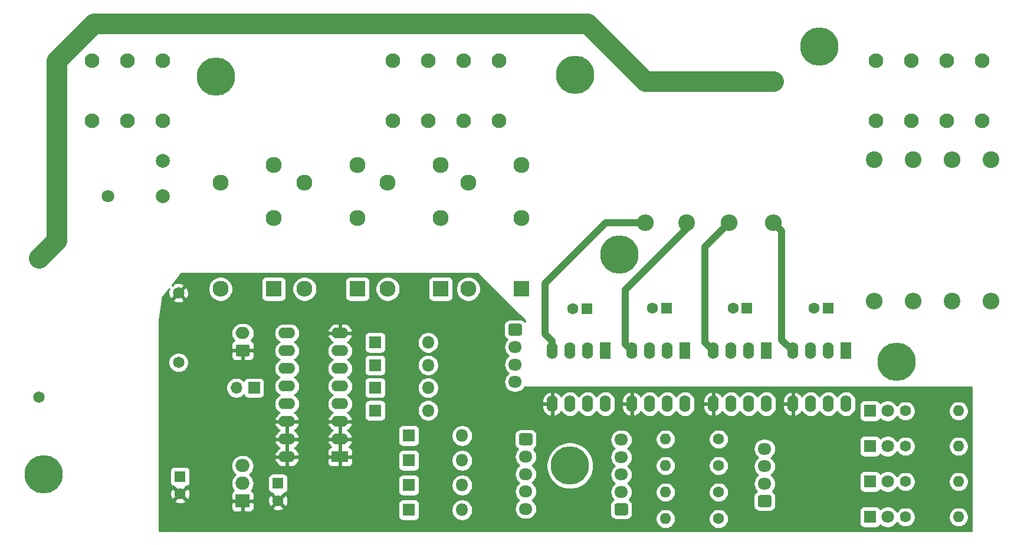
<source format=gbl>
G04 #@! TF.GenerationSoftware,KiCad,Pcbnew,(5.1.6)-1*
G04 #@! TF.CreationDate,2021-09-22T13:29:04+02:00*
G04 #@! TF.ProjectId,hamodule,68616d6f-6475-46c6-952e-6b696361645f,rev?*
G04 #@! TF.SameCoordinates,Original*
G04 #@! TF.FileFunction,Copper,L2,Bot*
G04 #@! TF.FilePolarity,Positive*
%FSLAX46Y46*%
G04 Gerber Fmt 4.6, Leading zero omitted, Abs format (unit mm)*
G04 Created by KiCad (PCBNEW (5.1.6)-1) date 2021-09-22 13:29:04*
%MOMM*%
%LPD*%
G01*
G04 APERTURE LIST*
G04 #@! TA.AperFunction,ComponentPad*
%ADD10C,1.600000*%
G04 #@! TD*
G04 #@! TA.AperFunction,ComponentPad*
%ADD11R,1.600000X1.600000*%
G04 #@! TD*
G04 #@! TA.AperFunction,ComponentPad*
%ADD12O,1.700000X1.700000*%
G04 #@! TD*
G04 #@! TA.AperFunction,ComponentPad*
%ADD13R,1.700000X1.700000*%
G04 #@! TD*
G04 #@! TA.AperFunction,ComponentPad*
%ADD14C,5.500000*%
G04 #@! TD*
G04 #@! TA.AperFunction,ComponentPad*
%ADD15O,1.800000X1.800000*%
G04 #@! TD*
G04 #@! TA.AperFunction,ComponentPad*
%ADD16R,1.800000X1.800000*%
G04 #@! TD*
G04 #@! TA.AperFunction,ComponentPad*
%ADD17C,1.800000*%
G04 #@! TD*
G04 #@! TA.AperFunction,ComponentPad*
%ADD18C,2.100000*%
G04 #@! TD*
G04 #@! TA.AperFunction,ComponentPad*
%ADD19R,2.300000X2.300000*%
G04 #@! TD*
G04 #@! TA.AperFunction,ComponentPad*
%ADD20C,2.300000*%
G04 #@! TD*
G04 #@! TA.AperFunction,ComponentPad*
%ADD21O,2.400000X2.400000*%
G04 #@! TD*
G04 #@! TA.AperFunction,ComponentPad*
%ADD22C,2.400000*%
G04 #@! TD*
G04 #@! TA.AperFunction,ComponentPad*
%ADD23R,2.400000X1.600000*%
G04 #@! TD*
G04 #@! TA.AperFunction,ComponentPad*
%ADD24O,2.400000X1.600000*%
G04 #@! TD*
G04 #@! TA.AperFunction,ComponentPad*
%ADD25O,1.950000X1.700000*%
G04 #@! TD*
G04 #@! TA.AperFunction,ComponentPad*
%ADD26R,1.600000X2.400000*%
G04 #@! TD*
G04 #@! TA.AperFunction,ComponentPad*
%ADD27O,1.600000X2.400000*%
G04 #@! TD*
G04 #@! TA.AperFunction,ComponentPad*
%ADD28O,2.000000X1.905000*%
G04 #@! TD*
G04 #@! TA.AperFunction,ComponentPad*
%ADD29R,2.000000X1.905000*%
G04 #@! TD*
G04 #@! TA.AperFunction,ComponentPad*
%ADD30O,1.600000X1.600000*%
G04 #@! TD*
G04 #@! TA.AperFunction,ComponentPad*
%ADD31O,2.000000X1.700000*%
G04 #@! TD*
G04 #@! TA.AperFunction,ComponentPad*
%ADD32R,1.650000X1.650000*%
G04 #@! TD*
G04 #@! TA.AperFunction,ComponentPad*
%ADD33C,1.650000*%
G04 #@! TD*
G04 #@! TA.AperFunction,ComponentPad*
%ADD34C,2.000000*%
G04 #@! TD*
G04 #@! TA.AperFunction,Conductor*
%ADD35C,3.000000*%
G04 #@! TD*
G04 #@! TA.AperFunction,Conductor*
%ADD36C,1.000000*%
G04 #@! TD*
G04 #@! TA.AperFunction,Conductor*
%ADD37C,0.254000*%
G04 #@! TD*
G04 APERTURE END LIST*
D10*
X137898120Y-54810660D03*
D11*
X139898120Y-54810660D03*
D10*
X126257300Y-54843680D03*
D11*
X128257300Y-54843680D03*
D10*
X114713000Y-54843680D03*
D11*
X116713000Y-54843680D03*
D10*
X103286560Y-54945280D03*
D11*
X105286560Y-54945280D03*
D12*
X54965600Y-66271140D03*
D13*
X57505600Y-66271140D03*
D14*
X109976920Y-47078900D03*
D10*
X60960000Y-82510000D03*
D11*
X60960000Y-80010000D03*
D10*
X46888400Y-81524480D03*
D11*
X46888400Y-79024480D03*
D15*
X87376000Y-83820000D03*
D16*
X79756000Y-83820000D03*
D15*
X87376000Y-80264000D03*
D16*
X79756000Y-80264000D03*
D15*
X87376000Y-76708000D03*
D16*
X79756000Y-76708000D03*
D15*
X87376000Y-73152000D03*
D16*
X79756000Y-73152000D03*
D15*
X82514000Y-59770000D03*
D16*
X74894000Y-59770000D03*
D15*
X82514000Y-63020000D03*
D16*
X74894000Y-63020000D03*
D15*
X82514000Y-66270000D03*
D16*
X74894000Y-66270000D03*
D15*
X82514000Y-69520000D03*
D16*
X74894000Y-69520000D03*
D17*
X36510000Y-38730000D03*
X29010000Y-37096670D03*
D18*
X44450000Y-27940000D03*
X44450000Y-19240000D03*
X39370000Y-27940000D03*
X39370000Y-19240000D03*
X34290000Y-27940000D03*
X34290000Y-19240000D03*
X29210000Y-27940000D03*
X29210000Y-19240000D03*
D14*
X52070000Y-21590000D03*
D19*
X84328000Y-52070000D03*
D20*
X84328000Y-41910000D03*
X84328000Y-34290000D03*
X76708000Y-36830000D03*
X76708000Y-52070000D03*
D21*
X132080000Y-42545000D03*
D22*
X132080000Y-22225000D03*
D21*
X125730000Y-42545000D03*
D22*
X125730000Y-22225000D03*
D23*
X69850000Y-76200000D03*
D24*
X62230000Y-58420000D03*
X69850000Y-73660000D03*
X62230000Y-60960000D03*
X69850000Y-71120000D03*
X62230000Y-63500000D03*
X69850000Y-68580000D03*
X62230000Y-66040000D03*
X69850000Y-66040000D03*
X62230000Y-68580000D03*
X69850000Y-63500000D03*
X62230000Y-71120000D03*
X69850000Y-60960000D03*
X62230000Y-73660000D03*
X69850000Y-58420000D03*
X62230000Y-76200000D03*
D25*
X94996000Y-65412000D03*
X94996000Y-62912000D03*
X94996000Y-60412000D03*
G04 #@! TA.AperFunction,ComponentPad*
G36*
G01*
X94271000Y-57062000D02*
X95721000Y-57062000D01*
G75*
G02*
X95971000Y-57312000I0J-250000D01*
G01*
X95971000Y-58512000D01*
G75*
G02*
X95721000Y-58762000I-250000J0D01*
G01*
X94271000Y-58762000D01*
G75*
G02*
X94021000Y-58512000I0J250000D01*
G01*
X94021000Y-57312000D01*
G75*
G02*
X94271000Y-57062000I250000J0D01*
G01*
G37*
G04 #@! TD.AperFunction*
X110236000Y-73740000D03*
X110236000Y-76240000D03*
X110236000Y-78740000D03*
X110236000Y-81240000D03*
G04 #@! TA.AperFunction,ComponentPad*
G36*
G01*
X110961000Y-84590000D02*
X109511000Y-84590000D01*
G75*
G02*
X109261000Y-84340000I0J250000D01*
G01*
X109261000Y-83140000D01*
G75*
G02*
X109511000Y-82890000I250000J0D01*
G01*
X110961000Y-82890000D01*
G75*
G02*
X111211000Y-83140000I0J-250000D01*
G01*
X111211000Y-84340000D01*
G75*
G02*
X110961000Y-84590000I-250000J0D01*
G01*
G37*
G04 #@! TD.AperFunction*
D26*
X119380000Y-60960000D03*
D27*
X111760000Y-68580000D03*
X116840000Y-60960000D03*
X114300000Y-68580000D03*
X114300000Y-60960000D03*
X116840000Y-68580000D03*
X111760000Y-60960000D03*
X119380000Y-68580000D03*
D26*
X142494000Y-60960000D03*
D27*
X134874000Y-68580000D03*
X139954000Y-60960000D03*
X137414000Y-68580000D03*
X137414000Y-60960000D03*
X139954000Y-68580000D03*
X134874000Y-60960000D03*
X142494000Y-68580000D03*
D26*
X131064000Y-60960000D03*
D27*
X123444000Y-68580000D03*
X128524000Y-60960000D03*
X125984000Y-68580000D03*
X125984000Y-60960000D03*
X128524000Y-68580000D03*
X123444000Y-60960000D03*
X131064000Y-68580000D03*
D26*
X107950000Y-60960000D03*
D27*
X100330000Y-68580000D03*
X105410000Y-60960000D03*
X102870000Y-68580000D03*
X102870000Y-60960000D03*
X105410000Y-68580000D03*
X100330000Y-60960000D03*
X107950000Y-68580000D03*
D28*
X55880000Y-77470000D03*
X55880000Y-80010000D03*
D29*
X55880000Y-82550000D03*
D30*
X158623000Y-84836000D03*
D10*
X151003000Y-84836000D03*
D30*
X158623000Y-79756000D03*
D10*
X151003000Y-79756000D03*
D30*
X158623000Y-74676000D03*
D10*
X151003000Y-74676000D03*
D30*
X116586000Y-85090000D03*
D10*
X124206000Y-85090000D03*
D30*
X116586000Y-81280000D03*
D10*
X124206000Y-81280000D03*
D30*
X116586000Y-77470000D03*
D10*
X124206000Y-77470000D03*
D30*
X116586000Y-73660000D03*
D10*
X124206000Y-73660000D03*
D30*
X158623000Y-69596000D03*
D10*
X151003000Y-69596000D03*
D25*
X96520000Y-83660000D03*
X96520000Y-81160000D03*
X96520000Y-78660000D03*
X96520000Y-76160000D03*
G04 #@! TA.AperFunction,ComponentPad*
G36*
G01*
X95795000Y-72810000D02*
X97245000Y-72810000D01*
G75*
G02*
X97495000Y-73060000I0J-250000D01*
G01*
X97495000Y-74260000D01*
G75*
G02*
X97245000Y-74510000I-250000J0D01*
G01*
X95795000Y-74510000D01*
G75*
G02*
X95545000Y-74260000I0J250000D01*
G01*
X95545000Y-73060000D01*
G75*
G02*
X95795000Y-72810000I250000J0D01*
G01*
G37*
G04 #@! TD.AperFunction*
D17*
X148463000Y-84836000D03*
D16*
X145923000Y-84836000D03*
D17*
X148463000Y-79756000D03*
D16*
X145923000Y-79756000D03*
D17*
X148463000Y-74676000D03*
D16*
X145923000Y-74676000D03*
D17*
X148463000Y-69596000D03*
D16*
X145923000Y-69596000D03*
D25*
X130810000Y-75050000D03*
X130810000Y-77550000D03*
X130810000Y-80050000D03*
G04 #@! TA.AperFunction,ComponentPad*
G36*
G01*
X131535000Y-83400000D02*
X130085000Y-83400000D01*
G75*
G02*
X129835000Y-83150000I0J250000D01*
G01*
X129835000Y-81950000D01*
G75*
G02*
X130085000Y-81700000I250000J0D01*
G01*
X131535000Y-81700000D01*
G75*
G02*
X131785000Y-81950000I0J-250000D01*
G01*
X131785000Y-83150000D01*
G75*
G02*
X131535000Y-83400000I-250000J0D01*
G01*
G37*
G04 #@! TD.AperFunction*
D31*
X55892700Y-58412380D03*
G04 #@! TA.AperFunction,ComponentPad*
G36*
G01*
X56642700Y-61762380D02*
X55142700Y-61762380D01*
G75*
G02*
X54892700Y-61512380I0J250000D01*
G01*
X54892700Y-60312380D01*
G75*
G02*
X55142700Y-60062380I250000J0D01*
G01*
X56642700Y-60062380D01*
G75*
G02*
X56892700Y-60312380I0J-250000D01*
G01*
X56892700Y-61512380D01*
G75*
G02*
X56642700Y-61762380I-250000J0D01*
G01*
G37*
G04 #@! TD.AperFunction*
D21*
X163322000Y-53848000D03*
D22*
X163322000Y-33528000D03*
D21*
X113665000Y-42545000D03*
D22*
X113665000Y-22225000D03*
D21*
X157734000Y-33528000D03*
D22*
X157734000Y-53848000D03*
D21*
X119634000Y-22225000D03*
D22*
X119634000Y-42545000D03*
D21*
X146558000Y-53848000D03*
D22*
X146558000Y-33528000D03*
D21*
X152146000Y-53848000D03*
D22*
X152146000Y-33528000D03*
D32*
X26670000Y-47625000D03*
D33*
X26670000Y-67625000D03*
X46670000Y-62625000D03*
X46670000Y-52625000D03*
D14*
X149720300Y-62489080D03*
X27305000Y-78740000D03*
X102870000Y-77470000D03*
X103632000Y-21336000D03*
X138684000Y-17272000D03*
D34*
X44450000Y-38735000D03*
X44450000Y-33655000D03*
D19*
X60325000Y-52070000D03*
D20*
X60325000Y-41910000D03*
X60325000Y-34290000D03*
X52705000Y-36830000D03*
X52705000Y-52070000D03*
D19*
X72390000Y-52070000D03*
D20*
X72390000Y-41910000D03*
X72390000Y-34290000D03*
X64770000Y-36830000D03*
X64770000Y-52070000D03*
D19*
X95885000Y-52070000D03*
D20*
X95885000Y-41910000D03*
X95885000Y-34290000D03*
X88265000Y-36830000D03*
X88265000Y-52070000D03*
D18*
X146812000Y-19240000D03*
X146812000Y-27940000D03*
X151892000Y-19240000D03*
X151892000Y-27940000D03*
X156972000Y-19240000D03*
X156972000Y-27940000D03*
X162052000Y-19240000D03*
X162052000Y-27940000D03*
X77470000Y-19240000D03*
X77470000Y-27940000D03*
X82550000Y-19240000D03*
X82550000Y-27940000D03*
X87630000Y-19240000D03*
X87630000Y-27940000D03*
X92710000Y-19240000D03*
X92710000Y-27940000D03*
D35*
X113665000Y-22225000D02*
X132080000Y-22225000D01*
X105345990Y-13905990D02*
X113665000Y-22225000D01*
X34544010Y-13905990D02*
X105345990Y-13905990D01*
X29210000Y-19240000D02*
X34544010Y-13905990D01*
X29210000Y-45085000D02*
X26670000Y-47625000D01*
X29210000Y-19240000D02*
X29210000Y-45085000D01*
D36*
X100330000Y-59606180D02*
X100330000Y-60960000D01*
X99299999Y-58576179D02*
X100330000Y-59606180D01*
X99299999Y-51264549D02*
X99299999Y-58576179D01*
X108019548Y-42545000D02*
X99299999Y-51264549D01*
X113665000Y-42545000D02*
X108019548Y-42545000D01*
X133279999Y-59365999D02*
X134874000Y-60960000D01*
X133279999Y-43744999D02*
X133279999Y-59365999D01*
X132080000Y-42545000D02*
X133279999Y-43744999D01*
X110809999Y-60009999D02*
X111760000Y-60960000D01*
X110809999Y-52239823D02*
X110809999Y-60009999D01*
X119634000Y-43415822D02*
X110809999Y-52239823D01*
X119634000Y-42545000D02*
X119634000Y-43415822D01*
X122239999Y-59755999D02*
X123444000Y-60960000D01*
X122239999Y-46035001D02*
X122239999Y-59755999D01*
X125730000Y-42545000D02*
X122239999Y-46035001D01*
D37*
G36*
X96393000Y-56568117D02*
G01*
X96393000Y-56737699D01*
X96348962Y-56684038D01*
X96214386Y-56573595D01*
X96060850Y-56491528D01*
X95894254Y-56440992D01*
X95721000Y-56423928D01*
X94271000Y-56423928D01*
X94097746Y-56440992D01*
X93931150Y-56491528D01*
X93777614Y-56573595D01*
X93643038Y-56684038D01*
X93532595Y-56818614D01*
X93450528Y-56972150D01*
X93399992Y-57138746D01*
X93382928Y-57312000D01*
X93382928Y-58512000D01*
X93399992Y-58685254D01*
X93450528Y-58851850D01*
X93532595Y-59005386D01*
X93643038Y-59139962D01*
X93777614Y-59250405D01*
X93879337Y-59304777D01*
X93815866Y-59356866D01*
X93630294Y-59582986D01*
X93492401Y-59840966D01*
X93407487Y-60120889D01*
X93378815Y-60412000D01*
X93407487Y-60703111D01*
X93492401Y-60983034D01*
X93630294Y-61241014D01*
X93815866Y-61467134D01*
X94041986Y-61652706D01*
X94059374Y-61662000D01*
X94041986Y-61671294D01*
X93815866Y-61856866D01*
X93630294Y-62082986D01*
X93492401Y-62340966D01*
X93407487Y-62620889D01*
X93378815Y-62912000D01*
X93407487Y-63203111D01*
X93492401Y-63483034D01*
X93630294Y-63741014D01*
X93815866Y-63967134D01*
X94041986Y-64152706D01*
X94059374Y-64162000D01*
X94041986Y-64171294D01*
X93815866Y-64356866D01*
X93630294Y-64582986D01*
X93492401Y-64840966D01*
X93407487Y-65120889D01*
X93378815Y-65412000D01*
X93407487Y-65703111D01*
X93492401Y-65983034D01*
X93630294Y-66241014D01*
X93815866Y-66467134D01*
X94041986Y-66652706D01*
X94299966Y-66790599D01*
X94579889Y-66875513D01*
X94798050Y-66897000D01*
X95193950Y-66897000D01*
X95412111Y-66875513D01*
X95692034Y-66790599D01*
X95950014Y-66652706D01*
X96176134Y-66467134D01*
X96361706Y-66241014D01*
X96424718Y-66123127D01*
X96430197Y-66129803D01*
X96449443Y-66145597D01*
X96471399Y-66157333D01*
X96495224Y-66164560D01*
X96520000Y-66167000D01*
X160528000Y-66167000D01*
X160528000Y-86868000D01*
X43942000Y-86868000D01*
X43942000Y-83502500D01*
X54241928Y-83502500D01*
X54254188Y-83626982D01*
X54290498Y-83746680D01*
X54349463Y-83856994D01*
X54428815Y-83953685D01*
X54525506Y-84033037D01*
X54635820Y-84092002D01*
X54755518Y-84128312D01*
X54880000Y-84140572D01*
X55594250Y-84137500D01*
X55753000Y-83978750D01*
X55753000Y-82677000D01*
X56007000Y-82677000D01*
X56007000Y-83978750D01*
X56165750Y-84137500D01*
X56880000Y-84140572D01*
X57004482Y-84128312D01*
X57124180Y-84092002D01*
X57234494Y-84033037D01*
X57331185Y-83953685D01*
X57410537Y-83856994D01*
X57469502Y-83746680D01*
X57505812Y-83626982D01*
X57518052Y-83502702D01*
X60146903Y-83502702D01*
X60218486Y-83746671D01*
X60473996Y-83867571D01*
X60748184Y-83936300D01*
X61030512Y-83950217D01*
X61310130Y-83908787D01*
X61576292Y-83813603D01*
X61701514Y-83746671D01*
X61773097Y-83502702D01*
X60960000Y-82689605D01*
X60146903Y-83502702D01*
X57518052Y-83502702D01*
X57518072Y-83502500D01*
X57515000Y-82835750D01*
X57356250Y-82677000D01*
X56007000Y-82677000D01*
X55753000Y-82677000D01*
X54403750Y-82677000D01*
X54245000Y-82835750D01*
X54241928Y-83502500D01*
X43942000Y-83502500D01*
X43942000Y-82517182D01*
X46075303Y-82517182D01*
X46146886Y-82761151D01*
X46402396Y-82882051D01*
X46676584Y-82950780D01*
X46958912Y-82964697D01*
X47238530Y-82923267D01*
X47504692Y-82828083D01*
X47629914Y-82761151D01*
X47682915Y-82580512D01*
X59519783Y-82580512D01*
X59561213Y-82860130D01*
X59656397Y-83126292D01*
X59723329Y-83251514D01*
X59967298Y-83323097D01*
X60780395Y-82510000D01*
X61139605Y-82510000D01*
X61952702Y-83323097D01*
X62196671Y-83251514D01*
X62317571Y-82996004D01*
X62336622Y-82920000D01*
X78217928Y-82920000D01*
X78217928Y-84720000D01*
X78230188Y-84844482D01*
X78266498Y-84964180D01*
X78325463Y-85074494D01*
X78404815Y-85171185D01*
X78501506Y-85250537D01*
X78611820Y-85309502D01*
X78731518Y-85345812D01*
X78856000Y-85358072D01*
X80656000Y-85358072D01*
X80780482Y-85345812D01*
X80900180Y-85309502D01*
X81010494Y-85250537D01*
X81107185Y-85171185D01*
X81186537Y-85074494D01*
X81245502Y-84964180D01*
X81281812Y-84844482D01*
X81294072Y-84720000D01*
X81294072Y-83668816D01*
X85841000Y-83668816D01*
X85841000Y-83971184D01*
X85899989Y-84267743D01*
X86015701Y-84547095D01*
X86183688Y-84798505D01*
X86397495Y-85012312D01*
X86648905Y-85180299D01*
X86928257Y-85296011D01*
X87224816Y-85355000D01*
X87527184Y-85355000D01*
X87823743Y-85296011D01*
X88103095Y-85180299D01*
X88354505Y-85012312D01*
X88568312Y-84798505D01*
X88736299Y-84547095D01*
X88852011Y-84267743D01*
X88911000Y-83971184D01*
X88911000Y-83668816D01*
X88852011Y-83372257D01*
X88736299Y-83092905D01*
X88568312Y-82841495D01*
X88354505Y-82627688D01*
X88103095Y-82459701D01*
X87823743Y-82343989D01*
X87527184Y-82285000D01*
X87224816Y-82285000D01*
X86928257Y-82343989D01*
X86648905Y-82459701D01*
X86397495Y-82627688D01*
X86183688Y-82841495D01*
X86015701Y-83092905D01*
X85899989Y-83372257D01*
X85841000Y-83668816D01*
X81294072Y-83668816D01*
X81294072Y-82920000D01*
X81281812Y-82795518D01*
X81245502Y-82675820D01*
X81186537Y-82565506D01*
X81107185Y-82468815D01*
X81010494Y-82389463D01*
X80900180Y-82330498D01*
X80780482Y-82294188D01*
X80656000Y-82281928D01*
X78856000Y-82281928D01*
X78731518Y-82294188D01*
X78611820Y-82330498D01*
X78501506Y-82389463D01*
X78404815Y-82468815D01*
X78325463Y-82565506D01*
X78266498Y-82675820D01*
X78230188Y-82795518D01*
X78217928Y-82920000D01*
X62336622Y-82920000D01*
X62386300Y-82721816D01*
X62400217Y-82439488D01*
X62358787Y-82159870D01*
X62263603Y-81893708D01*
X62196671Y-81768486D01*
X61952702Y-81696903D01*
X61139605Y-82510000D01*
X60780395Y-82510000D01*
X59967298Y-81696903D01*
X59723329Y-81768486D01*
X59602429Y-82023996D01*
X59533700Y-82298184D01*
X59519783Y-82580512D01*
X47682915Y-82580512D01*
X47701497Y-82517182D01*
X46888400Y-81704085D01*
X46075303Y-82517182D01*
X43942000Y-82517182D01*
X43942000Y-81594992D01*
X45448183Y-81594992D01*
X45489613Y-81874610D01*
X45584797Y-82140772D01*
X45651729Y-82265994D01*
X45895698Y-82337577D01*
X46708795Y-81524480D01*
X47068005Y-81524480D01*
X47881102Y-82337577D01*
X48125071Y-82265994D01*
X48245971Y-82010484D01*
X48314700Y-81736296D01*
X48328617Y-81453968D01*
X48287187Y-81174350D01*
X48192003Y-80908188D01*
X48125071Y-80782966D01*
X47881102Y-80711383D01*
X47068005Y-81524480D01*
X46708795Y-81524480D01*
X45895698Y-80711383D01*
X45651729Y-80782966D01*
X45530829Y-81038476D01*
X45462100Y-81312664D01*
X45448183Y-81594992D01*
X43942000Y-81594992D01*
X43942000Y-78224480D01*
X45450328Y-78224480D01*
X45450328Y-79824480D01*
X45462588Y-79948962D01*
X45498898Y-80068660D01*
X45557863Y-80178974D01*
X45637215Y-80275665D01*
X45733906Y-80355017D01*
X45844220Y-80413982D01*
X45963918Y-80450292D01*
X46088400Y-80462552D01*
X46095615Y-80462552D01*
X46075303Y-80531778D01*
X46888400Y-81344875D01*
X47701497Y-80531778D01*
X47681185Y-80462552D01*
X47688400Y-80462552D01*
X47812882Y-80450292D01*
X47932580Y-80413982D01*
X48042894Y-80355017D01*
X48139585Y-80275665D01*
X48218937Y-80178974D01*
X48277902Y-80068660D01*
X48314212Y-79948962D01*
X48326472Y-79824480D01*
X48326472Y-78224480D01*
X48314212Y-78099998D01*
X48277902Y-77980300D01*
X48218937Y-77869986D01*
X48139585Y-77773295D01*
X48042894Y-77693943D01*
X47932580Y-77634978D01*
X47812882Y-77598668D01*
X47688400Y-77586408D01*
X46088400Y-77586408D01*
X45963918Y-77598668D01*
X45844220Y-77634978D01*
X45733906Y-77693943D01*
X45637215Y-77773295D01*
X45557863Y-77869986D01*
X45498898Y-77980300D01*
X45462588Y-78099998D01*
X45450328Y-78224480D01*
X43942000Y-78224480D01*
X43942000Y-77470000D01*
X54237319Y-77470000D01*
X54267970Y-77781204D01*
X54358745Y-78080449D01*
X54506155Y-78356235D01*
X54704537Y-78597963D01*
X54877609Y-78740000D01*
X54704537Y-78882037D01*
X54506155Y-79123765D01*
X54358745Y-79399551D01*
X54267970Y-79698796D01*
X54237319Y-80010000D01*
X54267970Y-80321204D01*
X54358745Y-80620449D01*
X54506155Y-80896235D01*
X54609446Y-81022095D01*
X54525506Y-81066963D01*
X54428815Y-81146315D01*
X54349463Y-81243006D01*
X54290498Y-81353320D01*
X54254188Y-81473018D01*
X54241928Y-81597500D01*
X54245000Y-82264250D01*
X54403750Y-82423000D01*
X55753000Y-82423000D01*
X55753000Y-82403000D01*
X56007000Y-82403000D01*
X56007000Y-82423000D01*
X57356250Y-82423000D01*
X57515000Y-82264250D01*
X57518072Y-81597500D01*
X57505812Y-81473018D01*
X57469502Y-81353320D01*
X57410537Y-81243006D01*
X57331185Y-81146315D01*
X57234494Y-81066963D01*
X57150554Y-81022095D01*
X57253845Y-80896235D01*
X57401255Y-80620449D01*
X57492030Y-80321204D01*
X57522681Y-80010000D01*
X57492030Y-79698796D01*
X57401255Y-79399551D01*
X57299939Y-79210000D01*
X59521928Y-79210000D01*
X59521928Y-80810000D01*
X59534188Y-80934482D01*
X59570498Y-81054180D01*
X59629463Y-81164494D01*
X59708815Y-81261185D01*
X59805506Y-81340537D01*
X59915820Y-81399502D01*
X60035518Y-81435812D01*
X60160000Y-81448072D01*
X60167215Y-81448072D01*
X60146903Y-81517298D01*
X60960000Y-82330395D01*
X61773097Y-81517298D01*
X61752785Y-81448072D01*
X61760000Y-81448072D01*
X61884482Y-81435812D01*
X62004180Y-81399502D01*
X62114494Y-81340537D01*
X62211185Y-81261185D01*
X62290537Y-81164494D01*
X62349502Y-81054180D01*
X62385812Y-80934482D01*
X62398072Y-80810000D01*
X62398072Y-79364000D01*
X78217928Y-79364000D01*
X78217928Y-81164000D01*
X78230188Y-81288482D01*
X78266498Y-81408180D01*
X78325463Y-81518494D01*
X78404815Y-81615185D01*
X78501506Y-81694537D01*
X78611820Y-81753502D01*
X78731518Y-81789812D01*
X78856000Y-81802072D01*
X80656000Y-81802072D01*
X80780482Y-81789812D01*
X80900180Y-81753502D01*
X81010494Y-81694537D01*
X81107185Y-81615185D01*
X81186537Y-81518494D01*
X81245502Y-81408180D01*
X81281812Y-81288482D01*
X81294072Y-81164000D01*
X81294072Y-80112816D01*
X85841000Y-80112816D01*
X85841000Y-80415184D01*
X85899989Y-80711743D01*
X86015701Y-80991095D01*
X86183688Y-81242505D01*
X86397495Y-81456312D01*
X86648905Y-81624299D01*
X86928257Y-81740011D01*
X87224816Y-81799000D01*
X87527184Y-81799000D01*
X87823743Y-81740011D01*
X88103095Y-81624299D01*
X88354505Y-81456312D01*
X88568312Y-81242505D01*
X88736299Y-80991095D01*
X88852011Y-80711743D01*
X88911000Y-80415184D01*
X88911000Y-80112816D01*
X88852011Y-79816257D01*
X88736299Y-79536905D01*
X88568312Y-79285495D01*
X88354505Y-79071688D01*
X88103095Y-78903701D01*
X87823743Y-78787989D01*
X87527184Y-78729000D01*
X87224816Y-78729000D01*
X86928257Y-78787989D01*
X86648905Y-78903701D01*
X86397495Y-79071688D01*
X86183688Y-79285495D01*
X86015701Y-79536905D01*
X85899989Y-79816257D01*
X85841000Y-80112816D01*
X81294072Y-80112816D01*
X81294072Y-79364000D01*
X81281812Y-79239518D01*
X81245502Y-79119820D01*
X81186537Y-79009506D01*
X81107185Y-78912815D01*
X81010494Y-78833463D01*
X80900180Y-78774498D01*
X80780482Y-78738188D01*
X80656000Y-78725928D01*
X78856000Y-78725928D01*
X78731518Y-78738188D01*
X78611820Y-78774498D01*
X78501506Y-78833463D01*
X78404815Y-78912815D01*
X78325463Y-79009506D01*
X78266498Y-79119820D01*
X78230188Y-79239518D01*
X78217928Y-79364000D01*
X62398072Y-79364000D01*
X62398072Y-79210000D01*
X62385812Y-79085518D01*
X62349502Y-78965820D01*
X62290537Y-78855506D01*
X62211185Y-78758815D01*
X62114494Y-78679463D01*
X62004180Y-78620498D01*
X61884482Y-78584188D01*
X61760000Y-78571928D01*
X60160000Y-78571928D01*
X60035518Y-78584188D01*
X59915820Y-78620498D01*
X59805506Y-78679463D01*
X59708815Y-78758815D01*
X59629463Y-78855506D01*
X59570498Y-78965820D01*
X59534188Y-79085518D01*
X59521928Y-79210000D01*
X57299939Y-79210000D01*
X57253845Y-79123765D01*
X57055463Y-78882037D01*
X56882391Y-78740000D01*
X57055463Y-78597963D01*
X57253845Y-78356235D01*
X57401255Y-78080449D01*
X57492030Y-77781204D01*
X57522681Y-77470000D01*
X57492030Y-77158796D01*
X57401255Y-76859551D01*
X57253845Y-76583765D01*
X57225346Y-76549039D01*
X60438096Y-76549039D01*
X60455633Y-76631818D01*
X60566285Y-76891646D01*
X60725500Y-77124895D01*
X60927161Y-77322601D01*
X61163517Y-77477166D01*
X61425486Y-77582650D01*
X61703000Y-77635000D01*
X62103000Y-77635000D01*
X62103000Y-76327000D01*
X62357000Y-76327000D01*
X62357000Y-77635000D01*
X62757000Y-77635000D01*
X63034514Y-77582650D01*
X63296483Y-77477166D01*
X63532839Y-77322601D01*
X63734500Y-77124895D01*
X63819752Y-77000000D01*
X68011928Y-77000000D01*
X68024188Y-77124482D01*
X68060498Y-77244180D01*
X68119463Y-77354494D01*
X68198815Y-77451185D01*
X68295506Y-77530537D01*
X68405820Y-77589502D01*
X68525518Y-77625812D01*
X68650000Y-77638072D01*
X69564250Y-77635000D01*
X69723000Y-77476250D01*
X69723000Y-76327000D01*
X69977000Y-76327000D01*
X69977000Y-77476250D01*
X70135750Y-77635000D01*
X71050000Y-77638072D01*
X71174482Y-77625812D01*
X71294180Y-77589502D01*
X71404494Y-77530537D01*
X71501185Y-77451185D01*
X71580537Y-77354494D01*
X71639502Y-77244180D01*
X71675812Y-77124482D01*
X71688072Y-77000000D01*
X71685000Y-76485750D01*
X71526250Y-76327000D01*
X69977000Y-76327000D01*
X69723000Y-76327000D01*
X68173750Y-76327000D01*
X68015000Y-76485750D01*
X68011928Y-77000000D01*
X63819752Y-77000000D01*
X63893715Y-76891646D01*
X64004367Y-76631818D01*
X64021904Y-76549039D01*
X63899915Y-76327000D01*
X62357000Y-76327000D01*
X62103000Y-76327000D01*
X60560085Y-76327000D01*
X60438096Y-76549039D01*
X57225346Y-76549039D01*
X57055463Y-76342037D01*
X56813735Y-76143655D01*
X56537949Y-75996245D01*
X56238704Y-75905470D01*
X56005486Y-75882500D01*
X55754514Y-75882500D01*
X55521296Y-75905470D01*
X55222051Y-75996245D01*
X54946265Y-76143655D01*
X54704537Y-76342037D01*
X54506155Y-76583765D01*
X54358745Y-76859551D01*
X54267970Y-77158796D01*
X54237319Y-77470000D01*
X43942000Y-77470000D01*
X43942000Y-74009039D01*
X60438096Y-74009039D01*
X60455633Y-74091818D01*
X60566285Y-74351646D01*
X60725500Y-74584895D01*
X60927161Y-74782601D01*
X61152559Y-74930000D01*
X60927161Y-75077399D01*
X60725500Y-75275105D01*
X60566285Y-75508354D01*
X60455633Y-75768182D01*
X60438096Y-75850961D01*
X60560085Y-76073000D01*
X62103000Y-76073000D01*
X62103000Y-73787000D01*
X62357000Y-73787000D01*
X62357000Y-76073000D01*
X63899915Y-76073000D01*
X64021904Y-75850961D01*
X64004367Y-75768182D01*
X63893715Y-75508354D01*
X63819753Y-75400000D01*
X68011928Y-75400000D01*
X68015000Y-75914250D01*
X68173750Y-76073000D01*
X69723000Y-76073000D01*
X69723000Y-73787000D01*
X69977000Y-73787000D01*
X69977000Y-76073000D01*
X71526250Y-76073000D01*
X71685000Y-75914250D01*
X71685634Y-75808000D01*
X78217928Y-75808000D01*
X78217928Y-77608000D01*
X78230188Y-77732482D01*
X78266498Y-77852180D01*
X78325463Y-77962494D01*
X78404815Y-78059185D01*
X78501506Y-78138537D01*
X78611820Y-78197502D01*
X78731518Y-78233812D01*
X78856000Y-78246072D01*
X80656000Y-78246072D01*
X80780482Y-78233812D01*
X80900180Y-78197502D01*
X81010494Y-78138537D01*
X81107185Y-78059185D01*
X81186537Y-77962494D01*
X81245502Y-77852180D01*
X81281812Y-77732482D01*
X81294072Y-77608000D01*
X81294072Y-76556816D01*
X85841000Y-76556816D01*
X85841000Y-76859184D01*
X85899989Y-77155743D01*
X86015701Y-77435095D01*
X86183688Y-77686505D01*
X86397495Y-77900312D01*
X86648905Y-78068299D01*
X86928257Y-78184011D01*
X87224816Y-78243000D01*
X87527184Y-78243000D01*
X87823743Y-78184011D01*
X88103095Y-78068299D01*
X88354505Y-77900312D01*
X88568312Y-77686505D01*
X88736299Y-77435095D01*
X88852011Y-77155743D01*
X88911000Y-76859184D01*
X88911000Y-76556816D01*
X88852011Y-76260257D01*
X88810483Y-76160000D01*
X94902815Y-76160000D01*
X94931487Y-76451111D01*
X95016401Y-76731034D01*
X95154294Y-76989014D01*
X95339866Y-77215134D01*
X95565986Y-77400706D01*
X95583374Y-77410000D01*
X95565986Y-77419294D01*
X95339866Y-77604866D01*
X95154294Y-77830986D01*
X95016401Y-78088966D01*
X94931487Y-78368889D01*
X94902815Y-78660000D01*
X94931487Y-78951111D01*
X95016401Y-79231034D01*
X95154294Y-79489014D01*
X95339866Y-79715134D01*
X95565986Y-79900706D01*
X95583374Y-79910000D01*
X95565986Y-79919294D01*
X95339866Y-80104866D01*
X95154294Y-80330986D01*
X95016401Y-80588966D01*
X94931487Y-80868889D01*
X94902815Y-81160000D01*
X94931487Y-81451111D01*
X95016401Y-81731034D01*
X95154294Y-81989014D01*
X95339866Y-82215134D01*
X95565986Y-82400706D01*
X95583374Y-82410000D01*
X95565986Y-82419294D01*
X95339866Y-82604866D01*
X95154294Y-82830986D01*
X95016401Y-83088966D01*
X94931487Y-83368889D01*
X94902815Y-83660000D01*
X94931487Y-83951111D01*
X95016401Y-84231034D01*
X95154294Y-84489014D01*
X95339866Y-84715134D01*
X95565986Y-84900706D01*
X95823966Y-85038599D01*
X96103889Y-85123513D01*
X96322050Y-85145000D01*
X96717950Y-85145000D01*
X96936111Y-85123513D01*
X97216034Y-85038599D01*
X97474014Y-84900706D01*
X97700134Y-84715134D01*
X97885706Y-84489014D01*
X98023599Y-84231034D01*
X98108513Y-83951111D01*
X98137185Y-83660000D01*
X98108513Y-83368889D01*
X98023599Y-83088966D01*
X97885706Y-82830986D01*
X97700134Y-82604866D01*
X97474014Y-82419294D01*
X97456626Y-82410000D01*
X97474014Y-82400706D01*
X97700134Y-82215134D01*
X97885706Y-81989014D01*
X98023599Y-81731034D01*
X98108513Y-81451111D01*
X98137185Y-81160000D01*
X98108513Y-80868889D01*
X98023599Y-80588966D01*
X97885706Y-80330986D01*
X97700134Y-80104866D01*
X97474014Y-79919294D01*
X97456626Y-79910000D01*
X97474014Y-79900706D01*
X97700134Y-79715134D01*
X97885706Y-79489014D01*
X98023599Y-79231034D01*
X98108513Y-78951111D01*
X98137185Y-78660000D01*
X98108513Y-78368889D01*
X98023599Y-78088966D01*
X97885706Y-77830986D01*
X97700134Y-77604866D01*
X97474014Y-77419294D01*
X97456626Y-77410000D01*
X97474014Y-77400706D01*
X97700134Y-77215134D01*
X97764579Y-77136607D01*
X99485000Y-77136607D01*
X99485000Y-77803393D01*
X99615083Y-78457368D01*
X99870252Y-79073399D01*
X100240698Y-79627812D01*
X100712188Y-80099302D01*
X101266601Y-80469748D01*
X101882632Y-80724917D01*
X102536607Y-80855000D01*
X103203393Y-80855000D01*
X103857368Y-80724917D01*
X104473399Y-80469748D01*
X105027812Y-80099302D01*
X105499302Y-79627812D01*
X105869748Y-79073399D01*
X106124917Y-78457368D01*
X106255000Y-77803393D01*
X106255000Y-77136607D01*
X106124917Y-76482632D01*
X105869748Y-75866601D01*
X105499302Y-75312188D01*
X105027812Y-74840698D01*
X104473399Y-74470252D01*
X103857368Y-74215083D01*
X103203393Y-74085000D01*
X102536607Y-74085000D01*
X101882632Y-74215083D01*
X101266601Y-74470252D01*
X100712188Y-74840698D01*
X100240698Y-75312188D01*
X99870252Y-75866601D01*
X99615083Y-76482632D01*
X99485000Y-77136607D01*
X97764579Y-77136607D01*
X97885706Y-76989014D01*
X98023599Y-76731034D01*
X98108513Y-76451111D01*
X98137185Y-76160000D01*
X98108513Y-75868889D01*
X98023599Y-75588966D01*
X97885706Y-75330986D01*
X97700134Y-75104866D01*
X97636663Y-75052777D01*
X97738386Y-74998405D01*
X97872962Y-74887962D01*
X97983405Y-74753386D01*
X98065472Y-74599850D01*
X98116008Y-74433254D01*
X98133072Y-74260000D01*
X98133072Y-73740000D01*
X108618815Y-73740000D01*
X108647487Y-74031111D01*
X108732401Y-74311034D01*
X108870294Y-74569014D01*
X109055866Y-74795134D01*
X109281986Y-74980706D01*
X109299374Y-74990000D01*
X109281986Y-74999294D01*
X109055866Y-75184866D01*
X108870294Y-75410986D01*
X108732401Y-75668966D01*
X108647487Y-75948889D01*
X108618815Y-76240000D01*
X108647487Y-76531111D01*
X108732401Y-76811034D01*
X108870294Y-77069014D01*
X109055866Y-77295134D01*
X109281986Y-77480706D01*
X109299374Y-77490000D01*
X109281986Y-77499294D01*
X109055866Y-77684866D01*
X108870294Y-77910986D01*
X108732401Y-78168966D01*
X108647487Y-78448889D01*
X108618815Y-78740000D01*
X108647487Y-79031111D01*
X108732401Y-79311034D01*
X108870294Y-79569014D01*
X109055866Y-79795134D01*
X109281986Y-79980706D01*
X109299374Y-79990000D01*
X109281986Y-79999294D01*
X109055866Y-80184866D01*
X108870294Y-80410986D01*
X108732401Y-80668966D01*
X108647487Y-80948889D01*
X108618815Y-81240000D01*
X108647487Y-81531111D01*
X108732401Y-81811034D01*
X108870294Y-82069014D01*
X109055866Y-82295134D01*
X109119337Y-82347223D01*
X109017614Y-82401595D01*
X108883038Y-82512038D01*
X108772595Y-82646614D01*
X108690528Y-82800150D01*
X108639992Y-82966746D01*
X108622928Y-83140000D01*
X108622928Y-84340000D01*
X108639992Y-84513254D01*
X108690528Y-84679850D01*
X108772595Y-84833386D01*
X108883038Y-84967962D01*
X109017614Y-85078405D01*
X109171150Y-85160472D01*
X109337746Y-85211008D01*
X109511000Y-85228072D01*
X110961000Y-85228072D01*
X111134254Y-85211008D01*
X111300850Y-85160472D01*
X111454386Y-85078405D01*
X111588962Y-84967962D01*
X111604798Y-84948665D01*
X115151000Y-84948665D01*
X115151000Y-85231335D01*
X115206147Y-85508574D01*
X115314320Y-85769727D01*
X115471363Y-86004759D01*
X115671241Y-86204637D01*
X115906273Y-86361680D01*
X116167426Y-86469853D01*
X116444665Y-86525000D01*
X116727335Y-86525000D01*
X117004574Y-86469853D01*
X117265727Y-86361680D01*
X117500759Y-86204637D01*
X117700637Y-86004759D01*
X117857680Y-85769727D01*
X117965853Y-85508574D01*
X118021000Y-85231335D01*
X118021000Y-84948665D01*
X122771000Y-84948665D01*
X122771000Y-85231335D01*
X122826147Y-85508574D01*
X122934320Y-85769727D01*
X123091363Y-86004759D01*
X123291241Y-86204637D01*
X123526273Y-86361680D01*
X123787426Y-86469853D01*
X124064665Y-86525000D01*
X124347335Y-86525000D01*
X124624574Y-86469853D01*
X124885727Y-86361680D01*
X125120759Y-86204637D01*
X125320637Y-86004759D01*
X125477680Y-85769727D01*
X125585853Y-85508574D01*
X125641000Y-85231335D01*
X125641000Y-84948665D01*
X125585853Y-84671426D01*
X125477680Y-84410273D01*
X125320637Y-84175241D01*
X125120759Y-83975363D01*
X124885727Y-83818320D01*
X124624574Y-83710147D01*
X124347335Y-83655000D01*
X124064665Y-83655000D01*
X123787426Y-83710147D01*
X123526273Y-83818320D01*
X123291241Y-83975363D01*
X123091363Y-84175241D01*
X122934320Y-84410273D01*
X122826147Y-84671426D01*
X122771000Y-84948665D01*
X118021000Y-84948665D01*
X117965853Y-84671426D01*
X117857680Y-84410273D01*
X117700637Y-84175241D01*
X117500759Y-83975363D01*
X117265727Y-83818320D01*
X117004574Y-83710147D01*
X116727335Y-83655000D01*
X116444665Y-83655000D01*
X116167426Y-83710147D01*
X115906273Y-83818320D01*
X115671241Y-83975363D01*
X115471363Y-84175241D01*
X115314320Y-84410273D01*
X115206147Y-84671426D01*
X115151000Y-84948665D01*
X111604798Y-84948665D01*
X111699405Y-84833386D01*
X111781472Y-84679850D01*
X111832008Y-84513254D01*
X111849072Y-84340000D01*
X111849072Y-83140000D01*
X111832008Y-82966746D01*
X111781472Y-82800150D01*
X111699405Y-82646614D01*
X111588962Y-82512038D01*
X111454386Y-82401595D01*
X111352663Y-82347223D01*
X111416134Y-82295134D01*
X111601706Y-82069014D01*
X111739599Y-81811034D01*
X111824513Y-81531111D01*
X111853185Y-81240000D01*
X111843205Y-81138665D01*
X115151000Y-81138665D01*
X115151000Y-81421335D01*
X115206147Y-81698574D01*
X115314320Y-81959727D01*
X115471363Y-82194759D01*
X115671241Y-82394637D01*
X115906273Y-82551680D01*
X116167426Y-82659853D01*
X116444665Y-82715000D01*
X116727335Y-82715000D01*
X117004574Y-82659853D01*
X117265727Y-82551680D01*
X117500759Y-82394637D01*
X117700637Y-82194759D01*
X117857680Y-81959727D01*
X117965853Y-81698574D01*
X118021000Y-81421335D01*
X118021000Y-81138665D01*
X122771000Y-81138665D01*
X122771000Y-81421335D01*
X122826147Y-81698574D01*
X122934320Y-81959727D01*
X123091363Y-82194759D01*
X123291241Y-82394637D01*
X123526273Y-82551680D01*
X123787426Y-82659853D01*
X124064665Y-82715000D01*
X124347335Y-82715000D01*
X124624574Y-82659853D01*
X124885727Y-82551680D01*
X125120759Y-82394637D01*
X125320637Y-82194759D01*
X125477680Y-81959727D01*
X125585853Y-81698574D01*
X125641000Y-81421335D01*
X125641000Y-81138665D01*
X125585853Y-80861426D01*
X125477680Y-80600273D01*
X125320637Y-80365241D01*
X125120759Y-80165363D01*
X124885727Y-80008320D01*
X124624574Y-79900147D01*
X124347335Y-79845000D01*
X124064665Y-79845000D01*
X123787426Y-79900147D01*
X123526273Y-80008320D01*
X123291241Y-80165363D01*
X123091363Y-80365241D01*
X122934320Y-80600273D01*
X122826147Y-80861426D01*
X122771000Y-81138665D01*
X118021000Y-81138665D01*
X117965853Y-80861426D01*
X117857680Y-80600273D01*
X117700637Y-80365241D01*
X117500759Y-80165363D01*
X117265727Y-80008320D01*
X117004574Y-79900147D01*
X116727335Y-79845000D01*
X116444665Y-79845000D01*
X116167426Y-79900147D01*
X115906273Y-80008320D01*
X115671241Y-80165363D01*
X115471363Y-80365241D01*
X115314320Y-80600273D01*
X115206147Y-80861426D01*
X115151000Y-81138665D01*
X111843205Y-81138665D01*
X111824513Y-80948889D01*
X111739599Y-80668966D01*
X111601706Y-80410986D01*
X111416134Y-80184866D01*
X111190014Y-79999294D01*
X111172626Y-79990000D01*
X111190014Y-79980706D01*
X111416134Y-79795134D01*
X111601706Y-79569014D01*
X111739599Y-79311034D01*
X111824513Y-79031111D01*
X111853185Y-78740000D01*
X111824513Y-78448889D01*
X111739599Y-78168966D01*
X111601706Y-77910986D01*
X111416134Y-77684866D01*
X111190014Y-77499294D01*
X111172626Y-77490000D01*
X111190014Y-77480706D01*
X111375276Y-77328665D01*
X115151000Y-77328665D01*
X115151000Y-77611335D01*
X115206147Y-77888574D01*
X115314320Y-78149727D01*
X115471363Y-78384759D01*
X115671241Y-78584637D01*
X115906273Y-78741680D01*
X116167426Y-78849853D01*
X116444665Y-78905000D01*
X116727335Y-78905000D01*
X117004574Y-78849853D01*
X117265727Y-78741680D01*
X117500759Y-78584637D01*
X117700637Y-78384759D01*
X117857680Y-78149727D01*
X117965853Y-77888574D01*
X118021000Y-77611335D01*
X118021000Y-77328665D01*
X122771000Y-77328665D01*
X122771000Y-77611335D01*
X122826147Y-77888574D01*
X122934320Y-78149727D01*
X123091363Y-78384759D01*
X123291241Y-78584637D01*
X123526273Y-78741680D01*
X123787426Y-78849853D01*
X124064665Y-78905000D01*
X124347335Y-78905000D01*
X124624574Y-78849853D01*
X124885727Y-78741680D01*
X125120759Y-78584637D01*
X125320637Y-78384759D01*
X125477680Y-78149727D01*
X125585853Y-77888574D01*
X125641000Y-77611335D01*
X125641000Y-77328665D01*
X125585853Y-77051426D01*
X125477680Y-76790273D01*
X125320637Y-76555241D01*
X125120759Y-76355363D01*
X124885727Y-76198320D01*
X124624574Y-76090147D01*
X124347335Y-76035000D01*
X124064665Y-76035000D01*
X123787426Y-76090147D01*
X123526273Y-76198320D01*
X123291241Y-76355363D01*
X123091363Y-76555241D01*
X122934320Y-76790273D01*
X122826147Y-77051426D01*
X122771000Y-77328665D01*
X118021000Y-77328665D01*
X117965853Y-77051426D01*
X117857680Y-76790273D01*
X117700637Y-76555241D01*
X117500759Y-76355363D01*
X117265727Y-76198320D01*
X117004574Y-76090147D01*
X116727335Y-76035000D01*
X116444665Y-76035000D01*
X116167426Y-76090147D01*
X115906273Y-76198320D01*
X115671241Y-76355363D01*
X115471363Y-76555241D01*
X115314320Y-76790273D01*
X115206147Y-77051426D01*
X115151000Y-77328665D01*
X111375276Y-77328665D01*
X111416134Y-77295134D01*
X111601706Y-77069014D01*
X111739599Y-76811034D01*
X111824513Y-76531111D01*
X111853185Y-76240000D01*
X111824513Y-75948889D01*
X111739599Y-75668966D01*
X111601706Y-75410986D01*
X111416134Y-75184866D01*
X111190014Y-74999294D01*
X111172626Y-74990000D01*
X111190014Y-74980706D01*
X111416134Y-74795134D01*
X111601706Y-74569014D01*
X111739599Y-74311034D01*
X111824513Y-74031111D01*
X111853185Y-73740000D01*
X111831386Y-73518665D01*
X115151000Y-73518665D01*
X115151000Y-73801335D01*
X115206147Y-74078574D01*
X115314320Y-74339727D01*
X115471363Y-74574759D01*
X115671241Y-74774637D01*
X115906273Y-74931680D01*
X116167426Y-75039853D01*
X116444665Y-75095000D01*
X116727335Y-75095000D01*
X117004574Y-75039853D01*
X117265727Y-74931680D01*
X117500759Y-74774637D01*
X117700637Y-74574759D01*
X117857680Y-74339727D01*
X117965853Y-74078574D01*
X118021000Y-73801335D01*
X118021000Y-73518665D01*
X122771000Y-73518665D01*
X122771000Y-73801335D01*
X122826147Y-74078574D01*
X122934320Y-74339727D01*
X123091363Y-74574759D01*
X123291241Y-74774637D01*
X123526273Y-74931680D01*
X123787426Y-75039853D01*
X124064665Y-75095000D01*
X124347335Y-75095000D01*
X124573562Y-75050000D01*
X129192815Y-75050000D01*
X129221487Y-75341111D01*
X129306401Y-75621034D01*
X129444294Y-75879014D01*
X129629866Y-76105134D01*
X129855986Y-76290706D01*
X129873374Y-76300000D01*
X129855986Y-76309294D01*
X129629866Y-76494866D01*
X129444294Y-76720986D01*
X129306401Y-76978966D01*
X129221487Y-77258889D01*
X129192815Y-77550000D01*
X129221487Y-77841111D01*
X129306401Y-78121034D01*
X129444294Y-78379014D01*
X129629866Y-78605134D01*
X129855986Y-78790706D01*
X129873374Y-78800000D01*
X129855986Y-78809294D01*
X129629866Y-78994866D01*
X129444294Y-79220986D01*
X129306401Y-79478966D01*
X129221487Y-79758889D01*
X129192815Y-80050000D01*
X129221487Y-80341111D01*
X129306401Y-80621034D01*
X129444294Y-80879014D01*
X129629866Y-81105134D01*
X129693337Y-81157223D01*
X129591614Y-81211595D01*
X129457038Y-81322038D01*
X129346595Y-81456614D01*
X129264528Y-81610150D01*
X129213992Y-81776746D01*
X129196928Y-81950000D01*
X129196928Y-83150000D01*
X129213992Y-83323254D01*
X129264528Y-83489850D01*
X129346595Y-83643386D01*
X129457038Y-83777962D01*
X129591614Y-83888405D01*
X129745150Y-83970472D01*
X129911746Y-84021008D01*
X130085000Y-84038072D01*
X131535000Y-84038072D01*
X131708254Y-84021008D01*
X131874850Y-83970472D01*
X131939342Y-83936000D01*
X144384928Y-83936000D01*
X144384928Y-85736000D01*
X144397188Y-85860482D01*
X144433498Y-85980180D01*
X144492463Y-86090494D01*
X144571815Y-86187185D01*
X144668506Y-86266537D01*
X144778820Y-86325502D01*
X144898518Y-86361812D01*
X145023000Y-86374072D01*
X146823000Y-86374072D01*
X146947482Y-86361812D01*
X147067180Y-86325502D01*
X147177494Y-86266537D01*
X147274185Y-86187185D01*
X147353537Y-86090494D01*
X147412502Y-85980180D01*
X147418056Y-85961873D01*
X147484495Y-86028312D01*
X147735905Y-86196299D01*
X148015257Y-86312011D01*
X148311816Y-86371000D01*
X148614184Y-86371000D01*
X148910743Y-86312011D01*
X149190095Y-86196299D01*
X149441505Y-86028312D01*
X149655312Y-85814505D01*
X149793135Y-85608239D01*
X149888363Y-85750759D01*
X150088241Y-85950637D01*
X150323273Y-86107680D01*
X150584426Y-86215853D01*
X150861665Y-86271000D01*
X151144335Y-86271000D01*
X151421574Y-86215853D01*
X151682727Y-86107680D01*
X151917759Y-85950637D01*
X152117637Y-85750759D01*
X152274680Y-85515727D01*
X152382853Y-85254574D01*
X152438000Y-84977335D01*
X152438000Y-84694665D01*
X157188000Y-84694665D01*
X157188000Y-84977335D01*
X157243147Y-85254574D01*
X157351320Y-85515727D01*
X157508363Y-85750759D01*
X157708241Y-85950637D01*
X157943273Y-86107680D01*
X158204426Y-86215853D01*
X158481665Y-86271000D01*
X158764335Y-86271000D01*
X159041574Y-86215853D01*
X159302727Y-86107680D01*
X159537759Y-85950637D01*
X159737637Y-85750759D01*
X159894680Y-85515727D01*
X160002853Y-85254574D01*
X160058000Y-84977335D01*
X160058000Y-84694665D01*
X160002853Y-84417426D01*
X159894680Y-84156273D01*
X159737637Y-83921241D01*
X159537759Y-83721363D01*
X159302727Y-83564320D01*
X159041574Y-83456147D01*
X158764335Y-83401000D01*
X158481665Y-83401000D01*
X158204426Y-83456147D01*
X157943273Y-83564320D01*
X157708241Y-83721363D01*
X157508363Y-83921241D01*
X157351320Y-84156273D01*
X157243147Y-84417426D01*
X157188000Y-84694665D01*
X152438000Y-84694665D01*
X152382853Y-84417426D01*
X152274680Y-84156273D01*
X152117637Y-83921241D01*
X151917759Y-83721363D01*
X151682727Y-83564320D01*
X151421574Y-83456147D01*
X151144335Y-83401000D01*
X150861665Y-83401000D01*
X150584426Y-83456147D01*
X150323273Y-83564320D01*
X150088241Y-83721363D01*
X149888363Y-83921241D01*
X149793135Y-84063761D01*
X149655312Y-83857495D01*
X149441505Y-83643688D01*
X149190095Y-83475701D01*
X148910743Y-83359989D01*
X148614184Y-83301000D01*
X148311816Y-83301000D01*
X148015257Y-83359989D01*
X147735905Y-83475701D01*
X147484495Y-83643688D01*
X147418056Y-83710127D01*
X147412502Y-83691820D01*
X147353537Y-83581506D01*
X147274185Y-83484815D01*
X147177494Y-83405463D01*
X147067180Y-83346498D01*
X146947482Y-83310188D01*
X146823000Y-83297928D01*
X145023000Y-83297928D01*
X144898518Y-83310188D01*
X144778820Y-83346498D01*
X144668506Y-83405463D01*
X144571815Y-83484815D01*
X144492463Y-83581506D01*
X144433498Y-83691820D01*
X144397188Y-83811518D01*
X144384928Y-83936000D01*
X131939342Y-83936000D01*
X132028386Y-83888405D01*
X132162962Y-83777962D01*
X132273405Y-83643386D01*
X132355472Y-83489850D01*
X132406008Y-83323254D01*
X132423072Y-83150000D01*
X132423072Y-81950000D01*
X132406008Y-81776746D01*
X132355472Y-81610150D01*
X132273405Y-81456614D01*
X132162962Y-81322038D01*
X132028386Y-81211595D01*
X131926663Y-81157223D01*
X131990134Y-81105134D01*
X132175706Y-80879014D01*
X132313599Y-80621034D01*
X132398513Y-80341111D01*
X132427185Y-80050000D01*
X132398513Y-79758889D01*
X132313599Y-79478966D01*
X132175706Y-79220986D01*
X131990134Y-78994866D01*
X131820926Y-78856000D01*
X144384928Y-78856000D01*
X144384928Y-80656000D01*
X144397188Y-80780482D01*
X144433498Y-80900180D01*
X144492463Y-81010494D01*
X144571815Y-81107185D01*
X144668506Y-81186537D01*
X144778820Y-81245502D01*
X144898518Y-81281812D01*
X145023000Y-81294072D01*
X146823000Y-81294072D01*
X146947482Y-81281812D01*
X147067180Y-81245502D01*
X147177494Y-81186537D01*
X147274185Y-81107185D01*
X147353537Y-81010494D01*
X147412502Y-80900180D01*
X147418056Y-80881873D01*
X147484495Y-80948312D01*
X147735905Y-81116299D01*
X148015257Y-81232011D01*
X148311816Y-81291000D01*
X148614184Y-81291000D01*
X148910743Y-81232011D01*
X149190095Y-81116299D01*
X149441505Y-80948312D01*
X149655312Y-80734505D01*
X149793135Y-80528239D01*
X149888363Y-80670759D01*
X150088241Y-80870637D01*
X150323273Y-81027680D01*
X150584426Y-81135853D01*
X150861665Y-81191000D01*
X151144335Y-81191000D01*
X151421574Y-81135853D01*
X151682727Y-81027680D01*
X151917759Y-80870637D01*
X152117637Y-80670759D01*
X152274680Y-80435727D01*
X152382853Y-80174574D01*
X152438000Y-79897335D01*
X152438000Y-79614665D01*
X157188000Y-79614665D01*
X157188000Y-79897335D01*
X157243147Y-80174574D01*
X157351320Y-80435727D01*
X157508363Y-80670759D01*
X157708241Y-80870637D01*
X157943273Y-81027680D01*
X158204426Y-81135853D01*
X158481665Y-81191000D01*
X158764335Y-81191000D01*
X159041574Y-81135853D01*
X159302727Y-81027680D01*
X159537759Y-80870637D01*
X159737637Y-80670759D01*
X159894680Y-80435727D01*
X160002853Y-80174574D01*
X160058000Y-79897335D01*
X160058000Y-79614665D01*
X160002853Y-79337426D01*
X159894680Y-79076273D01*
X159737637Y-78841241D01*
X159537759Y-78641363D01*
X159302727Y-78484320D01*
X159041574Y-78376147D01*
X158764335Y-78321000D01*
X158481665Y-78321000D01*
X158204426Y-78376147D01*
X157943273Y-78484320D01*
X157708241Y-78641363D01*
X157508363Y-78841241D01*
X157351320Y-79076273D01*
X157243147Y-79337426D01*
X157188000Y-79614665D01*
X152438000Y-79614665D01*
X152382853Y-79337426D01*
X152274680Y-79076273D01*
X152117637Y-78841241D01*
X151917759Y-78641363D01*
X151682727Y-78484320D01*
X151421574Y-78376147D01*
X151144335Y-78321000D01*
X150861665Y-78321000D01*
X150584426Y-78376147D01*
X150323273Y-78484320D01*
X150088241Y-78641363D01*
X149888363Y-78841241D01*
X149793135Y-78983761D01*
X149655312Y-78777495D01*
X149441505Y-78563688D01*
X149190095Y-78395701D01*
X148910743Y-78279989D01*
X148614184Y-78221000D01*
X148311816Y-78221000D01*
X148015257Y-78279989D01*
X147735905Y-78395701D01*
X147484495Y-78563688D01*
X147418056Y-78630127D01*
X147412502Y-78611820D01*
X147353537Y-78501506D01*
X147274185Y-78404815D01*
X147177494Y-78325463D01*
X147067180Y-78266498D01*
X146947482Y-78230188D01*
X146823000Y-78217928D01*
X145023000Y-78217928D01*
X144898518Y-78230188D01*
X144778820Y-78266498D01*
X144668506Y-78325463D01*
X144571815Y-78404815D01*
X144492463Y-78501506D01*
X144433498Y-78611820D01*
X144397188Y-78731518D01*
X144384928Y-78856000D01*
X131820926Y-78856000D01*
X131764014Y-78809294D01*
X131746626Y-78800000D01*
X131764014Y-78790706D01*
X131990134Y-78605134D01*
X132175706Y-78379014D01*
X132313599Y-78121034D01*
X132398513Y-77841111D01*
X132427185Y-77550000D01*
X132398513Y-77258889D01*
X132313599Y-76978966D01*
X132175706Y-76720986D01*
X131990134Y-76494866D01*
X131764014Y-76309294D01*
X131746626Y-76300000D01*
X131764014Y-76290706D01*
X131990134Y-76105134D01*
X132175706Y-75879014D01*
X132313599Y-75621034D01*
X132398513Y-75341111D01*
X132427185Y-75050000D01*
X132398513Y-74758889D01*
X132313599Y-74478966D01*
X132175706Y-74220986D01*
X131990134Y-73994866D01*
X131764014Y-73809294D01*
X131701726Y-73776000D01*
X144384928Y-73776000D01*
X144384928Y-75576000D01*
X144397188Y-75700482D01*
X144433498Y-75820180D01*
X144492463Y-75930494D01*
X144571815Y-76027185D01*
X144668506Y-76106537D01*
X144778820Y-76165502D01*
X144898518Y-76201812D01*
X145023000Y-76214072D01*
X146823000Y-76214072D01*
X146947482Y-76201812D01*
X147067180Y-76165502D01*
X147177494Y-76106537D01*
X147274185Y-76027185D01*
X147353537Y-75930494D01*
X147412502Y-75820180D01*
X147418056Y-75801873D01*
X147484495Y-75868312D01*
X147735905Y-76036299D01*
X148015257Y-76152011D01*
X148311816Y-76211000D01*
X148614184Y-76211000D01*
X148910743Y-76152011D01*
X149190095Y-76036299D01*
X149441505Y-75868312D01*
X149655312Y-75654505D01*
X149793135Y-75448239D01*
X149888363Y-75590759D01*
X150088241Y-75790637D01*
X150323273Y-75947680D01*
X150584426Y-76055853D01*
X150861665Y-76111000D01*
X151144335Y-76111000D01*
X151421574Y-76055853D01*
X151682727Y-75947680D01*
X151917759Y-75790637D01*
X152117637Y-75590759D01*
X152274680Y-75355727D01*
X152382853Y-75094574D01*
X152438000Y-74817335D01*
X152438000Y-74534665D01*
X157188000Y-74534665D01*
X157188000Y-74817335D01*
X157243147Y-75094574D01*
X157351320Y-75355727D01*
X157508363Y-75590759D01*
X157708241Y-75790637D01*
X157943273Y-75947680D01*
X158204426Y-76055853D01*
X158481665Y-76111000D01*
X158764335Y-76111000D01*
X159041574Y-76055853D01*
X159302727Y-75947680D01*
X159537759Y-75790637D01*
X159737637Y-75590759D01*
X159894680Y-75355727D01*
X160002853Y-75094574D01*
X160058000Y-74817335D01*
X160058000Y-74534665D01*
X160002853Y-74257426D01*
X159894680Y-73996273D01*
X159737637Y-73761241D01*
X159537759Y-73561363D01*
X159302727Y-73404320D01*
X159041574Y-73296147D01*
X158764335Y-73241000D01*
X158481665Y-73241000D01*
X158204426Y-73296147D01*
X157943273Y-73404320D01*
X157708241Y-73561363D01*
X157508363Y-73761241D01*
X157351320Y-73996273D01*
X157243147Y-74257426D01*
X157188000Y-74534665D01*
X152438000Y-74534665D01*
X152382853Y-74257426D01*
X152274680Y-73996273D01*
X152117637Y-73761241D01*
X151917759Y-73561363D01*
X151682727Y-73404320D01*
X151421574Y-73296147D01*
X151144335Y-73241000D01*
X150861665Y-73241000D01*
X150584426Y-73296147D01*
X150323273Y-73404320D01*
X150088241Y-73561363D01*
X149888363Y-73761241D01*
X149793135Y-73903761D01*
X149655312Y-73697495D01*
X149441505Y-73483688D01*
X149190095Y-73315701D01*
X148910743Y-73199989D01*
X148614184Y-73141000D01*
X148311816Y-73141000D01*
X148015257Y-73199989D01*
X147735905Y-73315701D01*
X147484495Y-73483688D01*
X147418056Y-73550127D01*
X147412502Y-73531820D01*
X147353537Y-73421506D01*
X147274185Y-73324815D01*
X147177494Y-73245463D01*
X147067180Y-73186498D01*
X146947482Y-73150188D01*
X146823000Y-73137928D01*
X145023000Y-73137928D01*
X144898518Y-73150188D01*
X144778820Y-73186498D01*
X144668506Y-73245463D01*
X144571815Y-73324815D01*
X144492463Y-73421506D01*
X144433498Y-73531820D01*
X144397188Y-73651518D01*
X144384928Y-73776000D01*
X131701726Y-73776000D01*
X131506034Y-73671401D01*
X131226111Y-73586487D01*
X131007950Y-73565000D01*
X130612050Y-73565000D01*
X130393889Y-73586487D01*
X130113966Y-73671401D01*
X129855986Y-73809294D01*
X129629866Y-73994866D01*
X129444294Y-74220986D01*
X129306401Y-74478966D01*
X129221487Y-74758889D01*
X129192815Y-75050000D01*
X124573562Y-75050000D01*
X124624574Y-75039853D01*
X124885727Y-74931680D01*
X125120759Y-74774637D01*
X125320637Y-74574759D01*
X125477680Y-74339727D01*
X125585853Y-74078574D01*
X125641000Y-73801335D01*
X125641000Y-73518665D01*
X125585853Y-73241426D01*
X125477680Y-72980273D01*
X125320637Y-72745241D01*
X125120759Y-72545363D01*
X124885727Y-72388320D01*
X124624574Y-72280147D01*
X124347335Y-72225000D01*
X124064665Y-72225000D01*
X123787426Y-72280147D01*
X123526273Y-72388320D01*
X123291241Y-72545363D01*
X123091363Y-72745241D01*
X122934320Y-72980273D01*
X122826147Y-73241426D01*
X122771000Y-73518665D01*
X118021000Y-73518665D01*
X117965853Y-73241426D01*
X117857680Y-72980273D01*
X117700637Y-72745241D01*
X117500759Y-72545363D01*
X117265727Y-72388320D01*
X117004574Y-72280147D01*
X116727335Y-72225000D01*
X116444665Y-72225000D01*
X116167426Y-72280147D01*
X115906273Y-72388320D01*
X115671241Y-72545363D01*
X115471363Y-72745241D01*
X115314320Y-72980273D01*
X115206147Y-73241426D01*
X115151000Y-73518665D01*
X111831386Y-73518665D01*
X111824513Y-73448889D01*
X111739599Y-73168966D01*
X111601706Y-72910986D01*
X111416134Y-72684866D01*
X111190014Y-72499294D01*
X110932034Y-72361401D01*
X110652111Y-72276487D01*
X110433950Y-72255000D01*
X110038050Y-72255000D01*
X109819889Y-72276487D01*
X109539966Y-72361401D01*
X109281986Y-72499294D01*
X109055866Y-72684866D01*
X108870294Y-72910986D01*
X108732401Y-73168966D01*
X108647487Y-73448889D01*
X108618815Y-73740000D01*
X98133072Y-73740000D01*
X98133072Y-73060000D01*
X98116008Y-72886746D01*
X98065472Y-72720150D01*
X97983405Y-72566614D01*
X97872962Y-72432038D01*
X97738386Y-72321595D01*
X97584850Y-72239528D01*
X97418254Y-72188992D01*
X97245000Y-72171928D01*
X95795000Y-72171928D01*
X95621746Y-72188992D01*
X95455150Y-72239528D01*
X95301614Y-72321595D01*
X95167038Y-72432038D01*
X95056595Y-72566614D01*
X94974528Y-72720150D01*
X94923992Y-72886746D01*
X94906928Y-73060000D01*
X94906928Y-74260000D01*
X94923992Y-74433254D01*
X94974528Y-74599850D01*
X95056595Y-74753386D01*
X95167038Y-74887962D01*
X95301614Y-74998405D01*
X95403337Y-75052777D01*
X95339866Y-75104866D01*
X95154294Y-75330986D01*
X95016401Y-75588966D01*
X94931487Y-75868889D01*
X94902815Y-76160000D01*
X88810483Y-76160000D01*
X88736299Y-75980905D01*
X88568312Y-75729495D01*
X88354505Y-75515688D01*
X88103095Y-75347701D01*
X87823743Y-75231989D01*
X87527184Y-75173000D01*
X87224816Y-75173000D01*
X86928257Y-75231989D01*
X86648905Y-75347701D01*
X86397495Y-75515688D01*
X86183688Y-75729495D01*
X86015701Y-75980905D01*
X85899989Y-76260257D01*
X85841000Y-76556816D01*
X81294072Y-76556816D01*
X81294072Y-75808000D01*
X81281812Y-75683518D01*
X81245502Y-75563820D01*
X81186537Y-75453506D01*
X81107185Y-75356815D01*
X81010494Y-75277463D01*
X80900180Y-75218498D01*
X80780482Y-75182188D01*
X80656000Y-75169928D01*
X78856000Y-75169928D01*
X78731518Y-75182188D01*
X78611820Y-75218498D01*
X78501506Y-75277463D01*
X78404815Y-75356815D01*
X78325463Y-75453506D01*
X78266498Y-75563820D01*
X78230188Y-75683518D01*
X78217928Y-75808000D01*
X71685634Y-75808000D01*
X71688072Y-75400000D01*
X71675812Y-75275518D01*
X71639502Y-75155820D01*
X71580537Y-75045506D01*
X71501185Y-74948815D01*
X71404494Y-74869463D01*
X71294180Y-74810498D01*
X71174482Y-74774188D01*
X71162613Y-74773019D01*
X71354500Y-74584895D01*
X71513715Y-74351646D01*
X71624367Y-74091818D01*
X71641904Y-74009039D01*
X71519915Y-73787000D01*
X69977000Y-73787000D01*
X69723000Y-73787000D01*
X68180085Y-73787000D01*
X68058096Y-74009039D01*
X68075633Y-74091818D01*
X68186285Y-74351646D01*
X68345500Y-74584895D01*
X68537387Y-74773019D01*
X68525518Y-74774188D01*
X68405820Y-74810498D01*
X68295506Y-74869463D01*
X68198815Y-74948815D01*
X68119463Y-75045506D01*
X68060498Y-75155820D01*
X68024188Y-75275518D01*
X68011928Y-75400000D01*
X63819753Y-75400000D01*
X63734500Y-75275105D01*
X63532839Y-75077399D01*
X63307441Y-74930000D01*
X63532839Y-74782601D01*
X63734500Y-74584895D01*
X63893715Y-74351646D01*
X64004367Y-74091818D01*
X64021904Y-74009039D01*
X63899915Y-73787000D01*
X62357000Y-73787000D01*
X62103000Y-73787000D01*
X60560085Y-73787000D01*
X60438096Y-74009039D01*
X43942000Y-74009039D01*
X43942000Y-71469039D01*
X60438096Y-71469039D01*
X60455633Y-71551818D01*
X60566285Y-71811646D01*
X60725500Y-72044895D01*
X60927161Y-72242601D01*
X61152559Y-72390000D01*
X60927161Y-72537399D01*
X60725500Y-72735105D01*
X60566285Y-72968354D01*
X60455633Y-73228182D01*
X60438096Y-73310961D01*
X60560085Y-73533000D01*
X62103000Y-73533000D01*
X62103000Y-71247000D01*
X62357000Y-71247000D01*
X62357000Y-73533000D01*
X63899915Y-73533000D01*
X64021904Y-73310961D01*
X64004367Y-73228182D01*
X63893715Y-72968354D01*
X63734500Y-72735105D01*
X63532839Y-72537399D01*
X63307441Y-72390000D01*
X63532839Y-72242601D01*
X63734500Y-72044895D01*
X63893715Y-71811646D01*
X64004367Y-71551818D01*
X64021904Y-71469039D01*
X68058096Y-71469039D01*
X68075633Y-71551818D01*
X68186285Y-71811646D01*
X68345500Y-72044895D01*
X68547161Y-72242601D01*
X68772559Y-72390000D01*
X68547161Y-72537399D01*
X68345500Y-72735105D01*
X68186285Y-72968354D01*
X68075633Y-73228182D01*
X68058096Y-73310961D01*
X68180085Y-73533000D01*
X69723000Y-73533000D01*
X69723000Y-71247000D01*
X69977000Y-71247000D01*
X69977000Y-73533000D01*
X71519915Y-73533000D01*
X71641904Y-73310961D01*
X71624367Y-73228182D01*
X71513715Y-72968354D01*
X71354500Y-72735105D01*
X71152839Y-72537399D01*
X70927441Y-72390000D01*
X71138466Y-72252000D01*
X78217928Y-72252000D01*
X78217928Y-74052000D01*
X78230188Y-74176482D01*
X78266498Y-74296180D01*
X78325463Y-74406494D01*
X78404815Y-74503185D01*
X78501506Y-74582537D01*
X78611820Y-74641502D01*
X78731518Y-74677812D01*
X78856000Y-74690072D01*
X80656000Y-74690072D01*
X80780482Y-74677812D01*
X80900180Y-74641502D01*
X81010494Y-74582537D01*
X81107185Y-74503185D01*
X81186537Y-74406494D01*
X81245502Y-74296180D01*
X81281812Y-74176482D01*
X81294072Y-74052000D01*
X81294072Y-73000816D01*
X85841000Y-73000816D01*
X85841000Y-73303184D01*
X85899989Y-73599743D01*
X86015701Y-73879095D01*
X86183688Y-74130505D01*
X86397495Y-74344312D01*
X86648905Y-74512299D01*
X86928257Y-74628011D01*
X87224816Y-74687000D01*
X87527184Y-74687000D01*
X87823743Y-74628011D01*
X88103095Y-74512299D01*
X88354505Y-74344312D01*
X88568312Y-74130505D01*
X88736299Y-73879095D01*
X88852011Y-73599743D01*
X88911000Y-73303184D01*
X88911000Y-73000816D01*
X88852011Y-72704257D01*
X88736299Y-72424905D01*
X88568312Y-72173495D01*
X88354505Y-71959688D01*
X88103095Y-71791701D01*
X87823743Y-71675989D01*
X87527184Y-71617000D01*
X87224816Y-71617000D01*
X86928257Y-71675989D01*
X86648905Y-71791701D01*
X86397495Y-71959688D01*
X86183688Y-72173495D01*
X86015701Y-72424905D01*
X85899989Y-72704257D01*
X85841000Y-73000816D01*
X81294072Y-73000816D01*
X81294072Y-72252000D01*
X81281812Y-72127518D01*
X81245502Y-72007820D01*
X81186537Y-71897506D01*
X81107185Y-71800815D01*
X81010494Y-71721463D01*
X80900180Y-71662498D01*
X80780482Y-71626188D01*
X80656000Y-71613928D01*
X78856000Y-71613928D01*
X78731518Y-71626188D01*
X78611820Y-71662498D01*
X78501506Y-71721463D01*
X78404815Y-71800815D01*
X78325463Y-71897506D01*
X78266498Y-72007820D01*
X78230188Y-72127518D01*
X78217928Y-72252000D01*
X71138466Y-72252000D01*
X71152839Y-72242601D01*
X71354500Y-72044895D01*
X71513715Y-71811646D01*
X71624367Y-71551818D01*
X71641904Y-71469039D01*
X71519915Y-71247000D01*
X69977000Y-71247000D01*
X69723000Y-71247000D01*
X68180085Y-71247000D01*
X68058096Y-71469039D01*
X64021904Y-71469039D01*
X63899915Y-71247000D01*
X62357000Y-71247000D01*
X62103000Y-71247000D01*
X60560085Y-71247000D01*
X60438096Y-71469039D01*
X43942000Y-71469039D01*
X43942000Y-66124880D01*
X53480600Y-66124880D01*
X53480600Y-66417400D01*
X53537668Y-66704298D01*
X53649610Y-66974551D01*
X53812125Y-67217772D01*
X54018968Y-67424615D01*
X54262189Y-67587130D01*
X54532442Y-67699072D01*
X54819340Y-67756140D01*
X55111860Y-67756140D01*
X55398758Y-67699072D01*
X55669011Y-67587130D01*
X55912232Y-67424615D01*
X56044087Y-67292760D01*
X56066098Y-67365320D01*
X56125063Y-67475634D01*
X56204415Y-67572325D01*
X56301106Y-67651677D01*
X56411420Y-67710642D01*
X56531118Y-67746952D01*
X56655600Y-67759212D01*
X58355600Y-67759212D01*
X58480082Y-67746952D01*
X58599780Y-67710642D01*
X58710094Y-67651677D01*
X58806785Y-67572325D01*
X58886137Y-67475634D01*
X58945102Y-67365320D01*
X58981412Y-67245622D01*
X58993672Y-67121140D01*
X58993672Y-65421140D01*
X58981412Y-65296658D01*
X58945102Y-65176960D01*
X58886137Y-65066646D01*
X58806785Y-64969955D01*
X58710094Y-64890603D01*
X58599780Y-64831638D01*
X58480082Y-64795328D01*
X58355600Y-64783068D01*
X56655600Y-64783068D01*
X56531118Y-64795328D01*
X56411420Y-64831638D01*
X56301106Y-64890603D01*
X56204415Y-64969955D01*
X56125063Y-65066646D01*
X56066098Y-65176960D01*
X56044087Y-65249520D01*
X55912232Y-65117665D01*
X55669011Y-64955150D01*
X55398758Y-64843208D01*
X55111860Y-64786140D01*
X54819340Y-64786140D01*
X54532442Y-64843208D01*
X54262189Y-64955150D01*
X54018968Y-65117665D01*
X53812125Y-65324508D01*
X53649610Y-65567729D01*
X53537668Y-65837982D01*
X53480600Y-66124880D01*
X43942000Y-66124880D01*
X43942000Y-62481203D01*
X45210000Y-62481203D01*
X45210000Y-62768797D01*
X45266107Y-63050866D01*
X45376165Y-63316569D01*
X45535944Y-63555696D01*
X45739304Y-63759056D01*
X45978431Y-63918835D01*
X46244134Y-64028893D01*
X46526203Y-64085000D01*
X46813797Y-64085000D01*
X47095866Y-64028893D01*
X47361569Y-63918835D01*
X47600696Y-63759056D01*
X47804056Y-63555696D01*
X47963835Y-63316569D01*
X48073893Y-63050866D01*
X48130000Y-62768797D01*
X48130000Y-62481203D01*
X48073893Y-62199134D01*
X47963835Y-61933431D01*
X47849543Y-61762380D01*
X54254628Y-61762380D01*
X54266888Y-61886862D01*
X54303198Y-62006560D01*
X54362163Y-62116874D01*
X54441515Y-62213565D01*
X54538206Y-62292917D01*
X54648520Y-62351882D01*
X54768218Y-62388192D01*
X54892700Y-62400452D01*
X55606950Y-62397380D01*
X55765700Y-62238630D01*
X55765700Y-61039380D01*
X56019700Y-61039380D01*
X56019700Y-62238630D01*
X56178450Y-62397380D01*
X56892700Y-62400452D01*
X57017182Y-62388192D01*
X57136880Y-62351882D01*
X57247194Y-62292917D01*
X57343885Y-62213565D01*
X57423237Y-62116874D01*
X57482202Y-62006560D01*
X57518512Y-61886862D01*
X57530772Y-61762380D01*
X57527700Y-61198130D01*
X57368950Y-61039380D01*
X56019700Y-61039380D01*
X55765700Y-61039380D01*
X54416450Y-61039380D01*
X54257700Y-61198130D01*
X54254628Y-61762380D01*
X47849543Y-61762380D01*
X47804056Y-61694304D01*
X47600696Y-61490944D01*
X47361569Y-61331165D01*
X47095866Y-61221107D01*
X46813797Y-61165000D01*
X46526203Y-61165000D01*
X46244134Y-61221107D01*
X45978431Y-61331165D01*
X45739304Y-61490944D01*
X45535944Y-61694304D01*
X45376165Y-61933431D01*
X45266107Y-62199134D01*
X45210000Y-62481203D01*
X43942000Y-62481203D01*
X43942000Y-58412380D01*
X54250515Y-58412380D01*
X54279187Y-58703491D01*
X54364101Y-58983414D01*
X54501994Y-59241394D01*
X54683308Y-59462325D01*
X54648520Y-59472878D01*
X54538206Y-59531843D01*
X54441515Y-59611195D01*
X54362163Y-59707886D01*
X54303198Y-59818200D01*
X54266888Y-59937898D01*
X54254628Y-60062380D01*
X54257700Y-60626630D01*
X54416450Y-60785380D01*
X55765700Y-60785380D01*
X55765700Y-60765380D01*
X56019700Y-60765380D01*
X56019700Y-60785380D01*
X57368950Y-60785380D01*
X57527700Y-60626630D01*
X57530772Y-60062380D01*
X57518512Y-59937898D01*
X57482202Y-59818200D01*
X57423237Y-59707886D01*
X57343885Y-59611195D01*
X57247194Y-59531843D01*
X57136880Y-59472878D01*
X57102092Y-59462325D01*
X57283406Y-59241394D01*
X57421299Y-58983414D01*
X57506213Y-58703491D01*
X57534134Y-58420000D01*
X60388057Y-58420000D01*
X60415764Y-58701309D01*
X60497818Y-58971808D01*
X60631068Y-59221101D01*
X60810392Y-59439608D01*
X61028899Y-59618932D01*
X61161858Y-59690000D01*
X61028899Y-59761068D01*
X60810392Y-59940392D01*
X60631068Y-60158899D01*
X60497818Y-60408192D01*
X60415764Y-60678691D01*
X60388057Y-60960000D01*
X60415764Y-61241309D01*
X60497818Y-61511808D01*
X60631068Y-61761101D01*
X60810392Y-61979608D01*
X61028899Y-62158932D01*
X61161858Y-62230000D01*
X61028899Y-62301068D01*
X60810392Y-62480392D01*
X60631068Y-62698899D01*
X60497818Y-62948192D01*
X60415764Y-63218691D01*
X60388057Y-63500000D01*
X60415764Y-63781309D01*
X60497818Y-64051808D01*
X60631068Y-64301101D01*
X60810392Y-64519608D01*
X61028899Y-64698932D01*
X61161858Y-64770000D01*
X61028899Y-64841068D01*
X60810392Y-65020392D01*
X60631068Y-65238899D01*
X60497818Y-65488192D01*
X60415764Y-65758691D01*
X60388057Y-66040000D01*
X60415764Y-66321309D01*
X60497818Y-66591808D01*
X60631068Y-66841101D01*
X60810392Y-67059608D01*
X61028899Y-67238932D01*
X61161858Y-67310000D01*
X61028899Y-67381068D01*
X60810392Y-67560392D01*
X60631068Y-67778899D01*
X60497818Y-68028192D01*
X60415764Y-68298691D01*
X60388057Y-68580000D01*
X60415764Y-68861309D01*
X60497818Y-69131808D01*
X60631068Y-69381101D01*
X60810392Y-69599608D01*
X61028899Y-69778932D01*
X61156741Y-69847265D01*
X60927161Y-69997399D01*
X60725500Y-70195105D01*
X60566285Y-70428354D01*
X60455633Y-70688182D01*
X60438096Y-70770961D01*
X60560085Y-70993000D01*
X62103000Y-70993000D01*
X62103000Y-70973000D01*
X62357000Y-70973000D01*
X62357000Y-70993000D01*
X63899915Y-70993000D01*
X64021904Y-70770961D01*
X64004367Y-70688182D01*
X63893715Y-70428354D01*
X63734500Y-70195105D01*
X63532839Y-69997399D01*
X63303259Y-69847265D01*
X63431101Y-69778932D01*
X63649608Y-69599608D01*
X63828932Y-69381101D01*
X63962182Y-69131808D01*
X64044236Y-68861309D01*
X64071943Y-68580000D01*
X64044236Y-68298691D01*
X63962182Y-68028192D01*
X63828932Y-67778899D01*
X63649608Y-67560392D01*
X63431101Y-67381068D01*
X63298142Y-67310000D01*
X63431101Y-67238932D01*
X63649608Y-67059608D01*
X63828932Y-66841101D01*
X63962182Y-66591808D01*
X64044236Y-66321309D01*
X64071943Y-66040000D01*
X64044236Y-65758691D01*
X63962182Y-65488192D01*
X63828932Y-65238899D01*
X63649608Y-65020392D01*
X63431101Y-64841068D01*
X63298142Y-64770000D01*
X63431101Y-64698932D01*
X63649608Y-64519608D01*
X63828932Y-64301101D01*
X63962182Y-64051808D01*
X64044236Y-63781309D01*
X64071943Y-63500000D01*
X64044236Y-63218691D01*
X63962182Y-62948192D01*
X63828932Y-62698899D01*
X63649608Y-62480392D01*
X63431101Y-62301068D01*
X63298142Y-62230000D01*
X63431101Y-62158932D01*
X63649608Y-61979608D01*
X63828932Y-61761101D01*
X63962182Y-61511808D01*
X64044236Y-61241309D01*
X64071943Y-60960000D01*
X68008057Y-60960000D01*
X68035764Y-61241309D01*
X68117818Y-61511808D01*
X68251068Y-61761101D01*
X68430392Y-61979608D01*
X68648899Y-62158932D01*
X68781858Y-62230000D01*
X68648899Y-62301068D01*
X68430392Y-62480392D01*
X68251068Y-62698899D01*
X68117818Y-62948192D01*
X68035764Y-63218691D01*
X68008057Y-63500000D01*
X68035764Y-63781309D01*
X68117818Y-64051808D01*
X68251068Y-64301101D01*
X68430392Y-64519608D01*
X68648899Y-64698932D01*
X68781858Y-64770000D01*
X68648899Y-64841068D01*
X68430392Y-65020392D01*
X68251068Y-65238899D01*
X68117818Y-65488192D01*
X68035764Y-65758691D01*
X68008057Y-66040000D01*
X68035764Y-66321309D01*
X68117818Y-66591808D01*
X68251068Y-66841101D01*
X68430392Y-67059608D01*
X68648899Y-67238932D01*
X68781858Y-67310000D01*
X68648899Y-67381068D01*
X68430392Y-67560392D01*
X68251068Y-67778899D01*
X68117818Y-68028192D01*
X68035764Y-68298691D01*
X68008057Y-68580000D01*
X68035764Y-68861309D01*
X68117818Y-69131808D01*
X68251068Y-69381101D01*
X68430392Y-69599608D01*
X68648899Y-69778932D01*
X68776741Y-69847265D01*
X68547161Y-69997399D01*
X68345500Y-70195105D01*
X68186285Y-70428354D01*
X68075633Y-70688182D01*
X68058096Y-70770961D01*
X68180085Y-70993000D01*
X69723000Y-70993000D01*
X69723000Y-70973000D01*
X69977000Y-70973000D01*
X69977000Y-70993000D01*
X71519915Y-70993000D01*
X71641904Y-70770961D01*
X71624367Y-70688182D01*
X71513715Y-70428354D01*
X71354500Y-70195105D01*
X71152839Y-69997399D01*
X70923259Y-69847265D01*
X71051101Y-69778932D01*
X71269608Y-69599608D01*
X71448932Y-69381101D01*
X71582182Y-69131808D01*
X71664236Y-68861309D01*
X71688003Y-68620000D01*
X73355928Y-68620000D01*
X73355928Y-70420000D01*
X73368188Y-70544482D01*
X73404498Y-70664180D01*
X73463463Y-70774494D01*
X73542815Y-70871185D01*
X73639506Y-70950537D01*
X73749820Y-71009502D01*
X73869518Y-71045812D01*
X73994000Y-71058072D01*
X75794000Y-71058072D01*
X75918482Y-71045812D01*
X76038180Y-71009502D01*
X76148494Y-70950537D01*
X76245185Y-70871185D01*
X76324537Y-70774494D01*
X76383502Y-70664180D01*
X76419812Y-70544482D01*
X76432072Y-70420000D01*
X76432072Y-69368816D01*
X80979000Y-69368816D01*
X80979000Y-69671184D01*
X81037989Y-69967743D01*
X81153701Y-70247095D01*
X81321688Y-70498505D01*
X81535495Y-70712312D01*
X81786905Y-70880299D01*
X82066257Y-70996011D01*
X82362816Y-71055000D01*
X82665184Y-71055000D01*
X82961743Y-70996011D01*
X83241095Y-70880299D01*
X83492505Y-70712312D01*
X83706312Y-70498505D01*
X83874299Y-70247095D01*
X83990011Y-69967743D01*
X84049000Y-69671184D01*
X84049000Y-69368816D01*
X83990011Y-69072257D01*
X83874299Y-68792905D01*
X83816900Y-68707000D01*
X98895000Y-68707000D01*
X98895000Y-69107000D01*
X98947350Y-69384514D01*
X99052834Y-69646483D01*
X99207399Y-69882839D01*
X99405105Y-70084500D01*
X99638354Y-70243715D01*
X99898182Y-70354367D01*
X99980961Y-70371904D01*
X100203000Y-70249915D01*
X100203000Y-68707000D01*
X98895000Y-68707000D01*
X83816900Y-68707000D01*
X83706312Y-68541495D01*
X83492505Y-68327688D01*
X83241095Y-68159701D01*
X82983498Y-68053000D01*
X98895000Y-68053000D01*
X98895000Y-68453000D01*
X100203000Y-68453000D01*
X100203000Y-66910085D01*
X100457000Y-66910085D01*
X100457000Y-68453000D01*
X100477000Y-68453000D01*
X100477000Y-68707000D01*
X100457000Y-68707000D01*
X100457000Y-70249915D01*
X100679039Y-70371904D01*
X100761818Y-70354367D01*
X101021646Y-70243715D01*
X101254895Y-70084500D01*
X101452601Y-69882839D01*
X101602735Y-69653258D01*
X101671068Y-69781100D01*
X101850392Y-69999607D01*
X102068899Y-70178932D01*
X102318192Y-70312182D01*
X102588691Y-70394236D01*
X102870000Y-70421943D01*
X103151308Y-70394236D01*
X103421807Y-70312182D01*
X103671100Y-70178932D01*
X103889607Y-69999608D01*
X104068932Y-69781101D01*
X104140000Y-69648142D01*
X104211068Y-69781100D01*
X104390392Y-69999607D01*
X104608899Y-70178932D01*
X104858192Y-70312182D01*
X105128691Y-70394236D01*
X105410000Y-70421943D01*
X105691308Y-70394236D01*
X105961807Y-70312182D01*
X106211100Y-70178932D01*
X106429607Y-69999608D01*
X106608932Y-69781101D01*
X106680000Y-69648142D01*
X106751068Y-69781100D01*
X106930392Y-69999607D01*
X107148899Y-70178932D01*
X107398192Y-70312182D01*
X107668691Y-70394236D01*
X107950000Y-70421943D01*
X108231308Y-70394236D01*
X108501807Y-70312182D01*
X108751100Y-70178932D01*
X108969607Y-69999608D01*
X109148932Y-69781101D01*
X109282182Y-69531808D01*
X109364236Y-69261309D01*
X109385000Y-69050492D01*
X109385000Y-68707000D01*
X110325000Y-68707000D01*
X110325000Y-69107000D01*
X110377350Y-69384514D01*
X110482834Y-69646483D01*
X110637399Y-69882839D01*
X110835105Y-70084500D01*
X111068354Y-70243715D01*
X111328182Y-70354367D01*
X111410961Y-70371904D01*
X111633000Y-70249915D01*
X111633000Y-68707000D01*
X110325000Y-68707000D01*
X109385000Y-68707000D01*
X109385000Y-68109509D01*
X109379435Y-68053000D01*
X110325000Y-68053000D01*
X110325000Y-68453000D01*
X111633000Y-68453000D01*
X111633000Y-66910085D01*
X111887000Y-66910085D01*
X111887000Y-68453000D01*
X111907000Y-68453000D01*
X111907000Y-68707000D01*
X111887000Y-68707000D01*
X111887000Y-70249915D01*
X112109039Y-70371904D01*
X112191818Y-70354367D01*
X112451646Y-70243715D01*
X112684895Y-70084500D01*
X112882601Y-69882839D01*
X113032735Y-69653258D01*
X113101068Y-69781100D01*
X113280392Y-69999607D01*
X113498899Y-70178932D01*
X113748192Y-70312182D01*
X114018691Y-70394236D01*
X114300000Y-70421943D01*
X114581308Y-70394236D01*
X114851807Y-70312182D01*
X115101100Y-70178932D01*
X115319607Y-69999608D01*
X115498932Y-69781101D01*
X115570000Y-69648142D01*
X115641068Y-69781100D01*
X115820392Y-69999607D01*
X116038899Y-70178932D01*
X116288192Y-70312182D01*
X116558691Y-70394236D01*
X116840000Y-70421943D01*
X117121308Y-70394236D01*
X117391807Y-70312182D01*
X117641100Y-70178932D01*
X117859607Y-69999608D01*
X118038932Y-69781101D01*
X118110000Y-69648142D01*
X118181068Y-69781100D01*
X118360392Y-69999607D01*
X118578899Y-70178932D01*
X118828192Y-70312182D01*
X119098691Y-70394236D01*
X119380000Y-70421943D01*
X119661308Y-70394236D01*
X119931807Y-70312182D01*
X120181100Y-70178932D01*
X120399607Y-69999608D01*
X120578932Y-69781101D01*
X120712182Y-69531808D01*
X120794236Y-69261309D01*
X120815000Y-69050492D01*
X120815000Y-68707000D01*
X122009000Y-68707000D01*
X122009000Y-69107000D01*
X122061350Y-69384514D01*
X122166834Y-69646483D01*
X122321399Y-69882839D01*
X122519105Y-70084500D01*
X122752354Y-70243715D01*
X123012182Y-70354367D01*
X123094961Y-70371904D01*
X123317000Y-70249915D01*
X123317000Y-68707000D01*
X122009000Y-68707000D01*
X120815000Y-68707000D01*
X120815000Y-68109509D01*
X120809435Y-68053000D01*
X122009000Y-68053000D01*
X122009000Y-68453000D01*
X123317000Y-68453000D01*
X123317000Y-66910085D01*
X123571000Y-66910085D01*
X123571000Y-68453000D01*
X123591000Y-68453000D01*
X123591000Y-68707000D01*
X123571000Y-68707000D01*
X123571000Y-70249915D01*
X123793039Y-70371904D01*
X123875818Y-70354367D01*
X124135646Y-70243715D01*
X124368895Y-70084500D01*
X124566601Y-69882839D01*
X124716735Y-69653258D01*
X124785068Y-69781100D01*
X124964392Y-69999607D01*
X125182899Y-70178932D01*
X125432192Y-70312182D01*
X125702691Y-70394236D01*
X125984000Y-70421943D01*
X126265308Y-70394236D01*
X126535807Y-70312182D01*
X126785100Y-70178932D01*
X127003607Y-69999608D01*
X127182932Y-69781101D01*
X127254000Y-69648142D01*
X127325068Y-69781100D01*
X127504392Y-69999607D01*
X127722899Y-70178932D01*
X127972192Y-70312182D01*
X128242691Y-70394236D01*
X128524000Y-70421943D01*
X128805308Y-70394236D01*
X129075807Y-70312182D01*
X129325100Y-70178932D01*
X129543607Y-69999608D01*
X129722932Y-69781101D01*
X129794000Y-69648142D01*
X129865068Y-69781100D01*
X130044392Y-69999607D01*
X130262899Y-70178932D01*
X130512192Y-70312182D01*
X130782691Y-70394236D01*
X131064000Y-70421943D01*
X131345308Y-70394236D01*
X131615807Y-70312182D01*
X131865100Y-70178932D01*
X132083607Y-69999608D01*
X132262932Y-69781101D01*
X132396182Y-69531808D01*
X132478236Y-69261309D01*
X132499000Y-69050492D01*
X132499000Y-68707000D01*
X133439000Y-68707000D01*
X133439000Y-69107000D01*
X133491350Y-69384514D01*
X133596834Y-69646483D01*
X133751399Y-69882839D01*
X133949105Y-70084500D01*
X134182354Y-70243715D01*
X134442182Y-70354367D01*
X134524961Y-70371904D01*
X134747000Y-70249915D01*
X134747000Y-68707000D01*
X133439000Y-68707000D01*
X132499000Y-68707000D01*
X132499000Y-68109509D01*
X132493435Y-68053000D01*
X133439000Y-68053000D01*
X133439000Y-68453000D01*
X134747000Y-68453000D01*
X134747000Y-66910085D01*
X135001000Y-66910085D01*
X135001000Y-68453000D01*
X135021000Y-68453000D01*
X135021000Y-68707000D01*
X135001000Y-68707000D01*
X135001000Y-70249915D01*
X135223039Y-70371904D01*
X135305818Y-70354367D01*
X135565646Y-70243715D01*
X135798895Y-70084500D01*
X135996601Y-69882839D01*
X136146735Y-69653258D01*
X136215068Y-69781100D01*
X136394392Y-69999607D01*
X136612899Y-70178932D01*
X136862192Y-70312182D01*
X137132691Y-70394236D01*
X137414000Y-70421943D01*
X137695308Y-70394236D01*
X137965807Y-70312182D01*
X138215100Y-70178932D01*
X138433607Y-69999608D01*
X138612932Y-69781101D01*
X138684000Y-69648142D01*
X138755068Y-69781100D01*
X138934392Y-69999607D01*
X139152899Y-70178932D01*
X139402192Y-70312182D01*
X139672691Y-70394236D01*
X139954000Y-70421943D01*
X140235308Y-70394236D01*
X140505807Y-70312182D01*
X140755100Y-70178932D01*
X140973607Y-69999608D01*
X141152932Y-69781101D01*
X141224000Y-69648142D01*
X141295068Y-69781100D01*
X141474392Y-69999607D01*
X141692899Y-70178932D01*
X141942192Y-70312182D01*
X142212691Y-70394236D01*
X142494000Y-70421943D01*
X142775308Y-70394236D01*
X143045807Y-70312182D01*
X143295100Y-70178932D01*
X143513607Y-69999608D01*
X143692932Y-69781101D01*
X143826182Y-69531808D01*
X143908236Y-69261309D01*
X143929000Y-69050492D01*
X143929000Y-68696000D01*
X144384928Y-68696000D01*
X144384928Y-70496000D01*
X144397188Y-70620482D01*
X144433498Y-70740180D01*
X144492463Y-70850494D01*
X144571815Y-70947185D01*
X144668506Y-71026537D01*
X144778820Y-71085502D01*
X144898518Y-71121812D01*
X145023000Y-71134072D01*
X146823000Y-71134072D01*
X146947482Y-71121812D01*
X147067180Y-71085502D01*
X147177494Y-71026537D01*
X147274185Y-70947185D01*
X147353537Y-70850494D01*
X147412502Y-70740180D01*
X147418056Y-70721873D01*
X147484495Y-70788312D01*
X147735905Y-70956299D01*
X148015257Y-71072011D01*
X148311816Y-71131000D01*
X148614184Y-71131000D01*
X148910743Y-71072011D01*
X149190095Y-70956299D01*
X149441505Y-70788312D01*
X149655312Y-70574505D01*
X149793135Y-70368239D01*
X149888363Y-70510759D01*
X150088241Y-70710637D01*
X150323273Y-70867680D01*
X150584426Y-70975853D01*
X150861665Y-71031000D01*
X151144335Y-71031000D01*
X151421574Y-70975853D01*
X151682727Y-70867680D01*
X151917759Y-70710637D01*
X152117637Y-70510759D01*
X152274680Y-70275727D01*
X152382853Y-70014574D01*
X152438000Y-69737335D01*
X152438000Y-69454665D01*
X157188000Y-69454665D01*
X157188000Y-69737335D01*
X157243147Y-70014574D01*
X157351320Y-70275727D01*
X157508363Y-70510759D01*
X157708241Y-70710637D01*
X157943273Y-70867680D01*
X158204426Y-70975853D01*
X158481665Y-71031000D01*
X158764335Y-71031000D01*
X159041574Y-70975853D01*
X159302727Y-70867680D01*
X159537759Y-70710637D01*
X159737637Y-70510759D01*
X159894680Y-70275727D01*
X160002853Y-70014574D01*
X160058000Y-69737335D01*
X160058000Y-69454665D01*
X160002853Y-69177426D01*
X159894680Y-68916273D01*
X159737637Y-68681241D01*
X159537759Y-68481363D01*
X159302727Y-68324320D01*
X159041574Y-68216147D01*
X158764335Y-68161000D01*
X158481665Y-68161000D01*
X158204426Y-68216147D01*
X157943273Y-68324320D01*
X157708241Y-68481363D01*
X157508363Y-68681241D01*
X157351320Y-68916273D01*
X157243147Y-69177426D01*
X157188000Y-69454665D01*
X152438000Y-69454665D01*
X152382853Y-69177426D01*
X152274680Y-68916273D01*
X152117637Y-68681241D01*
X151917759Y-68481363D01*
X151682727Y-68324320D01*
X151421574Y-68216147D01*
X151144335Y-68161000D01*
X150861665Y-68161000D01*
X150584426Y-68216147D01*
X150323273Y-68324320D01*
X150088241Y-68481363D01*
X149888363Y-68681241D01*
X149793135Y-68823761D01*
X149655312Y-68617495D01*
X149441505Y-68403688D01*
X149190095Y-68235701D01*
X148910743Y-68119989D01*
X148614184Y-68061000D01*
X148311816Y-68061000D01*
X148015257Y-68119989D01*
X147735905Y-68235701D01*
X147484495Y-68403688D01*
X147418056Y-68470127D01*
X147412502Y-68451820D01*
X147353537Y-68341506D01*
X147274185Y-68244815D01*
X147177494Y-68165463D01*
X147067180Y-68106498D01*
X146947482Y-68070188D01*
X146823000Y-68057928D01*
X145023000Y-68057928D01*
X144898518Y-68070188D01*
X144778820Y-68106498D01*
X144668506Y-68165463D01*
X144571815Y-68244815D01*
X144492463Y-68341506D01*
X144433498Y-68451820D01*
X144397188Y-68571518D01*
X144384928Y-68696000D01*
X143929000Y-68696000D01*
X143929000Y-68109509D01*
X143908236Y-67898691D01*
X143826182Y-67628192D01*
X143692932Y-67378899D01*
X143513608Y-67160392D01*
X143295101Y-66981068D01*
X143045808Y-66847818D01*
X142775309Y-66765764D01*
X142494000Y-66738057D01*
X142212692Y-66765764D01*
X141942193Y-66847818D01*
X141692900Y-66981068D01*
X141474393Y-67160392D01*
X141295068Y-67378899D01*
X141224000Y-67511858D01*
X141152932Y-67378899D01*
X140973608Y-67160392D01*
X140755101Y-66981068D01*
X140505808Y-66847818D01*
X140235309Y-66765764D01*
X139954000Y-66738057D01*
X139672692Y-66765764D01*
X139402193Y-66847818D01*
X139152900Y-66981068D01*
X138934393Y-67160392D01*
X138755068Y-67378899D01*
X138684000Y-67511858D01*
X138612932Y-67378899D01*
X138433608Y-67160392D01*
X138215101Y-66981068D01*
X137965808Y-66847818D01*
X137695309Y-66765764D01*
X137414000Y-66738057D01*
X137132692Y-66765764D01*
X136862193Y-66847818D01*
X136612900Y-66981068D01*
X136394393Y-67160392D01*
X136215068Y-67378899D01*
X136146735Y-67506741D01*
X135996601Y-67277161D01*
X135798895Y-67075500D01*
X135565646Y-66916285D01*
X135305818Y-66805633D01*
X135223039Y-66788096D01*
X135001000Y-66910085D01*
X134747000Y-66910085D01*
X134524961Y-66788096D01*
X134442182Y-66805633D01*
X134182354Y-66916285D01*
X133949105Y-67075500D01*
X133751399Y-67277161D01*
X133596834Y-67513517D01*
X133491350Y-67775486D01*
X133439000Y-68053000D01*
X132493435Y-68053000D01*
X132478236Y-67898691D01*
X132396182Y-67628192D01*
X132262932Y-67378899D01*
X132083608Y-67160392D01*
X131865101Y-66981068D01*
X131615808Y-66847818D01*
X131345309Y-66765764D01*
X131064000Y-66738057D01*
X130782692Y-66765764D01*
X130512193Y-66847818D01*
X130262900Y-66981068D01*
X130044393Y-67160392D01*
X129865068Y-67378899D01*
X129794000Y-67511858D01*
X129722932Y-67378899D01*
X129543608Y-67160392D01*
X129325101Y-66981068D01*
X129075808Y-66847818D01*
X128805309Y-66765764D01*
X128524000Y-66738057D01*
X128242692Y-66765764D01*
X127972193Y-66847818D01*
X127722900Y-66981068D01*
X127504393Y-67160392D01*
X127325068Y-67378899D01*
X127254000Y-67511858D01*
X127182932Y-67378899D01*
X127003608Y-67160392D01*
X126785101Y-66981068D01*
X126535808Y-66847818D01*
X126265309Y-66765764D01*
X125984000Y-66738057D01*
X125702692Y-66765764D01*
X125432193Y-66847818D01*
X125182900Y-66981068D01*
X124964393Y-67160392D01*
X124785068Y-67378899D01*
X124716735Y-67506741D01*
X124566601Y-67277161D01*
X124368895Y-67075500D01*
X124135646Y-66916285D01*
X123875818Y-66805633D01*
X123793039Y-66788096D01*
X123571000Y-66910085D01*
X123317000Y-66910085D01*
X123094961Y-66788096D01*
X123012182Y-66805633D01*
X122752354Y-66916285D01*
X122519105Y-67075500D01*
X122321399Y-67277161D01*
X122166834Y-67513517D01*
X122061350Y-67775486D01*
X122009000Y-68053000D01*
X120809435Y-68053000D01*
X120794236Y-67898691D01*
X120712182Y-67628192D01*
X120578932Y-67378899D01*
X120399608Y-67160392D01*
X120181101Y-66981068D01*
X119931808Y-66847818D01*
X119661309Y-66765764D01*
X119380000Y-66738057D01*
X119098692Y-66765764D01*
X118828193Y-66847818D01*
X118578900Y-66981068D01*
X118360393Y-67160392D01*
X118181068Y-67378899D01*
X118110000Y-67511858D01*
X118038932Y-67378899D01*
X117859608Y-67160392D01*
X117641101Y-66981068D01*
X117391808Y-66847818D01*
X117121309Y-66765764D01*
X116840000Y-66738057D01*
X116558692Y-66765764D01*
X116288193Y-66847818D01*
X116038900Y-66981068D01*
X115820393Y-67160392D01*
X115641068Y-67378899D01*
X115570000Y-67511858D01*
X115498932Y-67378899D01*
X115319608Y-67160392D01*
X115101101Y-66981068D01*
X114851808Y-66847818D01*
X114581309Y-66765764D01*
X114300000Y-66738057D01*
X114018692Y-66765764D01*
X113748193Y-66847818D01*
X113498900Y-66981068D01*
X113280393Y-67160392D01*
X113101068Y-67378899D01*
X113032735Y-67506741D01*
X112882601Y-67277161D01*
X112684895Y-67075500D01*
X112451646Y-66916285D01*
X112191818Y-66805633D01*
X112109039Y-66788096D01*
X111887000Y-66910085D01*
X111633000Y-66910085D01*
X111410961Y-66788096D01*
X111328182Y-66805633D01*
X111068354Y-66916285D01*
X110835105Y-67075500D01*
X110637399Y-67277161D01*
X110482834Y-67513517D01*
X110377350Y-67775486D01*
X110325000Y-68053000D01*
X109379435Y-68053000D01*
X109364236Y-67898691D01*
X109282182Y-67628192D01*
X109148932Y-67378899D01*
X108969608Y-67160392D01*
X108751101Y-66981068D01*
X108501808Y-66847818D01*
X108231309Y-66765764D01*
X107950000Y-66738057D01*
X107668692Y-66765764D01*
X107398193Y-66847818D01*
X107148900Y-66981068D01*
X106930393Y-67160392D01*
X106751068Y-67378899D01*
X106680000Y-67511858D01*
X106608932Y-67378899D01*
X106429608Y-67160392D01*
X106211101Y-66981068D01*
X105961808Y-66847818D01*
X105691309Y-66765764D01*
X105410000Y-66738057D01*
X105128692Y-66765764D01*
X104858193Y-66847818D01*
X104608900Y-66981068D01*
X104390393Y-67160392D01*
X104211068Y-67378899D01*
X104140000Y-67511858D01*
X104068932Y-67378899D01*
X103889608Y-67160392D01*
X103671101Y-66981068D01*
X103421808Y-66847818D01*
X103151309Y-66765764D01*
X102870000Y-66738057D01*
X102588692Y-66765764D01*
X102318193Y-66847818D01*
X102068900Y-66981068D01*
X101850393Y-67160392D01*
X101671068Y-67378899D01*
X101602735Y-67506741D01*
X101452601Y-67277161D01*
X101254895Y-67075500D01*
X101021646Y-66916285D01*
X100761818Y-66805633D01*
X100679039Y-66788096D01*
X100457000Y-66910085D01*
X100203000Y-66910085D01*
X99980961Y-66788096D01*
X99898182Y-66805633D01*
X99638354Y-66916285D01*
X99405105Y-67075500D01*
X99207399Y-67277161D01*
X99052834Y-67513517D01*
X98947350Y-67775486D01*
X98895000Y-68053000D01*
X82983498Y-68053000D01*
X82961743Y-68043989D01*
X82665184Y-67985000D01*
X82362816Y-67985000D01*
X82066257Y-68043989D01*
X81786905Y-68159701D01*
X81535495Y-68327688D01*
X81321688Y-68541495D01*
X81153701Y-68792905D01*
X81037989Y-69072257D01*
X80979000Y-69368816D01*
X76432072Y-69368816D01*
X76432072Y-68620000D01*
X76419812Y-68495518D01*
X76383502Y-68375820D01*
X76324537Y-68265506D01*
X76245185Y-68168815D01*
X76148494Y-68089463D01*
X76038180Y-68030498D01*
X75918482Y-67994188D01*
X75794000Y-67981928D01*
X73994000Y-67981928D01*
X73869518Y-67994188D01*
X73749820Y-68030498D01*
X73639506Y-68089463D01*
X73542815Y-68168815D01*
X73463463Y-68265506D01*
X73404498Y-68375820D01*
X73368188Y-68495518D01*
X73355928Y-68620000D01*
X71688003Y-68620000D01*
X71691943Y-68580000D01*
X71664236Y-68298691D01*
X71582182Y-68028192D01*
X71448932Y-67778899D01*
X71269608Y-67560392D01*
X71051101Y-67381068D01*
X70918142Y-67310000D01*
X71051101Y-67238932D01*
X71269608Y-67059608D01*
X71448932Y-66841101D01*
X71582182Y-66591808D01*
X71664236Y-66321309D01*
X71691943Y-66040000D01*
X71664236Y-65758691D01*
X71582182Y-65488192D01*
X71519008Y-65370000D01*
X73355928Y-65370000D01*
X73355928Y-67170000D01*
X73368188Y-67294482D01*
X73404498Y-67414180D01*
X73463463Y-67524494D01*
X73542815Y-67621185D01*
X73639506Y-67700537D01*
X73749820Y-67759502D01*
X73869518Y-67795812D01*
X73994000Y-67808072D01*
X75794000Y-67808072D01*
X75918482Y-67795812D01*
X76038180Y-67759502D01*
X76148494Y-67700537D01*
X76245185Y-67621185D01*
X76324537Y-67524494D01*
X76383502Y-67414180D01*
X76419812Y-67294482D01*
X76432072Y-67170000D01*
X76432072Y-66118816D01*
X80979000Y-66118816D01*
X80979000Y-66421184D01*
X81037989Y-66717743D01*
X81153701Y-66997095D01*
X81321688Y-67248505D01*
X81535495Y-67462312D01*
X81786905Y-67630299D01*
X82066257Y-67746011D01*
X82362816Y-67805000D01*
X82665184Y-67805000D01*
X82961743Y-67746011D01*
X83241095Y-67630299D01*
X83492505Y-67462312D01*
X83706312Y-67248505D01*
X83874299Y-66997095D01*
X83990011Y-66717743D01*
X84049000Y-66421184D01*
X84049000Y-66118816D01*
X83990011Y-65822257D01*
X83874299Y-65542905D01*
X83706312Y-65291495D01*
X83492505Y-65077688D01*
X83241095Y-64909701D01*
X82961743Y-64793989D01*
X82665184Y-64735000D01*
X82362816Y-64735000D01*
X82066257Y-64793989D01*
X81786905Y-64909701D01*
X81535495Y-65077688D01*
X81321688Y-65291495D01*
X81153701Y-65542905D01*
X81037989Y-65822257D01*
X80979000Y-66118816D01*
X76432072Y-66118816D01*
X76432072Y-65370000D01*
X76419812Y-65245518D01*
X76383502Y-65125820D01*
X76324537Y-65015506D01*
X76245185Y-64918815D01*
X76148494Y-64839463D01*
X76038180Y-64780498D01*
X75918482Y-64744188D01*
X75794000Y-64731928D01*
X73994000Y-64731928D01*
X73869518Y-64744188D01*
X73749820Y-64780498D01*
X73639506Y-64839463D01*
X73542815Y-64918815D01*
X73463463Y-65015506D01*
X73404498Y-65125820D01*
X73368188Y-65245518D01*
X73355928Y-65370000D01*
X71519008Y-65370000D01*
X71448932Y-65238899D01*
X71269608Y-65020392D01*
X71051101Y-64841068D01*
X70918142Y-64770000D01*
X71051101Y-64698932D01*
X71269608Y-64519608D01*
X71448932Y-64301101D01*
X71582182Y-64051808D01*
X71664236Y-63781309D01*
X71691943Y-63500000D01*
X71664236Y-63218691D01*
X71582182Y-62948192D01*
X71448932Y-62698899D01*
X71269608Y-62480392D01*
X71051101Y-62301068D01*
X70918142Y-62230000D01*
X71051101Y-62158932D01*
X71098539Y-62120000D01*
X73355928Y-62120000D01*
X73355928Y-63920000D01*
X73368188Y-64044482D01*
X73404498Y-64164180D01*
X73463463Y-64274494D01*
X73542815Y-64371185D01*
X73639506Y-64450537D01*
X73749820Y-64509502D01*
X73869518Y-64545812D01*
X73994000Y-64558072D01*
X75794000Y-64558072D01*
X75918482Y-64545812D01*
X76038180Y-64509502D01*
X76148494Y-64450537D01*
X76245185Y-64371185D01*
X76324537Y-64274494D01*
X76383502Y-64164180D01*
X76419812Y-64044482D01*
X76432072Y-63920000D01*
X76432072Y-62868816D01*
X80979000Y-62868816D01*
X80979000Y-63171184D01*
X81037989Y-63467743D01*
X81153701Y-63747095D01*
X81321688Y-63998505D01*
X81535495Y-64212312D01*
X81786905Y-64380299D01*
X82066257Y-64496011D01*
X82362816Y-64555000D01*
X82665184Y-64555000D01*
X82961743Y-64496011D01*
X83241095Y-64380299D01*
X83492505Y-64212312D01*
X83706312Y-63998505D01*
X83874299Y-63747095D01*
X83990011Y-63467743D01*
X84049000Y-63171184D01*
X84049000Y-62868816D01*
X83990011Y-62572257D01*
X83874299Y-62292905D01*
X83706312Y-62041495D01*
X83492505Y-61827688D01*
X83241095Y-61659701D01*
X82961743Y-61543989D01*
X82665184Y-61485000D01*
X82362816Y-61485000D01*
X82066257Y-61543989D01*
X81786905Y-61659701D01*
X81535495Y-61827688D01*
X81321688Y-62041495D01*
X81153701Y-62292905D01*
X81037989Y-62572257D01*
X80979000Y-62868816D01*
X76432072Y-62868816D01*
X76432072Y-62120000D01*
X76419812Y-61995518D01*
X76383502Y-61875820D01*
X76324537Y-61765506D01*
X76245185Y-61668815D01*
X76148494Y-61589463D01*
X76038180Y-61530498D01*
X75918482Y-61494188D01*
X75794000Y-61481928D01*
X73994000Y-61481928D01*
X73869518Y-61494188D01*
X73749820Y-61530498D01*
X73639506Y-61589463D01*
X73542815Y-61668815D01*
X73463463Y-61765506D01*
X73404498Y-61875820D01*
X73368188Y-61995518D01*
X73355928Y-62120000D01*
X71098539Y-62120000D01*
X71269608Y-61979608D01*
X71448932Y-61761101D01*
X71582182Y-61511808D01*
X71664236Y-61241309D01*
X71691943Y-60960000D01*
X71664236Y-60678691D01*
X71582182Y-60408192D01*
X71448932Y-60158899D01*
X71269608Y-59940392D01*
X71051101Y-59761068D01*
X70923259Y-59692735D01*
X71152839Y-59542601D01*
X71354500Y-59344895D01*
X71513715Y-59111646D01*
X71616623Y-58870000D01*
X73355928Y-58870000D01*
X73355928Y-60670000D01*
X73368188Y-60794482D01*
X73404498Y-60914180D01*
X73463463Y-61024494D01*
X73542815Y-61121185D01*
X73639506Y-61200537D01*
X73749820Y-61259502D01*
X73869518Y-61295812D01*
X73994000Y-61308072D01*
X75794000Y-61308072D01*
X75918482Y-61295812D01*
X76038180Y-61259502D01*
X76148494Y-61200537D01*
X76245185Y-61121185D01*
X76324537Y-61024494D01*
X76383502Y-60914180D01*
X76419812Y-60794482D01*
X76432072Y-60670000D01*
X76432072Y-59618816D01*
X80979000Y-59618816D01*
X80979000Y-59921184D01*
X81037989Y-60217743D01*
X81153701Y-60497095D01*
X81321688Y-60748505D01*
X81535495Y-60962312D01*
X81786905Y-61130299D01*
X82066257Y-61246011D01*
X82362816Y-61305000D01*
X82665184Y-61305000D01*
X82961743Y-61246011D01*
X83241095Y-61130299D01*
X83492505Y-60962312D01*
X83706312Y-60748505D01*
X83874299Y-60497095D01*
X83990011Y-60217743D01*
X84049000Y-59921184D01*
X84049000Y-59618816D01*
X83990011Y-59322257D01*
X83874299Y-59042905D01*
X83706312Y-58791495D01*
X83492505Y-58577688D01*
X83241095Y-58409701D01*
X82961743Y-58293989D01*
X82665184Y-58235000D01*
X82362816Y-58235000D01*
X82066257Y-58293989D01*
X81786905Y-58409701D01*
X81535495Y-58577688D01*
X81321688Y-58791495D01*
X81153701Y-59042905D01*
X81037989Y-59322257D01*
X80979000Y-59618816D01*
X76432072Y-59618816D01*
X76432072Y-58870000D01*
X76419812Y-58745518D01*
X76383502Y-58625820D01*
X76324537Y-58515506D01*
X76245185Y-58418815D01*
X76148494Y-58339463D01*
X76038180Y-58280498D01*
X75918482Y-58244188D01*
X75794000Y-58231928D01*
X73994000Y-58231928D01*
X73869518Y-58244188D01*
X73749820Y-58280498D01*
X73639506Y-58339463D01*
X73542815Y-58418815D01*
X73463463Y-58515506D01*
X73404498Y-58625820D01*
X73368188Y-58745518D01*
X73355928Y-58870000D01*
X71616623Y-58870000D01*
X71624367Y-58851818D01*
X71641904Y-58769039D01*
X71519915Y-58547000D01*
X69977000Y-58547000D01*
X69977000Y-58567000D01*
X69723000Y-58567000D01*
X69723000Y-58547000D01*
X68180085Y-58547000D01*
X68058096Y-58769039D01*
X68075633Y-58851818D01*
X68186285Y-59111646D01*
X68345500Y-59344895D01*
X68547161Y-59542601D01*
X68776741Y-59692735D01*
X68648899Y-59761068D01*
X68430392Y-59940392D01*
X68251068Y-60158899D01*
X68117818Y-60408192D01*
X68035764Y-60678691D01*
X68008057Y-60960000D01*
X64071943Y-60960000D01*
X64044236Y-60678691D01*
X63962182Y-60408192D01*
X63828932Y-60158899D01*
X63649608Y-59940392D01*
X63431101Y-59761068D01*
X63298142Y-59690000D01*
X63431101Y-59618932D01*
X63649608Y-59439608D01*
X63828932Y-59221101D01*
X63962182Y-58971808D01*
X64044236Y-58701309D01*
X64071943Y-58420000D01*
X64044236Y-58138691D01*
X64023691Y-58070961D01*
X68058096Y-58070961D01*
X68180085Y-58293000D01*
X69723000Y-58293000D01*
X69723000Y-56985000D01*
X69977000Y-56985000D01*
X69977000Y-58293000D01*
X71519915Y-58293000D01*
X71641904Y-58070961D01*
X71624367Y-57988182D01*
X71513715Y-57728354D01*
X71354500Y-57495105D01*
X71152839Y-57297399D01*
X70916483Y-57142834D01*
X70654514Y-57037350D01*
X70377000Y-56985000D01*
X69977000Y-56985000D01*
X69723000Y-56985000D01*
X69323000Y-56985000D01*
X69045486Y-57037350D01*
X68783517Y-57142834D01*
X68547161Y-57297399D01*
X68345500Y-57495105D01*
X68186285Y-57728354D01*
X68075633Y-57988182D01*
X68058096Y-58070961D01*
X64023691Y-58070961D01*
X63962182Y-57868192D01*
X63828932Y-57618899D01*
X63649608Y-57400392D01*
X63431101Y-57221068D01*
X63181808Y-57087818D01*
X62911309Y-57005764D01*
X62700492Y-56985000D01*
X61759508Y-56985000D01*
X61548691Y-57005764D01*
X61278192Y-57087818D01*
X61028899Y-57221068D01*
X60810392Y-57400392D01*
X60631068Y-57618899D01*
X60497818Y-57868192D01*
X60415764Y-58138691D01*
X60388057Y-58420000D01*
X57534134Y-58420000D01*
X57534885Y-58412380D01*
X57506213Y-58121269D01*
X57421299Y-57841346D01*
X57283406Y-57583366D01*
X57097834Y-57357246D01*
X56871714Y-57171674D01*
X56613734Y-57033781D01*
X56333811Y-56948867D01*
X56115650Y-56927380D01*
X55669750Y-56927380D01*
X55451589Y-56948867D01*
X55171666Y-57033781D01*
X54913686Y-57171674D01*
X54687566Y-57357246D01*
X54501994Y-57583366D01*
X54364101Y-57841346D01*
X54279187Y-58121269D01*
X54250515Y-58412380D01*
X43942000Y-58412380D01*
X43942000Y-56522916D01*
X44303353Y-53635551D01*
X45839054Y-53635551D01*
X45913663Y-53882073D01*
X46173439Y-54005473D01*
X46452297Y-54075823D01*
X46739521Y-54090417D01*
X47024074Y-54048697D01*
X47295020Y-53952265D01*
X47426337Y-53882073D01*
X47500946Y-53635551D01*
X46670000Y-52804605D01*
X45839054Y-53635551D01*
X44303353Y-53635551D01*
X44348229Y-53276973D01*
X45332523Y-52037926D01*
X45289527Y-52128439D01*
X45219177Y-52407297D01*
X45204583Y-52694521D01*
X45246303Y-52979074D01*
X45342735Y-53250020D01*
X45412927Y-53381337D01*
X45659449Y-53455946D01*
X46490395Y-52625000D01*
X46849605Y-52625000D01*
X47680551Y-53455946D01*
X47927073Y-53381337D01*
X48050473Y-53121561D01*
X48120823Y-52842703D01*
X48135417Y-52555479D01*
X48093697Y-52270926D01*
X47997265Y-51999980D01*
X47940720Y-51894193D01*
X50920000Y-51894193D01*
X50920000Y-52245807D01*
X50988596Y-52590665D01*
X51123153Y-52915515D01*
X51318500Y-53207871D01*
X51567129Y-53456500D01*
X51859485Y-53651847D01*
X52184335Y-53786404D01*
X52529193Y-53855000D01*
X52880807Y-53855000D01*
X53225665Y-53786404D01*
X53550515Y-53651847D01*
X53842871Y-53456500D01*
X54091500Y-53207871D01*
X54286847Y-52915515D01*
X54421404Y-52590665D01*
X54490000Y-52245807D01*
X54490000Y-51894193D01*
X54421404Y-51549335D01*
X54286847Y-51224485D01*
X54091500Y-50932129D01*
X54079371Y-50920000D01*
X58536928Y-50920000D01*
X58536928Y-53220000D01*
X58549188Y-53344482D01*
X58585498Y-53464180D01*
X58644463Y-53574494D01*
X58723815Y-53671185D01*
X58820506Y-53750537D01*
X58930820Y-53809502D01*
X59050518Y-53845812D01*
X59175000Y-53858072D01*
X61475000Y-53858072D01*
X61599482Y-53845812D01*
X61719180Y-53809502D01*
X61829494Y-53750537D01*
X61926185Y-53671185D01*
X62005537Y-53574494D01*
X62064502Y-53464180D01*
X62100812Y-53344482D01*
X62113072Y-53220000D01*
X62113072Y-51894193D01*
X62985000Y-51894193D01*
X62985000Y-52245807D01*
X63053596Y-52590665D01*
X63188153Y-52915515D01*
X63383500Y-53207871D01*
X63632129Y-53456500D01*
X63924485Y-53651847D01*
X64249335Y-53786404D01*
X64594193Y-53855000D01*
X64945807Y-53855000D01*
X65290665Y-53786404D01*
X65615515Y-53651847D01*
X65907871Y-53456500D01*
X66156500Y-53207871D01*
X66351847Y-52915515D01*
X66486404Y-52590665D01*
X66555000Y-52245807D01*
X66555000Y-51894193D01*
X66486404Y-51549335D01*
X66351847Y-51224485D01*
X66156500Y-50932129D01*
X66144371Y-50920000D01*
X70601928Y-50920000D01*
X70601928Y-53220000D01*
X70614188Y-53344482D01*
X70650498Y-53464180D01*
X70709463Y-53574494D01*
X70788815Y-53671185D01*
X70885506Y-53750537D01*
X70995820Y-53809502D01*
X71115518Y-53845812D01*
X71240000Y-53858072D01*
X73540000Y-53858072D01*
X73664482Y-53845812D01*
X73784180Y-53809502D01*
X73894494Y-53750537D01*
X73991185Y-53671185D01*
X74070537Y-53574494D01*
X74129502Y-53464180D01*
X74165812Y-53344482D01*
X74178072Y-53220000D01*
X74178072Y-51894193D01*
X74923000Y-51894193D01*
X74923000Y-52245807D01*
X74991596Y-52590665D01*
X75126153Y-52915515D01*
X75321500Y-53207871D01*
X75570129Y-53456500D01*
X75862485Y-53651847D01*
X76187335Y-53786404D01*
X76532193Y-53855000D01*
X76883807Y-53855000D01*
X77228665Y-53786404D01*
X77553515Y-53651847D01*
X77845871Y-53456500D01*
X78094500Y-53207871D01*
X78289847Y-52915515D01*
X78424404Y-52590665D01*
X78493000Y-52245807D01*
X78493000Y-51894193D01*
X78424404Y-51549335D01*
X78289847Y-51224485D01*
X78094500Y-50932129D01*
X78082371Y-50920000D01*
X82539928Y-50920000D01*
X82539928Y-53220000D01*
X82552188Y-53344482D01*
X82588498Y-53464180D01*
X82647463Y-53574494D01*
X82726815Y-53671185D01*
X82823506Y-53750537D01*
X82933820Y-53809502D01*
X83053518Y-53845812D01*
X83178000Y-53858072D01*
X85478000Y-53858072D01*
X85602482Y-53845812D01*
X85722180Y-53809502D01*
X85832494Y-53750537D01*
X85929185Y-53671185D01*
X86008537Y-53574494D01*
X86067502Y-53464180D01*
X86103812Y-53344482D01*
X86116072Y-53220000D01*
X86116072Y-51894193D01*
X86480000Y-51894193D01*
X86480000Y-52245807D01*
X86548596Y-52590665D01*
X86683153Y-52915515D01*
X86878500Y-53207871D01*
X87127129Y-53456500D01*
X87419485Y-53651847D01*
X87744335Y-53786404D01*
X88089193Y-53855000D01*
X88440807Y-53855000D01*
X88785665Y-53786404D01*
X89110515Y-53651847D01*
X89402871Y-53456500D01*
X89651500Y-53207871D01*
X89846847Y-52915515D01*
X89981404Y-52590665D01*
X90050000Y-52245807D01*
X90050000Y-51894193D01*
X89981404Y-51549335D01*
X89846847Y-51224485D01*
X89651500Y-50932129D01*
X89402871Y-50683500D01*
X89110515Y-50488153D01*
X88785665Y-50353596D01*
X88440807Y-50285000D01*
X88089193Y-50285000D01*
X87744335Y-50353596D01*
X87419485Y-50488153D01*
X87127129Y-50683500D01*
X86878500Y-50932129D01*
X86683153Y-51224485D01*
X86548596Y-51549335D01*
X86480000Y-51894193D01*
X86116072Y-51894193D01*
X86116072Y-50920000D01*
X86103812Y-50795518D01*
X86067502Y-50675820D01*
X86008537Y-50565506D01*
X85929185Y-50468815D01*
X85832494Y-50389463D01*
X85722180Y-50330498D01*
X85602482Y-50294188D01*
X85478000Y-50281928D01*
X83178000Y-50281928D01*
X83053518Y-50294188D01*
X82933820Y-50330498D01*
X82823506Y-50389463D01*
X82726815Y-50468815D01*
X82647463Y-50565506D01*
X82588498Y-50675820D01*
X82552188Y-50795518D01*
X82539928Y-50920000D01*
X78082371Y-50920000D01*
X77845871Y-50683500D01*
X77553515Y-50488153D01*
X77228665Y-50353596D01*
X76883807Y-50285000D01*
X76532193Y-50285000D01*
X76187335Y-50353596D01*
X75862485Y-50488153D01*
X75570129Y-50683500D01*
X75321500Y-50932129D01*
X75126153Y-51224485D01*
X74991596Y-51549335D01*
X74923000Y-51894193D01*
X74178072Y-51894193D01*
X74178072Y-50920000D01*
X74165812Y-50795518D01*
X74129502Y-50675820D01*
X74070537Y-50565506D01*
X73991185Y-50468815D01*
X73894494Y-50389463D01*
X73784180Y-50330498D01*
X73664482Y-50294188D01*
X73540000Y-50281928D01*
X71240000Y-50281928D01*
X71115518Y-50294188D01*
X70995820Y-50330498D01*
X70885506Y-50389463D01*
X70788815Y-50468815D01*
X70709463Y-50565506D01*
X70650498Y-50675820D01*
X70614188Y-50795518D01*
X70601928Y-50920000D01*
X66144371Y-50920000D01*
X65907871Y-50683500D01*
X65615515Y-50488153D01*
X65290665Y-50353596D01*
X64945807Y-50285000D01*
X64594193Y-50285000D01*
X64249335Y-50353596D01*
X63924485Y-50488153D01*
X63632129Y-50683500D01*
X63383500Y-50932129D01*
X63188153Y-51224485D01*
X63053596Y-51549335D01*
X62985000Y-51894193D01*
X62113072Y-51894193D01*
X62113072Y-50920000D01*
X62100812Y-50795518D01*
X62064502Y-50675820D01*
X62005537Y-50565506D01*
X61926185Y-50468815D01*
X61829494Y-50389463D01*
X61719180Y-50330498D01*
X61599482Y-50294188D01*
X61475000Y-50281928D01*
X59175000Y-50281928D01*
X59050518Y-50294188D01*
X58930820Y-50330498D01*
X58820506Y-50389463D01*
X58723815Y-50468815D01*
X58644463Y-50565506D01*
X58585498Y-50675820D01*
X58549188Y-50795518D01*
X58536928Y-50920000D01*
X54079371Y-50920000D01*
X53842871Y-50683500D01*
X53550515Y-50488153D01*
X53225665Y-50353596D01*
X52880807Y-50285000D01*
X52529193Y-50285000D01*
X52184335Y-50353596D01*
X51859485Y-50488153D01*
X51567129Y-50683500D01*
X51318500Y-50932129D01*
X51123153Y-51224485D01*
X50988596Y-51549335D01*
X50920000Y-51894193D01*
X47940720Y-51894193D01*
X47927073Y-51868663D01*
X47680551Y-51794054D01*
X46849605Y-52625000D01*
X46490395Y-52625000D01*
X46476253Y-52610858D01*
X46655858Y-52431253D01*
X46670000Y-52445395D01*
X47500946Y-51614449D01*
X47426337Y-51367927D01*
X47166561Y-51244527D01*
X46887703Y-51174177D01*
X46600479Y-51159583D01*
X46315926Y-51201303D01*
X46044980Y-51297735D01*
X45913663Y-51367927D01*
X45839055Y-51614447D01*
X45744248Y-51519640D01*
X47074607Y-49844960D01*
X89576885Y-49844960D01*
X96393000Y-56568117D01*
G37*
X96393000Y-56568117D02*
X96393000Y-56737699D01*
X96348962Y-56684038D01*
X96214386Y-56573595D01*
X96060850Y-56491528D01*
X95894254Y-56440992D01*
X95721000Y-56423928D01*
X94271000Y-56423928D01*
X94097746Y-56440992D01*
X93931150Y-56491528D01*
X93777614Y-56573595D01*
X93643038Y-56684038D01*
X93532595Y-56818614D01*
X93450528Y-56972150D01*
X93399992Y-57138746D01*
X93382928Y-57312000D01*
X93382928Y-58512000D01*
X93399992Y-58685254D01*
X93450528Y-58851850D01*
X93532595Y-59005386D01*
X93643038Y-59139962D01*
X93777614Y-59250405D01*
X93879337Y-59304777D01*
X93815866Y-59356866D01*
X93630294Y-59582986D01*
X93492401Y-59840966D01*
X93407487Y-60120889D01*
X93378815Y-60412000D01*
X93407487Y-60703111D01*
X93492401Y-60983034D01*
X93630294Y-61241014D01*
X93815866Y-61467134D01*
X94041986Y-61652706D01*
X94059374Y-61662000D01*
X94041986Y-61671294D01*
X93815866Y-61856866D01*
X93630294Y-62082986D01*
X93492401Y-62340966D01*
X93407487Y-62620889D01*
X93378815Y-62912000D01*
X93407487Y-63203111D01*
X93492401Y-63483034D01*
X93630294Y-63741014D01*
X93815866Y-63967134D01*
X94041986Y-64152706D01*
X94059374Y-64162000D01*
X94041986Y-64171294D01*
X93815866Y-64356866D01*
X93630294Y-64582986D01*
X93492401Y-64840966D01*
X93407487Y-65120889D01*
X93378815Y-65412000D01*
X93407487Y-65703111D01*
X93492401Y-65983034D01*
X93630294Y-66241014D01*
X93815866Y-66467134D01*
X94041986Y-66652706D01*
X94299966Y-66790599D01*
X94579889Y-66875513D01*
X94798050Y-66897000D01*
X95193950Y-66897000D01*
X95412111Y-66875513D01*
X95692034Y-66790599D01*
X95950014Y-66652706D01*
X96176134Y-66467134D01*
X96361706Y-66241014D01*
X96424718Y-66123127D01*
X96430197Y-66129803D01*
X96449443Y-66145597D01*
X96471399Y-66157333D01*
X96495224Y-66164560D01*
X96520000Y-66167000D01*
X160528000Y-66167000D01*
X160528000Y-86868000D01*
X43942000Y-86868000D01*
X43942000Y-83502500D01*
X54241928Y-83502500D01*
X54254188Y-83626982D01*
X54290498Y-83746680D01*
X54349463Y-83856994D01*
X54428815Y-83953685D01*
X54525506Y-84033037D01*
X54635820Y-84092002D01*
X54755518Y-84128312D01*
X54880000Y-84140572D01*
X55594250Y-84137500D01*
X55753000Y-83978750D01*
X55753000Y-82677000D01*
X56007000Y-82677000D01*
X56007000Y-83978750D01*
X56165750Y-84137500D01*
X56880000Y-84140572D01*
X57004482Y-84128312D01*
X57124180Y-84092002D01*
X57234494Y-84033037D01*
X57331185Y-83953685D01*
X57410537Y-83856994D01*
X57469502Y-83746680D01*
X57505812Y-83626982D01*
X57518052Y-83502702D01*
X60146903Y-83502702D01*
X60218486Y-83746671D01*
X60473996Y-83867571D01*
X60748184Y-83936300D01*
X61030512Y-83950217D01*
X61310130Y-83908787D01*
X61576292Y-83813603D01*
X61701514Y-83746671D01*
X61773097Y-83502702D01*
X60960000Y-82689605D01*
X60146903Y-83502702D01*
X57518052Y-83502702D01*
X57518072Y-83502500D01*
X57515000Y-82835750D01*
X57356250Y-82677000D01*
X56007000Y-82677000D01*
X55753000Y-82677000D01*
X54403750Y-82677000D01*
X54245000Y-82835750D01*
X54241928Y-83502500D01*
X43942000Y-83502500D01*
X43942000Y-82517182D01*
X46075303Y-82517182D01*
X46146886Y-82761151D01*
X46402396Y-82882051D01*
X46676584Y-82950780D01*
X46958912Y-82964697D01*
X47238530Y-82923267D01*
X47504692Y-82828083D01*
X47629914Y-82761151D01*
X47682915Y-82580512D01*
X59519783Y-82580512D01*
X59561213Y-82860130D01*
X59656397Y-83126292D01*
X59723329Y-83251514D01*
X59967298Y-83323097D01*
X60780395Y-82510000D01*
X61139605Y-82510000D01*
X61952702Y-83323097D01*
X62196671Y-83251514D01*
X62317571Y-82996004D01*
X62336622Y-82920000D01*
X78217928Y-82920000D01*
X78217928Y-84720000D01*
X78230188Y-84844482D01*
X78266498Y-84964180D01*
X78325463Y-85074494D01*
X78404815Y-85171185D01*
X78501506Y-85250537D01*
X78611820Y-85309502D01*
X78731518Y-85345812D01*
X78856000Y-85358072D01*
X80656000Y-85358072D01*
X80780482Y-85345812D01*
X80900180Y-85309502D01*
X81010494Y-85250537D01*
X81107185Y-85171185D01*
X81186537Y-85074494D01*
X81245502Y-84964180D01*
X81281812Y-84844482D01*
X81294072Y-84720000D01*
X81294072Y-83668816D01*
X85841000Y-83668816D01*
X85841000Y-83971184D01*
X85899989Y-84267743D01*
X86015701Y-84547095D01*
X86183688Y-84798505D01*
X86397495Y-85012312D01*
X86648905Y-85180299D01*
X86928257Y-85296011D01*
X87224816Y-85355000D01*
X87527184Y-85355000D01*
X87823743Y-85296011D01*
X88103095Y-85180299D01*
X88354505Y-85012312D01*
X88568312Y-84798505D01*
X88736299Y-84547095D01*
X88852011Y-84267743D01*
X88911000Y-83971184D01*
X88911000Y-83668816D01*
X88852011Y-83372257D01*
X88736299Y-83092905D01*
X88568312Y-82841495D01*
X88354505Y-82627688D01*
X88103095Y-82459701D01*
X87823743Y-82343989D01*
X87527184Y-82285000D01*
X87224816Y-82285000D01*
X86928257Y-82343989D01*
X86648905Y-82459701D01*
X86397495Y-82627688D01*
X86183688Y-82841495D01*
X86015701Y-83092905D01*
X85899989Y-83372257D01*
X85841000Y-83668816D01*
X81294072Y-83668816D01*
X81294072Y-82920000D01*
X81281812Y-82795518D01*
X81245502Y-82675820D01*
X81186537Y-82565506D01*
X81107185Y-82468815D01*
X81010494Y-82389463D01*
X80900180Y-82330498D01*
X80780482Y-82294188D01*
X80656000Y-82281928D01*
X78856000Y-82281928D01*
X78731518Y-82294188D01*
X78611820Y-82330498D01*
X78501506Y-82389463D01*
X78404815Y-82468815D01*
X78325463Y-82565506D01*
X78266498Y-82675820D01*
X78230188Y-82795518D01*
X78217928Y-82920000D01*
X62336622Y-82920000D01*
X62386300Y-82721816D01*
X62400217Y-82439488D01*
X62358787Y-82159870D01*
X62263603Y-81893708D01*
X62196671Y-81768486D01*
X61952702Y-81696903D01*
X61139605Y-82510000D01*
X60780395Y-82510000D01*
X59967298Y-81696903D01*
X59723329Y-81768486D01*
X59602429Y-82023996D01*
X59533700Y-82298184D01*
X59519783Y-82580512D01*
X47682915Y-82580512D01*
X47701497Y-82517182D01*
X46888400Y-81704085D01*
X46075303Y-82517182D01*
X43942000Y-82517182D01*
X43942000Y-81594992D01*
X45448183Y-81594992D01*
X45489613Y-81874610D01*
X45584797Y-82140772D01*
X45651729Y-82265994D01*
X45895698Y-82337577D01*
X46708795Y-81524480D01*
X47068005Y-81524480D01*
X47881102Y-82337577D01*
X48125071Y-82265994D01*
X48245971Y-82010484D01*
X48314700Y-81736296D01*
X48328617Y-81453968D01*
X48287187Y-81174350D01*
X48192003Y-80908188D01*
X48125071Y-80782966D01*
X47881102Y-80711383D01*
X47068005Y-81524480D01*
X46708795Y-81524480D01*
X45895698Y-80711383D01*
X45651729Y-80782966D01*
X45530829Y-81038476D01*
X45462100Y-81312664D01*
X45448183Y-81594992D01*
X43942000Y-81594992D01*
X43942000Y-78224480D01*
X45450328Y-78224480D01*
X45450328Y-79824480D01*
X45462588Y-79948962D01*
X45498898Y-80068660D01*
X45557863Y-80178974D01*
X45637215Y-80275665D01*
X45733906Y-80355017D01*
X45844220Y-80413982D01*
X45963918Y-80450292D01*
X46088400Y-80462552D01*
X46095615Y-80462552D01*
X46075303Y-80531778D01*
X46888400Y-81344875D01*
X47701497Y-80531778D01*
X47681185Y-80462552D01*
X47688400Y-80462552D01*
X47812882Y-80450292D01*
X47932580Y-80413982D01*
X48042894Y-80355017D01*
X48139585Y-80275665D01*
X48218937Y-80178974D01*
X48277902Y-80068660D01*
X48314212Y-79948962D01*
X48326472Y-79824480D01*
X48326472Y-78224480D01*
X48314212Y-78099998D01*
X48277902Y-77980300D01*
X48218937Y-77869986D01*
X48139585Y-77773295D01*
X48042894Y-77693943D01*
X47932580Y-77634978D01*
X47812882Y-77598668D01*
X47688400Y-77586408D01*
X46088400Y-77586408D01*
X45963918Y-77598668D01*
X45844220Y-77634978D01*
X45733906Y-77693943D01*
X45637215Y-77773295D01*
X45557863Y-77869986D01*
X45498898Y-77980300D01*
X45462588Y-78099998D01*
X45450328Y-78224480D01*
X43942000Y-78224480D01*
X43942000Y-77470000D01*
X54237319Y-77470000D01*
X54267970Y-77781204D01*
X54358745Y-78080449D01*
X54506155Y-78356235D01*
X54704537Y-78597963D01*
X54877609Y-78740000D01*
X54704537Y-78882037D01*
X54506155Y-79123765D01*
X54358745Y-79399551D01*
X54267970Y-79698796D01*
X54237319Y-80010000D01*
X54267970Y-80321204D01*
X54358745Y-80620449D01*
X54506155Y-80896235D01*
X54609446Y-81022095D01*
X54525506Y-81066963D01*
X54428815Y-81146315D01*
X54349463Y-81243006D01*
X54290498Y-81353320D01*
X54254188Y-81473018D01*
X54241928Y-81597500D01*
X54245000Y-82264250D01*
X54403750Y-82423000D01*
X55753000Y-82423000D01*
X55753000Y-82403000D01*
X56007000Y-82403000D01*
X56007000Y-82423000D01*
X57356250Y-82423000D01*
X57515000Y-82264250D01*
X57518072Y-81597500D01*
X57505812Y-81473018D01*
X57469502Y-81353320D01*
X57410537Y-81243006D01*
X57331185Y-81146315D01*
X57234494Y-81066963D01*
X57150554Y-81022095D01*
X57253845Y-80896235D01*
X57401255Y-80620449D01*
X57492030Y-80321204D01*
X57522681Y-80010000D01*
X57492030Y-79698796D01*
X57401255Y-79399551D01*
X57299939Y-79210000D01*
X59521928Y-79210000D01*
X59521928Y-80810000D01*
X59534188Y-80934482D01*
X59570498Y-81054180D01*
X59629463Y-81164494D01*
X59708815Y-81261185D01*
X59805506Y-81340537D01*
X59915820Y-81399502D01*
X60035518Y-81435812D01*
X60160000Y-81448072D01*
X60167215Y-81448072D01*
X60146903Y-81517298D01*
X60960000Y-82330395D01*
X61773097Y-81517298D01*
X61752785Y-81448072D01*
X61760000Y-81448072D01*
X61884482Y-81435812D01*
X62004180Y-81399502D01*
X62114494Y-81340537D01*
X62211185Y-81261185D01*
X62290537Y-81164494D01*
X62349502Y-81054180D01*
X62385812Y-80934482D01*
X62398072Y-80810000D01*
X62398072Y-79364000D01*
X78217928Y-79364000D01*
X78217928Y-81164000D01*
X78230188Y-81288482D01*
X78266498Y-81408180D01*
X78325463Y-81518494D01*
X78404815Y-81615185D01*
X78501506Y-81694537D01*
X78611820Y-81753502D01*
X78731518Y-81789812D01*
X78856000Y-81802072D01*
X80656000Y-81802072D01*
X80780482Y-81789812D01*
X80900180Y-81753502D01*
X81010494Y-81694537D01*
X81107185Y-81615185D01*
X81186537Y-81518494D01*
X81245502Y-81408180D01*
X81281812Y-81288482D01*
X81294072Y-81164000D01*
X81294072Y-80112816D01*
X85841000Y-80112816D01*
X85841000Y-80415184D01*
X85899989Y-80711743D01*
X86015701Y-80991095D01*
X86183688Y-81242505D01*
X86397495Y-81456312D01*
X86648905Y-81624299D01*
X86928257Y-81740011D01*
X87224816Y-81799000D01*
X87527184Y-81799000D01*
X87823743Y-81740011D01*
X88103095Y-81624299D01*
X88354505Y-81456312D01*
X88568312Y-81242505D01*
X88736299Y-80991095D01*
X88852011Y-80711743D01*
X88911000Y-80415184D01*
X88911000Y-80112816D01*
X88852011Y-79816257D01*
X88736299Y-79536905D01*
X88568312Y-79285495D01*
X88354505Y-79071688D01*
X88103095Y-78903701D01*
X87823743Y-78787989D01*
X87527184Y-78729000D01*
X87224816Y-78729000D01*
X86928257Y-78787989D01*
X86648905Y-78903701D01*
X86397495Y-79071688D01*
X86183688Y-79285495D01*
X86015701Y-79536905D01*
X85899989Y-79816257D01*
X85841000Y-80112816D01*
X81294072Y-80112816D01*
X81294072Y-79364000D01*
X81281812Y-79239518D01*
X81245502Y-79119820D01*
X81186537Y-79009506D01*
X81107185Y-78912815D01*
X81010494Y-78833463D01*
X80900180Y-78774498D01*
X80780482Y-78738188D01*
X80656000Y-78725928D01*
X78856000Y-78725928D01*
X78731518Y-78738188D01*
X78611820Y-78774498D01*
X78501506Y-78833463D01*
X78404815Y-78912815D01*
X78325463Y-79009506D01*
X78266498Y-79119820D01*
X78230188Y-79239518D01*
X78217928Y-79364000D01*
X62398072Y-79364000D01*
X62398072Y-79210000D01*
X62385812Y-79085518D01*
X62349502Y-78965820D01*
X62290537Y-78855506D01*
X62211185Y-78758815D01*
X62114494Y-78679463D01*
X62004180Y-78620498D01*
X61884482Y-78584188D01*
X61760000Y-78571928D01*
X60160000Y-78571928D01*
X60035518Y-78584188D01*
X59915820Y-78620498D01*
X59805506Y-78679463D01*
X59708815Y-78758815D01*
X59629463Y-78855506D01*
X59570498Y-78965820D01*
X59534188Y-79085518D01*
X59521928Y-79210000D01*
X57299939Y-79210000D01*
X57253845Y-79123765D01*
X57055463Y-78882037D01*
X56882391Y-78740000D01*
X57055463Y-78597963D01*
X57253845Y-78356235D01*
X57401255Y-78080449D01*
X57492030Y-77781204D01*
X57522681Y-77470000D01*
X57492030Y-77158796D01*
X57401255Y-76859551D01*
X57253845Y-76583765D01*
X57225346Y-76549039D01*
X60438096Y-76549039D01*
X60455633Y-76631818D01*
X60566285Y-76891646D01*
X60725500Y-77124895D01*
X60927161Y-77322601D01*
X61163517Y-77477166D01*
X61425486Y-77582650D01*
X61703000Y-77635000D01*
X62103000Y-77635000D01*
X62103000Y-76327000D01*
X62357000Y-76327000D01*
X62357000Y-77635000D01*
X62757000Y-77635000D01*
X63034514Y-77582650D01*
X63296483Y-77477166D01*
X63532839Y-77322601D01*
X63734500Y-77124895D01*
X63819752Y-77000000D01*
X68011928Y-77000000D01*
X68024188Y-77124482D01*
X68060498Y-77244180D01*
X68119463Y-77354494D01*
X68198815Y-77451185D01*
X68295506Y-77530537D01*
X68405820Y-77589502D01*
X68525518Y-77625812D01*
X68650000Y-77638072D01*
X69564250Y-77635000D01*
X69723000Y-77476250D01*
X69723000Y-76327000D01*
X69977000Y-76327000D01*
X69977000Y-77476250D01*
X70135750Y-77635000D01*
X71050000Y-77638072D01*
X71174482Y-77625812D01*
X71294180Y-77589502D01*
X71404494Y-77530537D01*
X71501185Y-77451185D01*
X71580537Y-77354494D01*
X71639502Y-77244180D01*
X71675812Y-77124482D01*
X71688072Y-77000000D01*
X71685000Y-76485750D01*
X71526250Y-76327000D01*
X69977000Y-76327000D01*
X69723000Y-76327000D01*
X68173750Y-76327000D01*
X68015000Y-76485750D01*
X68011928Y-77000000D01*
X63819752Y-77000000D01*
X63893715Y-76891646D01*
X64004367Y-76631818D01*
X64021904Y-76549039D01*
X63899915Y-76327000D01*
X62357000Y-76327000D01*
X62103000Y-76327000D01*
X60560085Y-76327000D01*
X60438096Y-76549039D01*
X57225346Y-76549039D01*
X57055463Y-76342037D01*
X56813735Y-76143655D01*
X56537949Y-75996245D01*
X56238704Y-75905470D01*
X56005486Y-75882500D01*
X55754514Y-75882500D01*
X55521296Y-75905470D01*
X55222051Y-75996245D01*
X54946265Y-76143655D01*
X54704537Y-76342037D01*
X54506155Y-76583765D01*
X54358745Y-76859551D01*
X54267970Y-77158796D01*
X54237319Y-77470000D01*
X43942000Y-77470000D01*
X43942000Y-74009039D01*
X60438096Y-74009039D01*
X60455633Y-74091818D01*
X60566285Y-74351646D01*
X60725500Y-74584895D01*
X60927161Y-74782601D01*
X61152559Y-74930000D01*
X60927161Y-75077399D01*
X60725500Y-75275105D01*
X60566285Y-75508354D01*
X60455633Y-75768182D01*
X60438096Y-75850961D01*
X60560085Y-76073000D01*
X62103000Y-76073000D01*
X62103000Y-73787000D01*
X62357000Y-73787000D01*
X62357000Y-76073000D01*
X63899915Y-76073000D01*
X64021904Y-75850961D01*
X64004367Y-75768182D01*
X63893715Y-75508354D01*
X63819753Y-75400000D01*
X68011928Y-75400000D01*
X68015000Y-75914250D01*
X68173750Y-76073000D01*
X69723000Y-76073000D01*
X69723000Y-73787000D01*
X69977000Y-73787000D01*
X69977000Y-76073000D01*
X71526250Y-76073000D01*
X71685000Y-75914250D01*
X71685634Y-75808000D01*
X78217928Y-75808000D01*
X78217928Y-77608000D01*
X78230188Y-77732482D01*
X78266498Y-77852180D01*
X78325463Y-77962494D01*
X78404815Y-78059185D01*
X78501506Y-78138537D01*
X78611820Y-78197502D01*
X78731518Y-78233812D01*
X78856000Y-78246072D01*
X80656000Y-78246072D01*
X80780482Y-78233812D01*
X80900180Y-78197502D01*
X81010494Y-78138537D01*
X81107185Y-78059185D01*
X81186537Y-77962494D01*
X81245502Y-77852180D01*
X81281812Y-77732482D01*
X81294072Y-77608000D01*
X81294072Y-76556816D01*
X85841000Y-76556816D01*
X85841000Y-76859184D01*
X85899989Y-77155743D01*
X86015701Y-77435095D01*
X86183688Y-77686505D01*
X86397495Y-77900312D01*
X86648905Y-78068299D01*
X86928257Y-78184011D01*
X87224816Y-78243000D01*
X87527184Y-78243000D01*
X87823743Y-78184011D01*
X88103095Y-78068299D01*
X88354505Y-77900312D01*
X88568312Y-77686505D01*
X88736299Y-77435095D01*
X88852011Y-77155743D01*
X88911000Y-76859184D01*
X88911000Y-76556816D01*
X88852011Y-76260257D01*
X88810483Y-76160000D01*
X94902815Y-76160000D01*
X94931487Y-76451111D01*
X95016401Y-76731034D01*
X95154294Y-76989014D01*
X95339866Y-77215134D01*
X95565986Y-77400706D01*
X95583374Y-77410000D01*
X95565986Y-77419294D01*
X95339866Y-77604866D01*
X95154294Y-77830986D01*
X95016401Y-78088966D01*
X94931487Y-78368889D01*
X94902815Y-78660000D01*
X94931487Y-78951111D01*
X95016401Y-79231034D01*
X95154294Y-79489014D01*
X95339866Y-79715134D01*
X95565986Y-79900706D01*
X95583374Y-79910000D01*
X95565986Y-79919294D01*
X95339866Y-80104866D01*
X95154294Y-80330986D01*
X95016401Y-80588966D01*
X94931487Y-80868889D01*
X94902815Y-81160000D01*
X94931487Y-81451111D01*
X95016401Y-81731034D01*
X95154294Y-81989014D01*
X95339866Y-82215134D01*
X95565986Y-82400706D01*
X95583374Y-82410000D01*
X95565986Y-82419294D01*
X95339866Y-82604866D01*
X95154294Y-82830986D01*
X95016401Y-83088966D01*
X94931487Y-83368889D01*
X94902815Y-83660000D01*
X94931487Y-83951111D01*
X95016401Y-84231034D01*
X95154294Y-84489014D01*
X95339866Y-84715134D01*
X95565986Y-84900706D01*
X95823966Y-85038599D01*
X96103889Y-85123513D01*
X96322050Y-85145000D01*
X96717950Y-85145000D01*
X96936111Y-85123513D01*
X97216034Y-85038599D01*
X97474014Y-84900706D01*
X97700134Y-84715134D01*
X97885706Y-84489014D01*
X98023599Y-84231034D01*
X98108513Y-83951111D01*
X98137185Y-83660000D01*
X98108513Y-83368889D01*
X98023599Y-83088966D01*
X97885706Y-82830986D01*
X97700134Y-82604866D01*
X97474014Y-82419294D01*
X97456626Y-82410000D01*
X97474014Y-82400706D01*
X97700134Y-82215134D01*
X97885706Y-81989014D01*
X98023599Y-81731034D01*
X98108513Y-81451111D01*
X98137185Y-81160000D01*
X98108513Y-80868889D01*
X98023599Y-80588966D01*
X97885706Y-80330986D01*
X97700134Y-80104866D01*
X97474014Y-79919294D01*
X97456626Y-79910000D01*
X97474014Y-79900706D01*
X97700134Y-79715134D01*
X97885706Y-79489014D01*
X98023599Y-79231034D01*
X98108513Y-78951111D01*
X98137185Y-78660000D01*
X98108513Y-78368889D01*
X98023599Y-78088966D01*
X97885706Y-77830986D01*
X97700134Y-77604866D01*
X97474014Y-77419294D01*
X97456626Y-77410000D01*
X97474014Y-77400706D01*
X97700134Y-77215134D01*
X97764579Y-77136607D01*
X99485000Y-77136607D01*
X99485000Y-77803393D01*
X99615083Y-78457368D01*
X99870252Y-79073399D01*
X100240698Y-79627812D01*
X100712188Y-80099302D01*
X101266601Y-80469748D01*
X101882632Y-80724917D01*
X102536607Y-80855000D01*
X103203393Y-80855000D01*
X103857368Y-80724917D01*
X104473399Y-80469748D01*
X105027812Y-80099302D01*
X105499302Y-79627812D01*
X105869748Y-79073399D01*
X106124917Y-78457368D01*
X106255000Y-77803393D01*
X106255000Y-77136607D01*
X106124917Y-76482632D01*
X105869748Y-75866601D01*
X105499302Y-75312188D01*
X105027812Y-74840698D01*
X104473399Y-74470252D01*
X103857368Y-74215083D01*
X103203393Y-74085000D01*
X102536607Y-74085000D01*
X101882632Y-74215083D01*
X101266601Y-74470252D01*
X100712188Y-74840698D01*
X100240698Y-75312188D01*
X99870252Y-75866601D01*
X99615083Y-76482632D01*
X99485000Y-77136607D01*
X97764579Y-77136607D01*
X97885706Y-76989014D01*
X98023599Y-76731034D01*
X98108513Y-76451111D01*
X98137185Y-76160000D01*
X98108513Y-75868889D01*
X98023599Y-75588966D01*
X97885706Y-75330986D01*
X97700134Y-75104866D01*
X97636663Y-75052777D01*
X97738386Y-74998405D01*
X97872962Y-74887962D01*
X97983405Y-74753386D01*
X98065472Y-74599850D01*
X98116008Y-74433254D01*
X98133072Y-74260000D01*
X98133072Y-73740000D01*
X108618815Y-73740000D01*
X108647487Y-74031111D01*
X108732401Y-74311034D01*
X108870294Y-74569014D01*
X109055866Y-74795134D01*
X109281986Y-74980706D01*
X109299374Y-74990000D01*
X109281986Y-74999294D01*
X109055866Y-75184866D01*
X108870294Y-75410986D01*
X108732401Y-75668966D01*
X108647487Y-75948889D01*
X108618815Y-76240000D01*
X108647487Y-76531111D01*
X108732401Y-76811034D01*
X108870294Y-77069014D01*
X109055866Y-77295134D01*
X109281986Y-77480706D01*
X109299374Y-77490000D01*
X109281986Y-77499294D01*
X109055866Y-77684866D01*
X108870294Y-77910986D01*
X108732401Y-78168966D01*
X108647487Y-78448889D01*
X108618815Y-78740000D01*
X108647487Y-79031111D01*
X108732401Y-79311034D01*
X108870294Y-79569014D01*
X109055866Y-79795134D01*
X109281986Y-79980706D01*
X109299374Y-79990000D01*
X109281986Y-79999294D01*
X109055866Y-80184866D01*
X108870294Y-80410986D01*
X108732401Y-80668966D01*
X108647487Y-80948889D01*
X108618815Y-81240000D01*
X108647487Y-81531111D01*
X108732401Y-81811034D01*
X108870294Y-82069014D01*
X109055866Y-82295134D01*
X109119337Y-82347223D01*
X109017614Y-82401595D01*
X108883038Y-82512038D01*
X108772595Y-82646614D01*
X108690528Y-82800150D01*
X108639992Y-82966746D01*
X108622928Y-83140000D01*
X108622928Y-84340000D01*
X108639992Y-84513254D01*
X108690528Y-84679850D01*
X108772595Y-84833386D01*
X108883038Y-84967962D01*
X109017614Y-85078405D01*
X109171150Y-85160472D01*
X109337746Y-85211008D01*
X109511000Y-85228072D01*
X110961000Y-85228072D01*
X111134254Y-85211008D01*
X111300850Y-85160472D01*
X111454386Y-85078405D01*
X111588962Y-84967962D01*
X111604798Y-84948665D01*
X115151000Y-84948665D01*
X115151000Y-85231335D01*
X115206147Y-85508574D01*
X115314320Y-85769727D01*
X115471363Y-86004759D01*
X115671241Y-86204637D01*
X115906273Y-86361680D01*
X116167426Y-86469853D01*
X116444665Y-86525000D01*
X116727335Y-86525000D01*
X117004574Y-86469853D01*
X117265727Y-86361680D01*
X117500759Y-86204637D01*
X117700637Y-86004759D01*
X117857680Y-85769727D01*
X117965853Y-85508574D01*
X118021000Y-85231335D01*
X118021000Y-84948665D01*
X122771000Y-84948665D01*
X122771000Y-85231335D01*
X122826147Y-85508574D01*
X122934320Y-85769727D01*
X123091363Y-86004759D01*
X123291241Y-86204637D01*
X123526273Y-86361680D01*
X123787426Y-86469853D01*
X124064665Y-86525000D01*
X124347335Y-86525000D01*
X124624574Y-86469853D01*
X124885727Y-86361680D01*
X125120759Y-86204637D01*
X125320637Y-86004759D01*
X125477680Y-85769727D01*
X125585853Y-85508574D01*
X125641000Y-85231335D01*
X125641000Y-84948665D01*
X125585853Y-84671426D01*
X125477680Y-84410273D01*
X125320637Y-84175241D01*
X125120759Y-83975363D01*
X124885727Y-83818320D01*
X124624574Y-83710147D01*
X124347335Y-83655000D01*
X124064665Y-83655000D01*
X123787426Y-83710147D01*
X123526273Y-83818320D01*
X123291241Y-83975363D01*
X123091363Y-84175241D01*
X122934320Y-84410273D01*
X122826147Y-84671426D01*
X122771000Y-84948665D01*
X118021000Y-84948665D01*
X117965853Y-84671426D01*
X117857680Y-84410273D01*
X117700637Y-84175241D01*
X117500759Y-83975363D01*
X117265727Y-83818320D01*
X117004574Y-83710147D01*
X116727335Y-83655000D01*
X116444665Y-83655000D01*
X116167426Y-83710147D01*
X115906273Y-83818320D01*
X115671241Y-83975363D01*
X115471363Y-84175241D01*
X115314320Y-84410273D01*
X115206147Y-84671426D01*
X115151000Y-84948665D01*
X111604798Y-84948665D01*
X111699405Y-84833386D01*
X111781472Y-84679850D01*
X111832008Y-84513254D01*
X111849072Y-84340000D01*
X111849072Y-83140000D01*
X111832008Y-82966746D01*
X111781472Y-82800150D01*
X111699405Y-82646614D01*
X111588962Y-82512038D01*
X111454386Y-82401595D01*
X111352663Y-82347223D01*
X111416134Y-82295134D01*
X111601706Y-82069014D01*
X111739599Y-81811034D01*
X111824513Y-81531111D01*
X111853185Y-81240000D01*
X111843205Y-81138665D01*
X115151000Y-81138665D01*
X115151000Y-81421335D01*
X115206147Y-81698574D01*
X115314320Y-81959727D01*
X115471363Y-82194759D01*
X115671241Y-82394637D01*
X115906273Y-82551680D01*
X116167426Y-82659853D01*
X116444665Y-82715000D01*
X116727335Y-82715000D01*
X117004574Y-82659853D01*
X117265727Y-82551680D01*
X117500759Y-82394637D01*
X117700637Y-82194759D01*
X117857680Y-81959727D01*
X117965853Y-81698574D01*
X118021000Y-81421335D01*
X118021000Y-81138665D01*
X122771000Y-81138665D01*
X122771000Y-81421335D01*
X122826147Y-81698574D01*
X122934320Y-81959727D01*
X123091363Y-82194759D01*
X123291241Y-82394637D01*
X123526273Y-82551680D01*
X123787426Y-82659853D01*
X124064665Y-82715000D01*
X124347335Y-82715000D01*
X124624574Y-82659853D01*
X124885727Y-82551680D01*
X125120759Y-82394637D01*
X125320637Y-82194759D01*
X125477680Y-81959727D01*
X125585853Y-81698574D01*
X125641000Y-81421335D01*
X125641000Y-81138665D01*
X125585853Y-80861426D01*
X125477680Y-80600273D01*
X125320637Y-80365241D01*
X125120759Y-80165363D01*
X124885727Y-80008320D01*
X124624574Y-79900147D01*
X124347335Y-79845000D01*
X124064665Y-79845000D01*
X123787426Y-79900147D01*
X123526273Y-80008320D01*
X123291241Y-80165363D01*
X123091363Y-80365241D01*
X122934320Y-80600273D01*
X122826147Y-80861426D01*
X122771000Y-81138665D01*
X118021000Y-81138665D01*
X117965853Y-80861426D01*
X117857680Y-80600273D01*
X117700637Y-80365241D01*
X117500759Y-80165363D01*
X117265727Y-80008320D01*
X117004574Y-79900147D01*
X116727335Y-79845000D01*
X116444665Y-79845000D01*
X116167426Y-79900147D01*
X115906273Y-80008320D01*
X115671241Y-80165363D01*
X115471363Y-80365241D01*
X115314320Y-80600273D01*
X115206147Y-80861426D01*
X115151000Y-81138665D01*
X111843205Y-81138665D01*
X111824513Y-80948889D01*
X111739599Y-80668966D01*
X111601706Y-80410986D01*
X111416134Y-80184866D01*
X111190014Y-79999294D01*
X111172626Y-79990000D01*
X111190014Y-79980706D01*
X111416134Y-79795134D01*
X111601706Y-79569014D01*
X111739599Y-79311034D01*
X111824513Y-79031111D01*
X111853185Y-78740000D01*
X111824513Y-78448889D01*
X111739599Y-78168966D01*
X111601706Y-77910986D01*
X111416134Y-77684866D01*
X111190014Y-77499294D01*
X111172626Y-77490000D01*
X111190014Y-77480706D01*
X111375276Y-77328665D01*
X115151000Y-77328665D01*
X115151000Y-77611335D01*
X115206147Y-77888574D01*
X115314320Y-78149727D01*
X115471363Y-78384759D01*
X115671241Y-78584637D01*
X115906273Y-78741680D01*
X116167426Y-78849853D01*
X116444665Y-78905000D01*
X116727335Y-78905000D01*
X117004574Y-78849853D01*
X117265727Y-78741680D01*
X117500759Y-78584637D01*
X117700637Y-78384759D01*
X117857680Y-78149727D01*
X117965853Y-77888574D01*
X118021000Y-77611335D01*
X118021000Y-77328665D01*
X122771000Y-77328665D01*
X122771000Y-77611335D01*
X122826147Y-77888574D01*
X122934320Y-78149727D01*
X123091363Y-78384759D01*
X123291241Y-78584637D01*
X123526273Y-78741680D01*
X123787426Y-78849853D01*
X124064665Y-78905000D01*
X124347335Y-78905000D01*
X124624574Y-78849853D01*
X124885727Y-78741680D01*
X125120759Y-78584637D01*
X125320637Y-78384759D01*
X125477680Y-78149727D01*
X125585853Y-77888574D01*
X125641000Y-77611335D01*
X125641000Y-77328665D01*
X125585853Y-77051426D01*
X125477680Y-76790273D01*
X125320637Y-76555241D01*
X125120759Y-76355363D01*
X124885727Y-76198320D01*
X124624574Y-76090147D01*
X124347335Y-76035000D01*
X124064665Y-76035000D01*
X123787426Y-76090147D01*
X123526273Y-76198320D01*
X123291241Y-76355363D01*
X123091363Y-76555241D01*
X122934320Y-76790273D01*
X122826147Y-77051426D01*
X122771000Y-77328665D01*
X118021000Y-77328665D01*
X117965853Y-77051426D01*
X117857680Y-76790273D01*
X117700637Y-76555241D01*
X117500759Y-76355363D01*
X117265727Y-76198320D01*
X117004574Y-76090147D01*
X116727335Y-76035000D01*
X116444665Y-76035000D01*
X116167426Y-76090147D01*
X115906273Y-76198320D01*
X115671241Y-76355363D01*
X115471363Y-76555241D01*
X115314320Y-76790273D01*
X115206147Y-77051426D01*
X115151000Y-77328665D01*
X111375276Y-77328665D01*
X111416134Y-77295134D01*
X111601706Y-77069014D01*
X111739599Y-76811034D01*
X111824513Y-76531111D01*
X111853185Y-76240000D01*
X111824513Y-75948889D01*
X111739599Y-75668966D01*
X111601706Y-75410986D01*
X111416134Y-75184866D01*
X111190014Y-74999294D01*
X111172626Y-74990000D01*
X111190014Y-74980706D01*
X111416134Y-74795134D01*
X111601706Y-74569014D01*
X111739599Y-74311034D01*
X111824513Y-74031111D01*
X111853185Y-73740000D01*
X111831386Y-73518665D01*
X115151000Y-73518665D01*
X115151000Y-73801335D01*
X115206147Y-74078574D01*
X115314320Y-74339727D01*
X115471363Y-74574759D01*
X115671241Y-74774637D01*
X115906273Y-74931680D01*
X116167426Y-75039853D01*
X116444665Y-75095000D01*
X116727335Y-75095000D01*
X117004574Y-75039853D01*
X117265727Y-74931680D01*
X117500759Y-74774637D01*
X117700637Y-74574759D01*
X117857680Y-74339727D01*
X117965853Y-74078574D01*
X118021000Y-73801335D01*
X118021000Y-73518665D01*
X122771000Y-73518665D01*
X122771000Y-73801335D01*
X122826147Y-74078574D01*
X122934320Y-74339727D01*
X123091363Y-74574759D01*
X123291241Y-74774637D01*
X123526273Y-74931680D01*
X123787426Y-75039853D01*
X124064665Y-75095000D01*
X124347335Y-75095000D01*
X124573562Y-75050000D01*
X129192815Y-75050000D01*
X129221487Y-75341111D01*
X129306401Y-75621034D01*
X129444294Y-75879014D01*
X129629866Y-76105134D01*
X129855986Y-76290706D01*
X129873374Y-76300000D01*
X129855986Y-76309294D01*
X129629866Y-76494866D01*
X129444294Y-76720986D01*
X129306401Y-76978966D01*
X129221487Y-77258889D01*
X129192815Y-77550000D01*
X129221487Y-77841111D01*
X129306401Y-78121034D01*
X129444294Y-78379014D01*
X129629866Y-78605134D01*
X129855986Y-78790706D01*
X129873374Y-78800000D01*
X129855986Y-78809294D01*
X129629866Y-78994866D01*
X129444294Y-79220986D01*
X129306401Y-79478966D01*
X129221487Y-79758889D01*
X129192815Y-80050000D01*
X129221487Y-80341111D01*
X129306401Y-80621034D01*
X129444294Y-80879014D01*
X129629866Y-81105134D01*
X129693337Y-81157223D01*
X129591614Y-81211595D01*
X129457038Y-81322038D01*
X129346595Y-81456614D01*
X129264528Y-81610150D01*
X129213992Y-81776746D01*
X129196928Y-81950000D01*
X129196928Y-83150000D01*
X129213992Y-83323254D01*
X129264528Y-83489850D01*
X129346595Y-83643386D01*
X129457038Y-83777962D01*
X129591614Y-83888405D01*
X129745150Y-83970472D01*
X129911746Y-84021008D01*
X130085000Y-84038072D01*
X131535000Y-84038072D01*
X131708254Y-84021008D01*
X131874850Y-83970472D01*
X131939342Y-83936000D01*
X144384928Y-83936000D01*
X144384928Y-85736000D01*
X144397188Y-85860482D01*
X144433498Y-85980180D01*
X144492463Y-86090494D01*
X144571815Y-86187185D01*
X144668506Y-86266537D01*
X144778820Y-86325502D01*
X144898518Y-86361812D01*
X145023000Y-86374072D01*
X146823000Y-86374072D01*
X146947482Y-86361812D01*
X147067180Y-86325502D01*
X147177494Y-86266537D01*
X147274185Y-86187185D01*
X147353537Y-86090494D01*
X147412502Y-85980180D01*
X147418056Y-85961873D01*
X147484495Y-86028312D01*
X147735905Y-86196299D01*
X148015257Y-86312011D01*
X148311816Y-86371000D01*
X148614184Y-86371000D01*
X148910743Y-86312011D01*
X149190095Y-86196299D01*
X149441505Y-86028312D01*
X149655312Y-85814505D01*
X149793135Y-85608239D01*
X149888363Y-85750759D01*
X150088241Y-85950637D01*
X150323273Y-86107680D01*
X150584426Y-86215853D01*
X150861665Y-86271000D01*
X151144335Y-86271000D01*
X151421574Y-86215853D01*
X151682727Y-86107680D01*
X151917759Y-85950637D01*
X152117637Y-85750759D01*
X152274680Y-85515727D01*
X152382853Y-85254574D01*
X152438000Y-84977335D01*
X152438000Y-84694665D01*
X157188000Y-84694665D01*
X157188000Y-84977335D01*
X157243147Y-85254574D01*
X157351320Y-85515727D01*
X157508363Y-85750759D01*
X157708241Y-85950637D01*
X157943273Y-86107680D01*
X158204426Y-86215853D01*
X158481665Y-86271000D01*
X158764335Y-86271000D01*
X159041574Y-86215853D01*
X159302727Y-86107680D01*
X159537759Y-85950637D01*
X159737637Y-85750759D01*
X159894680Y-85515727D01*
X160002853Y-85254574D01*
X160058000Y-84977335D01*
X160058000Y-84694665D01*
X160002853Y-84417426D01*
X159894680Y-84156273D01*
X159737637Y-83921241D01*
X159537759Y-83721363D01*
X159302727Y-83564320D01*
X159041574Y-83456147D01*
X158764335Y-83401000D01*
X158481665Y-83401000D01*
X158204426Y-83456147D01*
X157943273Y-83564320D01*
X157708241Y-83721363D01*
X157508363Y-83921241D01*
X157351320Y-84156273D01*
X157243147Y-84417426D01*
X157188000Y-84694665D01*
X152438000Y-84694665D01*
X152382853Y-84417426D01*
X152274680Y-84156273D01*
X152117637Y-83921241D01*
X151917759Y-83721363D01*
X151682727Y-83564320D01*
X151421574Y-83456147D01*
X151144335Y-83401000D01*
X150861665Y-83401000D01*
X150584426Y-83456147D01*
X150323273Y-83564320D01*
X150088241Y-83721363D01*
X149888363Y-83921241D01*
X149793135Y-84063761D01*
X149655312Y-83857495D01*
X149441505Y-83643688D01*
X149190095Y-83475701D01*
X148910743Y-83359989D01*
X148614184Y-83301000D01*
X148311816Y-83301000D01*
X148015257Y-83359989D01*
X147735905Y-83475701D01*
X147484495Y-83643688D01*
X147418056Y-83710127D01*
X147412502Y-83691820D01*
X147353537Y-83581506D01*
X147274185Y-83484815D01*
X147177494Y-83405463D01*
X147067180Y-83346498D01*
X146947482Y-83310188D01*
X146823000Y-83297928D01*
X145023000Y-83297928D01*
X144898518Y-83310188D01*
X144778820Y-83346498D01*
X144668506Y-83405463D01*
X144571815Y-83484815D01*
X144492463Y-83581506D01*
X144433498Y-83691820D01*
X144397188Y-83811518D01*
X144384928Y-83936000D01*
X131939342Y-83936000D01*
X132028386Y-83888405D01*
X132162962Y-83777962D01*
X132273405Y-83643386D01*
X132355472Y-83489850D01*
X132406008Y-83323254D01*
X132423072Y-83150000D01*
X132423072Y-81950000D01*
X132406008Y-81776746D01*
X132355472Y-81610150D01*
X132273405Y-81456614D01*
X132162962Y-81322038D01*
X132028386Y-81211595D01*
X131926663Y-81157223D01*
X131990134Y-81105134D01*
X132175706Y-80879014D01*
X132313599Y-80621034D01*
X132398513Y-80341111D01*
X132427185Y-80050000D01*
X132398513Y-79758889D01*
X132313599Y-79478966D01*
X132175706Y-79220986D01*
X131990134Y-78994866D01*
X131820926Y-78856000D01*
X144384928Y-78856000D01*
X144384928Y-80656000D01*
X144397188Y-80780482D01*
X144433498Y-80900180D01*
X144492463Y-81010494D01*
X144571815Y-81107185D01*
X144668506Y-81186537D01*
X144778820Y-81245502D01*
X144898518Y-81281812D01*
X145023000Y-81294072D01*
X146823000Y-81294072D01*
X146947482Y-81281812D01*
X147067180Y-81245502D01*
X147177494Y-81186537D01*
X147274185Y-81107185D01*
X147353537Y-81010494D01*
X147412502Y-80900180D01*
X147418056Y-80881873D01*
X147484495Y-80948312D01*
X147735905Y-81116299D01*
X148015257Y-81232011D01*
X148311816Y-81291000D01*
X148614184Y-81291000D01*
X148910743Y-81232011D01*
X149190095Y-81116299D01*
X149441505Y-80948312D01*
X149655312Y-80734505D01*
X149793135Y-80528239D01*
X149888363Y-80670759D01*
X150088241Y-80870637D01*
X150323273Y-81027680D01*
X150584426Y-81135853D01*
X150861665Y-81191000D01*
X151144335Y-81191000D01*
X151421574Y-81135853D01*
X151682727Y-81027680D01*
X151917759Y-80870637D01*
X152117637Y-80670759D01*
X152274680Y-80435727D01*
X152382853Y-80174574D01*
X152438000Y-79897335D01*
X152438000Y-79614665D01*
X157188000Y-79614665D01*
X157188000Y-79897335D01*
X157243147Y-80174574D01*
X157351320Y-80435727D01*
X157508363Y-80670759D01*
X157708241Y-80870637D01*
X157943273Y-81027680D01*
X158204426Y-81135853D01*
X158481665Y-81191000D01*
X158764335Y-81191000D01*
X159041574Y-81135853D01*
X159302727Y-81027680D01*
X159537759Y-80870637D01*
X159737637Y-80670759D01*
X159894680Y-80435727D01*
X160002853Y-80174574D01*
X160058000Y-79897335D01*
X160058000Y-79614665D01*
X160002853Y-79337426D01*
X159894680Y-79076273D01*
X159737637Y-78841241D01*
X159537759Y-78641363D01*
X159302727Y-78484320D01*
X159041574Y-78376147D01*
X158764335Y-78321000D01*
X158481665Y-78321000D01*
X158204426Y-78376147D01*
X157943273Y-78484320D01*
X157708241Y-78641363D01*
X157508363Y-78841241D01*
X157351320Y-79076273D01*
X157243147Y-79337426D01*
X157188000Y-79614665D01*
X152438000Y-79614665D01*
X152382853Y-79337426D01*
X152274680Y-79076273D01*
X152117637Y-78841241D01*
X151917759Y-78641363D01*
X151682727Y-78484320D01*
X151421574Y-78376147D01*
X151144335Y-78321000D01*
X150861665Y-78321000D01*
X150584426Y-78376147D01*
X150323273Y-78484320D01*
X150088241Y-78641363D01*
X149888363Y-78841241D01*
X149793135Y-78983761D01*
X149655312Y-78777495D01*
X149441505Y-78563688D01*
X149190095Y-78395701D01*
X148910743Y-78279989D01*
X148614184Y-78221000D01*
X148311816Y-78221000D01*
X148015257Y-78279989D01*
X147735905Y-78395701D01*
X147484495Y-78563688D01*
X147418056Y-78630127D01*
X147412502Y-78611820D01*
X147353537Y-78501506D01*
X147274185Y-78404815D01*
X147177494Y-78325463D01*
X147067180Y-78266498D01*
X146947482Y-78230188D01*
X146823000Y-78217928D01*
X145023000Y-78217928D01*
X144898518Y-78230188D01*
X144778820Y-78266498D01*
X144668506Y-78325463D01*
X144571815Y-78404815D01*
X144492463Y-78501506D01*
X144433498Y-78611820D01*
X144397188Y-78731518D01*
X144384928Y-78856000D01*
X131820926Y-78856000D01*
X131764014Y-78809294D01*
X131746626Y-78800000D01*
X131764014Y-78790706D01*
X131990134Y-78605134D01*
X132175706Y-78379014D01*
X132313599Y-78121034D01*
X132398513Y-77841111D01*
X132427185Y-77550000D01*
X132398513Y-77258889D01*
X132313599Y-76978966D01*
X132175706Y-76720986D01*
X131990134Y-76494866D01*
X131764014Y-76309294D01*
X131746626Y-76300000D01*
X131764014Y-76290706D01*
X131990134Y-76105134D01*
X132175706Y-75879014D01*
X132313599Y-75621034D01*
X132398513Y-75341111D01*
X132427185Y-75050000D01*
X132398513Y-74758889D01*
X132313599Y-74478966D01*
X132175706Y-74220986D01*
X131990134Y-73994866D01*
X131764014Y-73809294D01*
X131701726Y-73776000D01*
X144384928Y-73776000D01*
X144384928Y-75576000D01*
X144397188Y-75700482D01*
X144433498Y-75820180D01*
X144492463Y-75930494D01*
X144571815Y-76027185D01*
X144668506Y-76106537D01*
X144778820Y-76165502D01*
X144898518Y-76201812D01*
X145023000Y-76214072D01*
X146823000Y-76214072D01*
X146947482Y-76201812D01*
X147067180Y-76165502D01*
X147177494Y-76106537D01*
X147274185Y-76027185D01*
X147353537Y-75930494D01*
X147412502Y-75820180D01*
X147418056Y-75801873D01*
X147484495Y-75868312D01*
X147735905Y-76036299D01*
X148015257Y-76152011D01*
X148311816Y-76211000D01*
X148614184Y-76211000D01*
X148910743Y-76152011D01*
X149190095Y-76036299D01*
X149441505Y-75868312D01*
X149655312Y-75654505D01*
X149793135Y-75448239D01*
X149888363Y-75590759D01*
X150088241Y-75790637D01*
X150323273Y-75947680D01*
X150584426Y-76055853D01*
X150861665Y-76111000D01*
X151144335Y-76111000D01*
X151421574Y-76055853D01*
X151682727Y-75947680D01*
X151917759Y-75790637D01*
X152117637Y-75590759D01*
X152274680Y-75355727D01*
X152382853Y-75094574D01*
X152438000Y-74817335D01*
X152438000Y-74534665D01*
X157188000Y-74534665D01*
X157188000Y-74817335D01*
X157243147Y-75094574D01*
X157351320Y-75355727D01*
X157508363Y-75590759D01*
X157708241Y-75790637D01*
X157943273Y-75947680D01*
X158204426Y-76055853D01*
X158481665Y-76111000D01*
X158764335Y-76111000D01*
X159041574Y-76055853D01*
X159302727Y-75947680D01*
X159537759Y-75790637D01*
X159737637Y-75590759D01*
X159894680Y-75355727D01*
X160002853Y-75094574D01*
X160058000Y-74817335D01*
X160058000Y-74534665D01*
X160002853Y-74257426D01*
X159894680Y-73996273D01*
X159737637Y-73761241D01*
X159537759Y-73561363D01*
X159302727Y-73404320D01*
X159041574Y-73296147D01*
X158764335Y-73241000D01*
X158481665Y-73241000D01*
X158204426Y-73296147D01*
X157943273Y-73404320D01*
X157708241Y-73561363D01*
X157508363Y-73761241D01*
X157351320Y-73996273D01*
X157243147Y-74257426D01*
X157188000Y-74534665D01*
X152438000Y-74534665D01*
X152382853Y-74257426D01*
X152274680Y-73996273D01*
X152117637Y-73761241D01*
X151917759Y-73561363D01*
X151682727Y-73404320D01*
X151421574Y-73296147D01*
X151144335Y-73241000D01*
X150861665Y-73241000D01*
X150584426Y-73296147D01*
X150323273Y-73404320D01*
X150088241Y-73561363D01*
X149888363Y-73761241D01*
X149793135Y-73903761D01*
X149655312Y-73697495D01*
X149441505Y-73483688D01*
X149190095Y-73315701D01*
X148910743Y-73199989D01*
X148614184Y-73141000D01*
X148311816Y-73141000D01*
X148015257Y-73199989D01*
X147735905Y-73315701D01*
X147484495Y-73483688D01*
X147418056Y-73550127D01*
X147412502Y-73531820D01*
X147353537Y-73421506D01*
X147274185Y-73324815D01*
X147177494Y-73245463D01*
X147067180Y-73186498D01*
X146947482Y-73150188D01*
X146823000Y-73137928D01*
X145023000Y-73137928D01*
X144898518Y-73150188D01*
X144778820Y-73186498D01*
X144668506Y-73245463D01*
X144571815Y-73324815D01*
X144492463Y-73421506D01*
X144433498Y-73531820D01*
X144397188Y-73651518D01*
X144384928Y-73776000D01*
X131701726Y-73776000D01*
X131506034Y-73671401D01*
X131226111Y-73586487D01*
X131007950Y-73565000D01*
X130612050Y-73565000D01*
X130393889Y-73586487D01*
X130113966Y-73671401D01*
X129855986Y-73809294D01*
X129629866Y-73994866D01*
X129444294Y-74220986D01*
X129306401Y-74478966D01*
X129221487Y-74758889D01*
X129192815Y-75050000D01*
X124573562Y-75050000D01*
X124624574Y-75039853D01*
X124885727Y-74931680D01*
X125120759Y-74774637D01*
X125320637Y-74574759D01*
X125477680Y-74339727D01*
X125585853Y-74078574D01*
X125641000Y-73801335D01*
X125641000Y-73518665D01*
X125585853Y-73241426D01*
X125477680Y-72980273D01*
X125320637Y-72745241D01*
X125120759Y-72545363D01*
X124885727Y-72388320D01*
X124624574Y-72280147D01*
X124347335Y-72225000D01*
X124064665Y-72225000D01*
X123787426Y-72280147D01*
X123526273Y-72388320D01*
X123291241Y-72545363D01*
X123091363Y-72745241D01*
X122934320Y-72980273D01*
X122826147Y-73241426D01*
X122771000Y-73518665D01*
X118021000Y-73518665D01*
X117965853Y-73241426D01*
X117857680Y-72980273D01*
X117700637Y-72745241D01*
X117500759Y-72545363D01*
X117265727Y-72388320D01*
X117004574Y-72280147D01*
X116727335Y-72225000D01*
X116444665Y-72225000D01*
X116167426Y-72280147D01*
X115906273Y-72388320D01*
X115671241Y-72545363D01*
X115471363Y-72745241D01*
X115314320Y-72980273D01*
X115206147Y-73241426D01*
X115151000Y-73518665D01*
X111831386Y-73518665D01*
X111824513Y-73448889D01*
X111739599Y-73168966D01*
X111601706Y-72910986D01*
X111416134Y-72684866D01*
X111190014Y-72499294D01*
X110932034Y-72361401D01*
X110652111Y-72276487D01*
X110433950Y-72255000D01*
X110038050Y-72255000D01*
X109819889Y-72276487D01*
X109539966Y-72361401D01*
X109281986Y-72499294D01*
X109055866Y-72684866D01*
X108870294Y-72910986D01*
X108732401Y-73168966D01*
X108647487Y-73448889D01*
X108618815Y-73740000D01*
X98133072Y-73740000D01*
X98133072Y-73060000D01*
X98116008Y-72886746D01*
X98065472Y-72720150D01*
X97983405Y-72566614D01*
X97872962Y-72432038D01*
X97738386Y-72321595D01*
X97584850Y-72239528D01*
X97418254Y-72188992D01*
X97245000Y-72171928D01*
X95795000Y-72171928D01*
X95621746Y-72188992D01*
X95455150Y-72239528D01*
X95301614Y-72321595D01*
X95167038Y-72432038D01*
X95056595Y-72566614D01*
X94974528Y-72720150D01*
X94923992Y-72886746D01*
X94906928Y-73060000D01*
X94906928Y-74260000D01*
X94923992Y-74433254D01*
X94974528Y-74599850D01*
X95056595Y-74753386D01*
X95167038Y-74887962D01*
X95301614Y-74998405D01*
X95403337Y-75052777D01*
X95339866Y-75104866D01*
X95154294Y-75330986D01*
X95016401Y-75588966D01*
X94931487Y-75868889D01*
X94902815Y-76160000D01*
X88810483Y-76160000D01*
X88736299Y-75980905D01*
X88568312Y-75729495D01*
X88354505Y-75515688D01*
X88103095Y-75347701D01*
X87823743Y-75231989D01*
X87527184Y-75173000D01*
X87224816Y-75173000D01*
X86928257Y-75231989D01*
X86648905Y-75347701D01*
X86397495Y-75515688D01*
X86183688Y-75729495D01*
X86015701Y-75980905D01*
X85899989Y-76260257D01*
X85841000Y-76556816D01*
X81294072Y-76556816D01*
X81294072Y-75808000D01*
X81281812Y-75683518D01*
X81245502Y-75563820D01*
X81186537Y-75453506D01*
X81107185Y-75356815D01*
X81010494Y-75277463D01*
X80900180Y-75218498D01*
X80780482Y-75182188D01*
X80656000Y-75169928D01*
X78856000Y-75169928D01*
X78731518Y-75182188D01*
X78611820Y-75218498D01*
X78501506Y-75277463D01*
X78404815Y-75356815D01*
X78325463Y-75453506D01*
X78266498Y-75563820D01*
X78230188Y-75683518D01*
X78217928Y-75808000D01*
X71685634Y-75808000D01*
X71688072Y-75400000D01*
X71675812Y-75275518D01*
X71639502Y-75155820D01*
X71580537Y-75045506D01*
X71501185Y-74948815D01*
X71404494Y-74869463D01*
X71294180Y-74810498D01*
X71174482Y-74774188D01*
X71162613Y-74773019D01*
X71354500Y-74584895D01*
X71513715Y-74351646D01*
X71624367Y-74091818D01*
X71641904Y-74009039D01*
X71519915Y-73787000D01*
X69977000Y-73787000D01*
X69723000Y-73787000D01*
X68180085Y-73787000D01*
X68058096Y-74009039D01*
X68075633Y-74091818D01*
X68186285Y-74351646D01*
X68345500Y-74584895D01*
X68537387Y-74773019D01*
X68525518Y-74774188D01*
X68405820Y-74810498D01*
X68295506Y-74869463D01*
X68198815Y-74948815D01*
X68119463Y-75045506D01*
X68060498Y-75155820D01*
X68024188Y-75275518D01*
X68011928Y-75400000D01*
X63819753Y-75400000D01*
X63734500Y-75275105D01*
X63532839Y-75077399D01*
X63307441Y-74930000D01*
X63532839Y-74782601D01*
X63734500Y-74584895D01*
X63893715Y-74351646D01*
X64004367Y-74091818D01*
X64021904Y-74009039D01*
X63899915Y-73787000D01*
X62357000Y-73787000D01*
X62103000Y-73787000D01*
X60560085Y-73787000D01*
X60438096Y-74009039D01*
X43942000Y-74009039D01*
X43942000Y-71469039D01*
X60438096Y-71469039D01*
X60455633Y-71551818D01*
X60566285Y-71811646D01*
X60725500Y-72044895D01*
X60927161Y-72242601D01*
X61152559Y-72390000D01*
X60927161Y-72537399D01*
X60725500Y-72735105D01*
X60566285Y-72968354D01*
X60455633Y-73228182D01*
X60438096Y-73310961D01*
X60560085Y-73533000D01*
X62103000Y-73533000D01*
X62103000Y-71247000D01*
X62357000Y-71247000D01*
X62357000Y-73533000D01*
X63899915Y-73533000D01*
X64021904Y-73310961D01*
X64004367Y-73228182D01*
X63893715Y-72968354D01*
X63734500Y-72735105D01*
X63532839Y-72537399D01*
X63307441Y-72390000D01*
X63532839Y-72242601D01*
X63734500Y-72044895D01*
X63893715Y-71811646D01*
X64004367Y-71551818D01*
X64021904Y-71469039D01*
X68058096Y-71469039D01*
X68075633Y-71551818D01*
X68186285Y-71811646D01*
X68345500Y-72044895D01*
X68547161Y-72242601D01*
X68772559Y-72390000D01*
X68547161Y-72537399D01*
X68345500Y-72735105D01*
X68186285Y-72968354D01*
X68075633Y-73228182D01*
X68058096Y-73310961D01*
X68180085Y-73533000D01*
X69723000Y-73533000D01*
X69723000Y-71247000D01*
X69977000Y-71247000D01*
X69977000Y-73533000D01*
X71519915Y-73533000D01*
X71641904Y-73310961D01*
X71624367Y-73228182D01*
X71513715Y-72968354D01*
X71354500Y-72735105D01*
X71152839Y-72537399D01*
X70927441Y-72390000D01*
X71138466Y-72252000D01*
X78217928Y-72252000D01*
X78217928Y-74052000D01*
X78230188Y-74176482D01*
X78266498Y-74296180D01*
X78325463Y-74406494D01*
X78404815Y-74503185D01*
X78501506Y-74582537D01*
X78611820Y-74641502D01*
X78731518Y-74677812D01*
X78856000Y-74690072D01*
X80656000Y-74690072D01*
X80780482Y-74677812D01*
X80900180Y-74641502D01*
X81010494Y-74582537D01*
X81107185Y-74503185D01*
X81186537Y-74406494D01*
X81245502Y-74296180D01*
X81281812Y-74176482D01*
X81294072Y-74052000D01*
X81294072Y-73000816D01*
X85841000Y-73000816D01*
X85841000Y-73303184D01*
X85899989Y-73599743D01*
X86015701Y-73879095D01*
X86183688Y-74130505D01*
X86397495Y-74344312D01*
X86648905Y-74512299D01*
X86928257Y-74628011D01*
X87224816Y-74687000D01*
X87527184Y-74687000D01*
X87823743Y-74628011D01*
X88103095Y-74512299D01*
X88354505Y-74344312D01*
X88568312Y-74130505D01*
X88736299Y-73879095D01*
X88852011Y-73599743D01*
X88911000Y-73303184D01*
X88911000Y-73000816D01*
X88852011Y-72704257D01*
X88736299Y-72424905D01*
X88568312Y-72173495D01*
X88354505Y-71959688D01*
X88103095Y-71791701D01*
X87823743Y-71675989D01*
X87527184Y-71617000D01*
X87224816Y-71617000D01*
X86928257Y-71675989D01*
X86648905Y-71791701D01*
X86397495Y-71959688D01*
X86183688Y-72173495D01*
X86015701Y-72424905D01*
X85899989Y-72704257D01*
X85841000Y-73000816D01*
X81294072Y-73000816D01*
X81294072Y-72252000D01*
X81281812Y-72127518D01*
X81245502Y-72007820D01*
X81186537Y-71897506D01*
X81107185Y-71800815D01*
X81010494Y-71721463D01*
X80900180Y-71662498D01*
X80780482Y-71626188D01*
X80656000Y-71613928D01*
X78856000Y-71613928D01*
X78731518Y-71626188D01*
X78611820Y-71662498D01*
X78501506Y-71721463D01*
X78404815Y-71800815D01*
X78325463Y-71897506D01*
X78266498Y-72007820D01*
X78230188Y-72127518D01*
X78217928Y-72252000D01*
X71138466Y-72252000D01*
X71152839Y-72242601D01*
X71354500Y-72044895D01*
X71513715Y-71811646D01*
X71624367Y-71551818D01*
X71641904Y-71469039D01*
X71519915Y-71247000D01*
X69977000Y-71247000D01*
X69723000Y-71247000D01*
X68180085Y-71247000D01*
X68058096Y-71469039D01*
X64021904Y-71469039D01*
X63899915Y-71247000D01*
X62357000Y-71247000D01*
X62103000Y-71247000D01*
X60560085Y-71247000D01*
X60438096Y-71469039D01*
X43942000Y-71469039D01*
X43942000Y-66124880D01*
X53480600Y-66124880D01*
X53480600Y-66417400D01*
X53537668Y-66704298D01*
X53649610Y-66974551D01*
X53812125Y-67217772D01*
X54018968Y-67424615D01*
X54262189Y-67587130D01*
X54532442Y-67699072D01*
X54819340Y-67756140D01*
X55111860Y-67756140D01*
X55398758Y-67699072D01*
X55669011Y-67587130D01*
X55912232Y-67424615D01*
X56044087Y-67292760D01*
X56066098Y-67365320D01*
X56125063Y-67475634D01*
X56204415Y-67572325D01*
X56301106Y-67651677D01*
X56411420Y-67710642D01*
X56531118Y-67746952D01*
X56655600Y-67759212D01*
X58355600Y-67759212D01*
X58480082Y-67746952D01*
X58599780Y-67710642D01*
X58710094Y-67651677D01*
X58806785Y-67572325D01*
X58886137Y-67475634D01*
X58945102Y-67365320D01*
X58981412Y-67245622D01*
X58993672Y-67121140D01*
X58993672Y-65421140D01*
X58981412Y-65296658D01*
X58945102Y-65176960D01*
X58886137Y-65066646D01*
X58806785Y-64969955D01*
X58710094Y-64890603D01*
X58599780Y-64831638D01*
X58480082Y-64795328D01*
X58355600Y-64783068D01*
X56655600Y-64783068D01*
X56531118Y-64795328D01*
X56411420Y-64831638D01*
X56301106Y-64890603D01*
X56204415Y-64969955D01*
X56125063Y-65066646D01*
X56066098Y-65176960D01*
X56044087Y-65249520D01*
X55912232Y-65117665D01*
X55669011Y-64955150D01*
X55398758Y-64843208D01*
X55111860Y-64786140D01*
X54819340Y-64786140D01*
X54532442Y-64843208D01*
X54262189Y-64955150D01*
X54018968Y-65117665D01*
X53812125Y-65324508D01*
X53649610Y-65567729D01*
X53537668Y-65837982D01*
X53480600Y-66124880D01*
X43942000Y-66124880D01*
X43942000Y-62481203D01*
X45210000Y-62481203D01*
X45210000Y-62768797D01*
X45266107Y-63050866D01*
X45376165Y-63316569D01*
X45535944Y-63555696D01*
X45739304Y-63759056D01*
X45978431Y-63918835D01*
X46244134Y-64028893D01*
X46526203Y-64085000D01*
X46813797Y-64085000D01*
X47095866Y-64028893D01*
X47361569Y-63918835D01*
X47600696Y-63759056D01*
X47804056Y-63555696D01*
X47963835Y-63316569D01*
X48073893Y-63050866D01*
X48130000Y-62768797D01*
X48130000Y-62481203D01*
X48073893Y-62199134D01*
X47963835Y-61933431D01*
X47849543Y-61762380D01*
X54254628Y-61762380D01*
X54266888Y-61886862D01*
X54303198Y-62006560D01*
X54362163Y-62116874D01*
X54441515Y-62213565D01*
X54538206Y-62292917D01*
X54648520Y-62351882D01*
X54768218Y-62388192D01*
X54892700Y-62400452D01*
X55606950Y-62397380D01*
X55765700Y-62238630D01*
X55765700Y-61039380D01*
X56019700Y-61039380D01*
X56019700Y-62238630D01*
X56178450Y-62397380D01*
X56892700Y-62400452D01*
X57017182Y-62388192D01*
X57136880Y-62351882D01*
X57247194Y-62292917D01*
X57343885Y-62213565D01*
X57423237Y-62116874D01*
X57482202Y-62006560D01*
X57518512Y-61886862D01*
X57530772Y-61762380D01*
X57527700Y-61198130D01*
X57368950Y-61039380D01*
X56019700Y-61039380D01*
X55765700Y-61039380D01*
X54416450Y-61039380D01*
X54257700Y-61198130D01*
X54254628Y-61762380D01*
X47849543Y-61762380D01*
X47804056Y-61694304D01*
X47600696Y-61490944D01*
X47361569Y-61331165D01*
X47095866Y-61221107D01*
X46813797Y-61165000D01*
X46526203Y-61165000D01*
X46244134Y-61221107D01*
X45978431Y-61331165D01*
X45739304Y-61490944D01*
X45535944Y-61694304D01*
X45376165Y-61933431D01*
X45266107Y-62199134D01*
X45210000Y-62481203D01*
X43942000Y-62481203D01*
X43942000Y-58412380D01*
X54250515Y-58412380D01*
X54279187Y-58703491D01*
X54364101Y-58983414D01*
X54501994Y-59241394D01*
X54683308Y-59462325D01*
X54648520Y-59472878D01*
X54538206Y-59531843D01*
X54441515Y-59611195D01*
X54362163Y-59707886D01*
X54303198Y-59818200D01*
X54266888Y-59937898D01*
X54254628Y-60062380D01*
X54257700Y-60626630D01*
X54416450Y-60785380D01*
X55765700Y-60785380D01*
X55765700Y-60765380D01*
X56019700Y-60765380D01*
X56019700Y-60785380D01*
X57368950Y-60785380D01*
X57527700Y-60626630D01*
X57530772Y-60062380D01*
X57518512Y-59937898D01*
X57482202Y-59818200D01*
X57423237Y-59707886D01*
X57343885Y-59611195D01*
X57247194Y-59531843D01*
X57136880Y-59472878D01*
X57102092Y-59462325D01*
X57283406Y-59241394D01*
X57421299Y-58983414D01*
X57506213Y-58703491D01*
X57534134Y-58420000D01*
X60388057Y-58420000D01*
X60415764Y-58701309D01*
X60497818Y-58971808D01*
X60631068Y-59221101D01*
X60810392Y-59439608D01*
X61028899Y-59618932D01*
X61161858Y-59690000D01*
X61028899Y-59761068D01*
X60810392Y-59940392D01*
X60631068Y-60158899D01*
X60497818Y-60408192D01*
X60415764Y-60678691D01*
X60388057Y-60960000D01*
X60415764Y-61241309D01*
X60497818Y-61511808D01*
X60631068Y-61761101D01*
X60810392Y-61979608D01*
X61028899Y-62158932D01*
X61161858Y-62230000D01*
X61028899Y-62301068D01*
X60810392Y-62480392D01*
X60631068Y-62698899D01*
X60497818Y-62948192D01*
X60415764Y-63218691D01*
X60388057Y-63500000D01*
X60415764Y-63781309D01*
X60497818Y-64051808D01*
X60631068Y-64301101D01*
X60810392Y-64519608D01*
X61028899Y-64698932D01*
X61161858Y-64770000D01*
X61028899Y-64841068D01*
X60810392Y-65020392D01*
X60631068Y-65238899D01*
X60497818Y-65488192D01*
X60415764Y-65758691D01*
X60388057Y-66040000D01*
X60415764Y-66321309D01*
X60497818Y-66591808D01*
X60631068Y-66841101D01*
X60810392Y-67059608D01*
X61028899Y-67238932D01*
X61161858Y-67310000D01*
X61028899Y-67381068D01*
X60810392Y-67560392D01*
X60631068Y-67778899D01*
X60497818Y-68028192D01*
X60415764Y-68298691D01*
X60388057Y-68580000D01*
X60415764Y-68861309D01*
X60497818Y-69131808D01*
X60631068Y-69381101D01*
X60810392Y-69599608D01*
X61028899Y-69778932D01*
X61156741Y-69847265D01*
X60927161Y-69997399D01*
X60725500Y-70195105D01*
X60566285Y-70428354D01*
X60455633Y-70688182D01*
X60438096Y-70770961D01*
X60560085Y-70993000D01*
X62103000Y-70993000D01*
X62103000Y-70973000D01*
X62357000Y-70973000D01*
X62357000Y-70993000D01*
X63899915Y-70993000D01*
X64021904Y-70770961D01*
X64004367Y-70688182D01*
X63893715Y-70428354D01*
X63734500Y-70195105D01*
X63532839Y-69997399D01*
X63303259Y-69847265D01*
X63431101Y-69778932D01*
X63649608Y-69599608D01*
X63828932Y-69381101D01*
X63962182Y-69131808D01*
X64044236Y-68861309D01*
X64071943Y-68580000D01*
X64044236Y-68298691D01*
X63962182Y-68028192D01*
X63828932Y-67778899D01*
X63649608Y-67560392D01*
X63431101Y-67381068D01*
X63298142Y-67310000D01*
X63431101Y-67238932D01*
X63649608Y-67059608D01*
X63828932Y-66841101D01*
X63962182Y-66591808D01*
X64044236Y-66321309D01*
X64071943Y-66040000D01*
X64044236Y-65758691D01*
X63962182Y-65488192D01*
X63828932Y-65238899D01*
X63649608Y-65020392D01*
X63431101Y-64841068D01*
X63298142Y-64770000D01*
X63431101Y-64698932D01*
X63649608Y-64519608D01*
X63828932Y-64301101D01*
X63962182Y-64051808D01*
X64044236Y-63781309D01*
X64071943Y-63500000D01*
X64044236Y-63218691D01*
X63962182Y-62948192D01*
X63828932Y-62698899D01*
X63649608Y-62480392D01*
X63431101Y-62301068D01*
X63298142Y-62230000D01*
X63431101Y-62158932D01*
X63649608Y-61979608D01*
X63828932Y-61761101D01*
X63962182Y-61511808D01*
X64044236Y-61241309D01*
X64071943Y-60960000D01*
X68008057Y-60960000D01*
X68035764Y-61241309D01*
X68117818Y-61511808D01*
X68251068Y-61761101D01*
X68430392Y-61979608D01*
X68648899Y-62158932D01*
X68781858Y-62230000D01*
X68648899Y-62301068D01*
X68430392Y-62480392D01*
X68251068Y-62698899D01*
X68117818Y-62948192D01*
X68035764Y-63218691D01*
X68008057Y-63500000D01*
X68035764Y-63781309D01*
X68117818Y-64051808D01*
X68251068Y-64301101D01*
X68430392Y-64519608D01*
X68648899Y-64698932D01*
X68781858Y-64770000D01*
X68648899Y-64841068D01*
X68430392Y-65020392D01*
X68251068Y-65238899D01*
X68117818Y-65488192D01*
X68035764Y-65758691D01*
X68008057Y-66040000D01*
X68035764Y-66321309D01*
X68117818Y-66591808D01*
X68251068Y-66841101D01*
X68430392Y-67059608D01*
X68648899Y-67238932D01*
X68781858Y-67310000D01*
X68648899Y-67381068D01*
X68430392Y-67560392D01*
X68251068Y-67778899D01*
X68117818Y-68028192D01*
X68035764Y-68298691D01*
X68008057Y-68580000D01*
X68035764Y-68861309D01*
X68117818Y-69131808D01*
X68251068Y-69381101D01*
X68430392Y-69599608D01*
X68648899Y-69778932D01*
X68776741Y-69847265D01*
X68547161Y-69997399D01*
X68345500Y-70195105D01*
X68186285Y-70428354D01*
X68075633Y-70688182D01*
X68058096Y-70770961D01*
X68180085Y-70993000D01*
X69723000Y-70993000D01*
X69723000Y-70973000D01*
X69977000Y-70973000D01*
X69977000Y-70993000D01*
X71519915Y-70993000D01*
X71641904Y-70770961D01*
X71624367Y-70688182D01*
X71513715Y-70428354D01*
X71354500Y-70195105D01*
X71152839Y-69997399D01*
X70923259Y-69847265D01*
X71051101Y-69778932D01*
X71269608Y-69599608D01*
X71448932Y-69381101D01*
X71582182Y-69131808D01*
X71664236Y-68861309D01*
X71688003Y-68620000D01*
X73355928Y-68620000D01*
X73355928Y-70420000D01*
X73368188Y-70544482D01*
X73404498Y-70664180D01*
X73463463Y-70774494D01*
X73542815Y-70871185D01*
X73639506Y-70950537D01*
X73749820Y-71009502D01*
X73869518Y-71045812D01*
X73994000Y-71058072D01*
X75794000Y-71058072D01*
X75918482Y-71045812D01*
X76038180Y-71009502D01*
X76148494Y-70950537D01*
X76245185Y-70871185D01*
X76324537Y-70774494D01*
X76383502Y-70664180D01*
X76419812Y-70544482D01*
X76432072Y-70420000D01*
X76432072Y-69368816D01*
X80979000Y-69368816D01*
X80979000Y-69671184D01*
X81037989Y-69967743D01*
X81153701Y-70247095D01*
X81321688Y-70498505D01*
X81535495Y-70712312D01*
X81786905Y-70880299D01*
X82066257Y-70996011D01*
X82362816Y-71055000D01*
X82665184Y-71055000D01*
X82961743Y-70996011D01*
X83241095Y-70880299D01*
X83492505Y-70712312D01*
X83706312Y-70498505D01*
X83874299Y-70247095D01*
X83990011Y-69967743D01*
X84049000Y-69671184D01*
X84049000Y-69368816D01*
X83990011Y-69072257D01*
X83874299Y-68792905D01*
X83816900Y-68707000D01*
X98895000Y-68707000D01*
X98895000Y-69107000D01*
X98947350Y-69384514D01*
X99052834Y-69646483D01*
X99207399Y-69882839D01*
X99405105Y-70084500D01*
X99638354Y-70243715D01*
X99898182Y-70354367D01*
X99980961Y-70371904D01*
X100203000Y-70249915D01*
X100203000Y-68707000D01*
X98895000Y-68707000D01*
X83816900Y-68707000D01*
X83706312Y-68541495D01*
X83492505Y-68327688D01*
X83241095Y-68159701D01*
X82983498Y-68053000D01*
X98895000Y-68053000D01*
X98895000Y-68453000D01*
X100203000Y-68453000D01*
X100203000Y-66910085D01*
X100457000Y-66910085D01*
X100457000Y-68453000D01*
X100477000Y-68453000D01*
X100477000Y-68707000D01*
X100457000Y-68707000D01*
X100457000Y-70249915D01*
X100679039Y-70371904D01*
X100761818Y-70354367D01*
X101021646Y-70243715D01*
X101254895Y-70084500D01*
X101452601Y-69882839D01*
X101602735Y-69653258D01*
X101671068Y-69781100D01*
X101850392Y-69999607D01*
X102068899Y-70178932D01*
X102318192Y-70312182D01*
X102588691Y-70394236D01*
X102870000Y-70421943D01*
X103151308Y-70394236D01*
X103421807Y-70312182D01*
X103671100Y-70178932D01*
X103889607Y-69999608D01*
X104068932Y-69781101D01*
X104140000Y-69648142D01*
X104211068Y-69781100D01*
X104390392Y-69999607D01*
X104608899Y-70178932D01*
X104858192Y-70312182D01*
X105128691Y-70394236D01*
X105410000Y-70421943D01*
X105691308Y-70394236D01*
X105961807Y-70312182D01*
X106211100Y-70178932D01*
X106429607Y-69999608D01*
X106608932Y-69781101D01*
X106680000Y-69648142D01*
X106751068Y-69781100D01*
X106930392Y-69999607D01*
X107148899Y-70178932D01*
X107398192Y-70312182D01*
X107668691Y-70394236D01*
X107950000Y-70421943D01*
X108231308Y-70394236D01*
X108501807Y-70312182D01*
X108751100Y-70178932D01*
X108969607Y-69999608D01*
X109148932Y-69781101D01*
X109282182Y-69531808D01*
X109364236Y-69261309D01*
X109385000Y-69050492D01*
X109385000Y-68707000D01*
X110325000Y-68707000D01*
X110325000Y-69107000D01*
X110377350Y-69384514D01*
X110482834Y-69646483D01*
X110637399Y-69882839D01*
X110835105Y-70084500D01*
X111068354Y-70243715D01*
X111328182Y-70354367D01*
X111410961Y-70371904D01*
X111633000Y-70249915D01*
X111633000Y-68707000D01*
X110325000Y-68707000D01*
X109385000Y-68707000D01*
X109385000Y-68109509D01*
X109379435Y-68053000D01*
X110325000Y-68053000D01*
X110325000Y-68453000D01*
X111633000Y-68453000D01*
X111633000Y-66910085D01*
X111887000Y-66910085D01*
X111887000Y-68453000D01*
X111907000Y-68453000D01*
X111907000Y-68707000D01*
X111887000Y-68707000D01*
X111887000Y-70249915D01*
X112109039Y-70371904D01*
X112191818Y-70354367D01*
X112451646Y-70243715D01*
X112684895Y-70084500D01*
X112882601Y-69882839D01*
X113032735Y-69653258D01*
X113101068Y-69781100D01*
X113280392Y-69999607D01*
X113498899Y-70178932D01*
X113748192Y-70312182D01*
X114018691Y-70394236D01*
X114300000Y-70421943D01*
X114581308Y-70394236D01*
X114851807Y-70312182D01*
X115101100Y-70178932D01*
X115319607Y-69999608D01*
X115498932Y-69781101D01*
X115570000Y-69648142D01*
X115641068Y-69781100D01*
X115820392Y-69999607D01*
X116038899Y-70178932D01*
X116288192Y-70312182D01*
X116558691Y-70394236D01*
X116840000Y-70421943D01*
X117121308Y-70394236D01*
X117391807Y-70312182D01*
X117641100Y-70178932D01*
X117859607Y-69999608D01*
X118038932Y-69781101D01*
X118110000Y-69648142D01*
X118181068Y-69781100D01*
X118360392Y-69999607D01*
X118578899Y-70178932D01*
X118828192Y-70312182D01*
X119098691Y-70394236D01*
X119380000Y-70421943D01*
X119661308Y-70394236D01*
X119931807Y-70312182D01*
X120181100Y-70178932D01*
X120399607Y-69999608D01*
X120578932Y-69781101D01*
X120712182Y-69531808D01*
X120794236Y-69261309D01*
X120815000Y-69050492D01*
X120815000Y-68707000D01*
X122009000Y-68707000D01*
X122009000Y-69107000D01*
X122061350Y-69384514D01*
X122166834Y-69646483D01*
X122321399Y-69882839D01*
X122519105Y-70084500D01*
X122752354Y-70243715D01*
X123012182Y-70354367D01*
X123094961Y-70371904D01*
X123317000Y-70249915D01*
X123317000Y-68707000D01*
X122009000Y-68707000D01*
X120815000Y-68707000D01*
X120815000Y-68109509D01*
X120809435Y-68053000D01*
X122009000Y-68053000D01*
X122009000Y-68453000D01*
X123317000Y-68453000D01*
X123317000Y-66910085D01*
X123571000Y-66910085D01*
X123571000Y-68453000D01*
X123591000Y-68453000D01*
X123591000Y-68707000D01*
X123571000Y-68707000D01*
X123571000Y-70249915D01*
X123793039Y-70371904D01*
X123875818Y-70354367D01*
X124135646Y-70243715D01*
X124368895Y-70084500D01*
X124566601Y-69882839D01*
X124716735Y-69653258D01*
X124785068Y-69781100D01*
X124964392Y-69999607D01*
X125182899Y-70178932D01*
X125432192Y-70312182D01*
X125702691Y-70394236D01*
X125984000Y-70421943D01*
X126265308Y-70394236D01*
X126535807Y-70312182D01*
X126785100Y-70178932D01*
X127003607Y-69999608D01*
X127182932Y-69781101D01*
X127254000Y-69648142D01*
X127325068Y-69781100D01*
X127504392Y-69999607D01*
X127722899Y-70178932D01*
X127972192Y-70312182D01*
X128242691Y-70394236D01*
X128524000Y-70421943D01*
X128805308Y-70394236D01*
X129075807Y-70312182D01*
X129325100Y-70178932D01*
X129543607Y-69999608D01*
X129722932Y-69781101D01*
X129794000Y-69648142D01*
X129865068Y-69781100D01*
X130044392Y-69999607D01*
X130262899Y-70178932D01*
X130512192Y-70312182D01*
X130782691Y-70394236D01*
X131064000Y-70421943D01*
X131345308Y-70394236D01*
X131615807Y-70312182D01*
X131865100Y-70178932D01*
X132083607Y-69999608D01*
X132262932Y-69781101D01*
X132396182Y-69531808D01*
X132478236Y-69261309D01*
X132499000Y-69050492D01*
X132499000Y-68707000D01*
X133439000Y-68707000D01*
X133439000Y-69107000D01*
X133491350Y-69384514D01*
X133596834Y-69646483D01*
X133751399Y-69882839D01*
X133949105Y-70084500D01*
X134182354Y-70243715D01*
X134442182Y-70354367D01*
X134524961Y-70371904D01*
X134747000Y-70249915D01*
X134747000Y-68707000D01*
X133439000Y-68707000D01*
X132499000Y-68707000D01*
X132499000Y-68109509D01*
X132493435Y-68053000D01*
X133439000Y-68053000D01*
X133439000Y-68453000D01*
X134747000Y-68453000D01*
X134747000Y-66910085D01*
X135001000Y-66910085D01*
X135001000Y-68453000D01*
X135021000Y-68453000D01*
X135021000Y-68707000D01*
X135001000Y-68707000D01*
X135001000Y-70249915D01*
X135223039Y-70371904D01*
X135305818Y-70354367D01*
X135565646Y-70243715D01*
X135798895Y-70084500D01*
X135996601Y-69882839D01*
X136146735Y-69653258D01*
X136215068Y-69781100D01*
X136394392Y-69999607D01*
X136612899Y-70178932D01*
X136862192Y-70312182D01*
X137132691Y-70394236D01*
X137414000Y-70421943D01*
X137695308Y-70394236D01*
X137965807Y-70312182D01*
X138215100Y-70178932D01*
X138433607Y-69999608D01*
X138612932Y-69781101D01*
X138684000Y-69648142D01*
X138755068Y-69781100D01*
X138934392Y-69999607D01*
X139152899Y-70178932D01*
X139402192Y-70312182D01*
X139672691Y-70394236D01*
X139954000Y-70421943D01*
X140235308Y-70394236D01*
X140505807Y-70312182D01*
X140755100Y-70178932D01*
X140973607Y-69999608D01*
X141152932Y-69781101D01*
X141224000Y-69648142D01*
X141295068Y-69781100D01*
X141474392Y-69999607D01*
X141692899Y-70178932D01*
X141942192Y-70312182D01*
X142212691Y-70394236D01*
X142494000Y-70421943D01*
X142775308Y-70394236D01*
X143045807Y-70312182D01*
X143295100Y-70178932D01*
X143513607Y-69999608D01*
X143692932Y-69781101D01*
X143826182Y-69531808D01*
X143908236Y-69261309D01*
X143929000Y-69050492D01*
X143929000Y-68696000D01*
X144384928Y-68696000D01*
X144384928Y-70496000D01*
X144397188Y-70620482D01*
X144433498Y-70740180D01*
X144492463Y-70850494D01*
X144571815Y-70947185D01*
X144668506Y-71026537D01*
X144778820Y-71085502D01*
X144898518Y-71121812D01*
X145023000Y-71134072D01*
X146823000Y-71134072D01*
X146947482Y-71121812D01*
X147067180Y-71085502D01*
X147177494Y-71026537D01*
X147274185Y-70947185D01*
X147353537Y-70850494D01*
X147412502Y-70740180D01*
X147418056Y-70721873D01*
X147484495Y-70788312D01*
X147735905Y-70956299D01*
X148015257Y-71072011D01*
X148311816Y-71131000D01*
X148614184Y-71131000D01*
X148910743Y-71072011D01*
X149190095Y-70956299D01*
X149441505Y-70788312D01*
X149655312Y-70574505D01*
X149793135Y-70368239D01*
X149888363Y-70510759D01*
X150088241Y-70710637D01*
X150323273Y-70867680D01*
X150584426Y-70975853D01*
X150861665Y-71031000D01*
X151144335Y-71031000D01*
X151421574Y-70975853D01*
X151682727Y-70867680D01*
X151917759Y-70710637D01*
X152117637Y-70510759D01*
X152274680Y-70275727D01*
X152382853Y-70014574D01*
X152438000Y-69737335D01*
X152438000Y-69454665D01*
X157188000Y-69454665D01*
X157188000Y-69737335D01*
X157243147Y-70014574D01*
X157351320Y-70275727D01*
X157508363Y-70510759D01*
X157708241Y-70710637D01*
X157943273Y-70867680D01*
X158204426Y-70975853D01*
X158481665Y-71031000D01*
X158764335Y-71031000D01*
X159041574Y-70975853D01*
X159302727Y-70867680D01*
X159537759Y-70710637D01*
X159737637Y-70510759D01*
X159894680Y-70275727D01*
X160002853Y-70014574D01*
X160058000Y-69737335D01*
X160058000Y-69454665D01*
X160002853Y-69177426D01*
X159894680Y-68916273D01*
X159737637Y-68681241D01*
X159537759Y-68481363D01*
X159302727Y-68324320D01*
X159041574Y-68216147D01*
X158764335Y-68161000D01*
X158481665Y-68161000D01*
X158204426Y-68216147D01*
X157943273Y-68324320D01*
X157708241Y-68481363D01*
X157508363Y-68681241D01*
X157351320Y-68916273D01*
X157243147Y-69177426D01*
X157188000Y-69454665D01*
X152438000Y-69454665D01*
X152382853Y-69177426D01*
X152274680Y-68916273D01*
X152117637Y-68681241D01*
X151917759Y-68481363D01*
X151682727Y-68324320D01*
X151421574Y-68216147D01*
X151144335Y-68161000D01*
X150861665Y-68161000D01*
X150584426Y-68216147D01*
X150323273Y-68324320D01*
X150088241Y-68481363D01*
X149888363Y-68681241D01*
X149793135Y-68823761D01*
X149655312Y-68617495D01*
X149441505Y-68403688D01*
X149190095Y-68235701D01*
X148910743Y-68119989D01*
X148614184Y-68061000D01*
X148311816Y-68061000D01*
X148015257Y-68119989D01*
X147735905Y-68235701D01*
X147484495Y-68403688D01*
X147418056Y-68470127D01*
X147412502Y-68451820D01*
X147353537Y-68341506D01*
X147274185Y-68244815D01*
X147177494Y-68165463D01*
X147067180Y-68106498D01*
X146947482Y-68070188D01*
X146823000Y-68057928D01*
X145023000Y-68057928D01*
X144898518Y-68070188D01*
X144778820Y-68106498D01*
X144668506Y-68165463D01*
X144571815Y-68244815D01*
X144492463Y-68341506D01*
X144433498Y-68451820D01*
X144397188Y-68571518D01*
X144384928Y-68696000D01*
X143929000Y-68696000D01*
X143929000Y-68109509D01*
X143908236Y-67898691D01*
X143826182Y-67628192D01*
X143692932Y-67378899D01*
X143513608Y-67160392D01*
X143295101Y-66981068D01*
X143045808Y-66847818D01*
X142775309Y-66765764D01*
X142494000Y-66738057D01*
X142212692Y-66765764D01*
X141942193Y-66847818D01*
X141692900Y-66981068D01*
X141474393Y-67160392D01*
X141295068Y-67378899D01*
X141224000Y-67511858D01*
X141152932Y-67378899D01*
X140973608Y-67160392D01*
X140755101Y-66981068D01*
X140505808Y-66847818D01*
X140235309Y-66765764D01*
X139954000Y-66738057D01*
X139672692Y-66765764D01*
X139402193Y-66847818D01*
X139152900Y-66981068D01*
X138934393Y-67160392D01*
X138755068Y-67378899D01*
X138684000Y-67511858D01*
X138612932Y-67378899D01*
X138433608Y-67160392D01*
X138215101Y-66981068D01*
X137965808Y-66847818D01*
X137695309Y-66765764D01*
X137414000Y-66738057D01*
X137132692Y-66765764D01*
X136862193Y-66847818D01*
X136612900Y-66981068D01*
X136394393Y-67160392D01*
X136215068Y-67378899D01*
X136146735Y-67506741D01*
X135996601Y-67277161D01*
X135798895Y-67075500D01*
X135565646Y-66916285D01*
X135305818Y-66805633D01*
X135223039Y-66788096D01*
X135001000Y-66910085D01*
X134747000Y-66910085D01*
X134524961Y-66788096D01*
X134442182Y-66805633D01*
X134182354Y-66916285D01*
X133949105Y-67075500D01*
X133751399Y-67277161D01*
X133596834Y-67513517D01*
X133491350Y-67775486D01*
X133439000Y-68053000D01*
X132493435Y-68053000D01*
X132478236Y-67898691D01*
X132396182Y-67628192D01*
X132262932Y-67378899D01*
X132083608Y-67160392D01*
X131865101Y-66981068D01*
X131615808Y-66847818D01*
X131345309Y-66765764D01*
X131064000Y-66738057D01*
X130782692Y-66765764D01*
X130512193Y-66847818D01*
X130262900Y-66981068D01*
X130044393Y-67160392D01*
X129865068Y-67378899D01*
X129794000Y-67511858D01*
X129722932Y-67378899D01*
X129543608Y-67160392D01*
X129325101Y-66981068D01*
X129075808Y-66847818D01*
X128805309Y-66765764D01*
X128524000Y-66738057D01*
X128242692Y-66765764D01*
X127972193Y-66847818D01*
X127722900Y-66981068D01*
X127504393Y-67160392D01*
X127325068Y-67378899D01*
X127254000Y-67511858D01*
X127182932Y-67378899D01*
X127003608Y-67160392D01*
X126785101Y-66981068D01*
X126535808Y-66847818D01*
X126265309Y-66765764D01*
X125984000Y-66738057D01*
X125702692Y-66765764D01*
X125432193Y-66847818D01*
X125182900Y-66981068D01*
X124964393Y-67160392D01*
X124785068Y-67378899D01*
X124716735Y-67506741D01*
X124566601Y-67277161D01*
X124368895Y-67075500D01*
X124135646Y-66916285D01*
X123875818Y-66805633D01*
X123793039Y-66788096D01*
X123571000Y-66910085D01*
X123317000Y-66910085D01*
X123094961Y-66788096D01*
X123012182Y-66805633D01*
X122752354Y-66916285D01*
X122519105Y-67075500D01*
X122321399Y-67277161D01*
X122166834Y-67513517D01*
X122061350Y-67775486D01*
X122009000Y-68053000D01*
X120809435Y-68053000D01*
X120794236Y-67898691D01*
X120712182Y-67628192D01*
X120578932Y-67378899D01*
X120399608Y-67160392D01*
X120181101Y-66981068D01*
X119931808Y-66847818D01*
X119661309Y-66765764D01*
X119380000Y-66738057D01*
X119098692Y-66765764D01*
X118828193Y-66847818D01*
X118578900Y-66981068D01*
X118360393Y-67160392D01*
X118181068Y-67378899D01*
X118110000Y-67511858D01*
X118038932Y-67378899D01*
X117859608Y-67160392D01*
X117641101Y-66981068D01*
X117391808Y-66847818D01*
X117121309Y-66765764D01*
X116840000Y-66738057D01*
X116558692Y-66765764D01*
X116288193Y-66847818D01*
X116038900Y-66981068D01*
X115820393Y-67160392D01*
X115641068Y-67378899D01*
X115570000Y-67511858D01*
X115498932Y-67378899D01*
X115319608Y-67160392D01*
X115101101Y-66981068D01*
X114851808Y-66847818D01*
X114581309Y-66765764D01*
X114300000Y-66738057D01*
X114018692Y-66765764D01*
X113748193Y-66847818D01*
X113498900Y-66981068D01*
X113280393Y-67160392D01*
X113101068Y-67378899D01*
X113032735Y-67506741D01*
X112882601Y-67277161D01*
X112684895Y-67075500D01*
X112451646Y-66916285D01*
X112191818Y-66805633D01*
X112109039Y-66788096D01*
X111887000Y-66910085D01*
X111633000Y-66910085D01*
X111410961Y-66788096D01*
X111328182Y-66805633D01*
X111068354Y-66916285D01*
X110835105Y-67075500D01*
X110637399Y-67277161D01*
X110482834Y-67513517D01*
X110377350Y-67775486D01*
X110325000Y-68053000D01*
X109379435Y-68053000D01*
X109364236Y-67898691D01*
X109282182Y-67628192D01*
X109148932Y-67378899D01*
X108969608Y-67160392D01*
X108751101Y-66981068D01*
X108501808Y-66847818D01*
X108231309Y-66765764D01*
X107950000Y-66738057D01*
X107668692Y-66765764D01*
X107398193Y-66847818D01*
X107148900Y-66981068D01*
X106930393Y-67160392D01*
X106751068Y-67378899D01*
X106680000Y-67511858D01*
X106608932Y-67378899D01*
X106429608Y-67160392D01*
X106211101Y-66981068D01*
X105961808Y-66847818D01*
X105691309Y-66765764D01*
X105410000Y-66738057D01*
X105128692Y-66765764D01*
X104858193Y-66847818D01*
X104608900Y-66981068D01*
X104390393Y-67160392D01*
X104211068Y-67378899D01*
X104140000Y-67511858D01*
X104068932Y-67378899D01*
X103889608Y-67160392D01*
X103671101Y-66981068D01*
X103421808Y-66847818D01*
X103151309Y-66765764D01*
X102870000Y-66738057D01*
X102588692Y-66765764D01*
X102318193Y-66847818D01*
X102068900Y-66981068D01*
X101850393Y-67160392D01*
X101671068Y-67378899D01*
X101602735Y-67506741D01*
X101452601Y-67277161D01*
X101254895Y-67075500D01*
X101021646Y-66916285D01*
X100761818Y-66805633D01*
X100679039Y-66788096D01*
X100457000Y-66910085D01*
X100203000Y-66910085D01*
X99980961Y-66788096D01*
X99898182Y-66805633D01*
X99638354Y-66916285D01*
X99405105Y-67075500D01*
X99207399Y-67277161D01*
X99052834Y-67513517D01*
X98947350Y-67775486D01*
X98895000Y-68053000D01*
X82983498Y-68053000D01*
X82961743Y-68043989D01*
X82665184Y-67985000D01*
X82362816Y-67985000D01*
X82066257Y-68043989D01*
X81786905Y-68159701D01*
X81535495Y-68327688D01*
X81321688Y-68541495D01*
X81153701Y-68792905D01*
X81037989Y-69072257D01*
X80979000Y-69368816D01*
X76432072Y-69368816D01*
X76432072Y-68620000D01*
X76419812Y-68495518D01*
X76383502Y-68375820D01*
X76324537Y-68265506D01*
X76245185Y-68168815D01*
X76148494Y-68089463D01*
X76038180Y-68030498D01*
X75918482Y-67994188D01*
X75794000Y-67981928D01*
X73994000Y-67981928D01*
X73869518Y-67994188D01*
X73749820Y-68030498D01*
X73639506Y-68089463D01*
X73542815Y-68168815D01*
X73463463Y-68265506D01*
X73404498Y-68375820D01*
X73368188Y-68495518D01*
X73355928Y-68620000D01*
X71688003Y-68620000D01*
X71691943Y-68580000D01*
X71664236Y-68298691D01*
X71582182Y-68028192D01*
X71448932Y-67778899D01*
X71269608Y-67560392D01*
X71051101Y-67381068D01*
X70918142Y-67310000D01*
X71051101Y-67238932D01*
X71269608Y-67059608D01*
X71448932Y-66841101D01*
X71582182Y-66591808D01*
X71664236Y-66321309D01*
X71691943Y-66040000D01*
X71664236Y-65758691D01*
X71582182Y-65488192D01*
X71519008Y-65370000D01*
X73355928Y-65370000D01*
X73355928Y-67170000D01*
X73368188Y-67294482D01*
X73404498Y-67414180D01*
X73463463Y-67524494D01*
X73542815Y-67621185D01*
X73639506Y-67700537D01*
X73749820Y-67759502D01*
X73869518Y-67795812D01*
X73994000Y-67808072D01*
X75794000Y-67808072D01*
X75918482Y-67795812D01*
X76038180Y-67759502D01*
X76148494Y-67700537D01*
X76245185Y-67621185D01*
X76324537Y-67524494D01*
X76383502Y-67414180D01*
X76419812Y-67294482D01*
X76432072Y-67170000D01*
X76432072Y-66118816D01*
X80979000Y-66118816D01*
X80979000Y-66421184D01*
X81037989Y-66717743D01*
X81153701Y-66997095D01*
X81321688Y-67248505D01*
X81535495Y-67462312D01*
X81786905Y-67630299D01*
X82066257Y-67746011D01*
X82362816Y-67805000D01*
X82665184Y-67805000D01*
X82961743Y-67746011D01*
X83241095Y-67630299D01*
X83492505Y-67462312D01*
X83706312Y-67248505D01*
X83874299Y-66997095D01*
X83990011Y-66717743D01*
X84049000Y-66421184D01*
X84049000Y-66118816D01*
X83990011Y-65822257D01*
X83874299Y-65542905D01*
X83706312Y-65291495D01*
X83492505Y-65077688D01*
X83241095Y-64909701D01*
X82961743Y-64793989D01*
X82665184Y-64735000D01*
X82362816Y-64735000D01*
X82066257Y-64793989D01*
X81786905Y-64909701D01*
X81535495Y-65077688D01*
X81321688Y-65291495D01*
X81153701Y-65542905D01*
X81037989Y-65822257D01*
X80979000Y-66118816D01*
X76432072Y-66118816D01*
X76432072Y-65370000D01*
X76419812Y-65245518D01*
X76383502Y-65125820D01*
X76324537Y-65015506D01*
X76245185Y-64918815D01*
X76148494Y-64839463D01*
X76038180Y-64780498D01*
X75918482Y-64744188D01*
X75794000Y-64731928D01*
X73994000Y-64731928D01*
X73869518Y-64744188D01*
X73749820Y-64780498D01*
X73639506Y-64839463D01*
X73542815Y-64918815D01*
X73463463Y-65015506D01*
X73404498Y-65125820D01*
X73368188Y-65245518D01*
X73355928Y-65370000D01*
X71519008Y-65370000D01*
X71448932Y-65238899D01*
X71269608Y-65020392D01*
X71051101Y-64841068D01*
X70918142Y-64770000D01*
X71051101Y-64698932D01*
X71269608Y-64519608D01*
X71448932Y-64301101D01*
X71582182Y-64051808D01*
X71664236Y-63781309D01*
X71691943Y-63500000D01*
X71664236Y-63218691D01*
X71582182Y-62948192D01*
X71448932Y-62698899D01*
X71269608Y-62480392D01*
X71051101Y-62301068D01*
X70918142Y-62230000D01*
X71051101Y-62158932D01*
X71098539Y-62120000D01*
X73355928Y-62120000D01*
X73355928Y-63920000D01*
X73368188Y-64044482D01*
X73404498Y-64164180D01*
X73463463Y-64274494D01*
X73542815Y-64371185D01*
X73639506Y-64450537D01*
X73749820Y-64509502D01*
X73869518Y-64545812D01*
X73994000Y-64558072D01*
X75794000Y-64558072D01*
X75918482Y-64545812D01*
X76038180Y-64509502D01*
X76148494Y-64450537D01*
X76245185Y-64371185D01*
X76324537Y-64274494D01*
X76383502Y-64164180D01*
X76419812Y-64044482D01*
X76432072Y-63920000D01*
X76432072Y-62868816D01*
X80979000Y-62868816D01*
X80979000Y-63171184D01*
X81037989Y-63467743D01*
X81153701Y-63747095D01*
X81321688Y-63998505D01*
X81535495Y-64212312D01*
X81786905Y-64380299D01*
X82066257Y-64496011D01*
X82362816Y-64555000D01*
X82665184Y-64555000D01*
X82961743Y-64496011D01*
X83241095Y-64380299D01*
X83492505Y-64212312D01*
X83706312Y-63998505D01*
X83874299Y-63747095D01*
X83990011Y-63467743D01*
X84049000Y-63171184D01*
X84049000Y-62868816D01*
X83990011Y-62572257D01*
X83874299Y-62292905D01*
X83706312Y-62041495D01*
X83492505Y-61827688D01*
X83241095Y-61659701D01*
X82961743Y-61543989D01*
X82665184Y-61485000D01*
X82362816Y-61485000D01*
X82066257Y-61543989D01*
X81786905Y-61659701D01*
X81535495Y-61827688D01*
X81321688Y-62041495D01*
X81153701Y-62292905D01*
X81037989Y-62572257D01*
X80979000Y-62868816D01*
X76432072Y-62868816D01*
X76432072Y-62120000D01*
X76419812Y-61995518D01*
X76383502Y-61875820D01*
X76324537Y-61765506D01*
X76245185Y-61668815D01*
X76148494Y-61589463D01*
X76038180Y-61530498D01*
X75918482Y-61494188D01*
X75794000Y-61481928D01*
X73994000Y-61481928D01*
X73869518Y-61494188D01*
X73749820Y-61530498D01*
X73639506Y-61589463D01*
X73542815Y-61668815D01*
X73463463Y-61765506D01*
X73404498Y-61875820D01*
X73368188Y-61995518D01*
X73355928Y-62120000D01*
X71098539Y-62120000D01*
X71269608Y-61979608D01*
X71448932Y-61761101D01*
X71582182Y-61511808D01*
X71664236Y-61241309D01*
X71691943Y-60960000D01*
X71664236Y-60678691D01*
X71582182Y-60408192D01*
X71448932Y-60158899D01*
X71269608Y-59940392D01*
X71051101Y-59761068D01*
X70923259Y-59692735D01*
X71152839Y-59542601D01*
X71354500Y-59344895D01*
X71513715Y-59111646D01*
X71616623Y-58870000D01*
X73355928Y-58870000D01*
X73355928Y-60670000D01*
X73368188Y-60794482D01*
X73404498Y-60914180D01*
X73463463Y-61024494D01*
X73542815Y-61121185D01*
X73639506Y-61200537D01*
X73749820Y-61259502D01*
X73869518Y-61295812D01*
X73994000Y-61308072D01*
X75794000Y-61308072D01*
X75918482Y-61295812D01*
X76038180Y-61259502D01*
X76148494Y-61200537D01*
X76245185Y-61121185D01*
X76324537Y-61024494D01*
X76383502Y-60914180D01*
X76419812Y-60794482D01*
X76432072Y-60670000D01*
X76432072Y-59618816D01*
X80979000Y-59618816D01*
X80979000Y-59921184D01*
X81037989Y-60217743D01*
X81153701Y-60497095D01*
X81321688Y-60748505D01*
X81535495Y-60962312D01*
X81786905Y-61130299D01*
X82066257Y-61246011D01*
X82362816Y-61305000D01*
X82665184Y-61305000D01*
X82961743Y-61246011D01*
X83241095Y-61130299D01*
X83492505Y-60962312D01*
X83706312Y-60748505D01*
X83874299Y-60497095D01*
X83990011Y-60217743D01*
X84049000Y-59921184D01*
X84049000Y-59618816D01*
X83990011Y-59322257D01*
X83874299Y-59042905D01*
X83706312Y-58791495D01*
X83492505Y-58577688D01*
X83241095Y-58409701D01*
X82961743Y-58293989D01*
X82665184Y-58235000D01*
X82362816Y-58235000D01*
X82066257Y-58293989D01*
X81786905Y-58409701D01*
X81535495Y-58577688D01*
X81321688Y-58791495D01*
X81153701Y-59042905D01*
X81037989Y-59322257D01*
X80979000Y-59618816D01*
X76432072Y-59618816D01*
X76432072Y-58870000D01*
X76419812Y-58745518D01*
X76383502Y-58625820D01*
X76324537Y-58515506D01*
X76245185Y-58418815D01*
X76148494Y-58339463D01*
X76038180Y-58280498D01*
X75918482Y-58244188D01*
X75794000Y-58231928D01*
X73994000Y-58231928D01*
X73869518Y-58244188D01*
X73749820Y-58280498D01*
X73639506Y-58339463D01*
X73542815Y-58418815D01*
X73463463Y-58515506D01*
X73404498Y-58625820D01*
X73368188Y-58745518D01*
X73355928Y-58870000D01*
X71616623Y-58870000D01*
X71624367Y-58851818D01*
X71641904Y-58769039D01*
X71519915Y-58547000D01*
X69977000Y-58547000D01*
X69977000Y-58567000D01*
X69723000Y-58567000D01*
X69723000Y-58547000D01*
X68180085Y-58547000D01*
X68058096Y-58769039D01*
X68075633Y-58851818D01*
X68186285Y-59111646D01*
X68345500Y-59344895D01*
X68547161Y-59542601D01*
X68776741Y-59692735D01*
X68648899Y-59761068D01*
X68430392Y-59940392D01*
X68251068Y-60158899D01*
X68117818Y-60408192D01*
X68035764Y-60678691D01*
X68008057Y-60960000D01*
X64071943Y-60960000D01*
X64044236Y-60678691D01*
X63962182Y-60408192D01*
X63828932Y-60158899D01*
X63649608Y-59940392D01*
X63431101Y-59761068D01*
X63298142Y-59690000D01*
X63431101Y-59618932D01*
X63649608Y-59439608D01*
X63828932Y-59221101D01*
X63962182Y-58971808D01*
X64044236Y-58701309D01*
X64071943Y-58420000D01*
X64044236Y-58138691D01*
X64023691Y-58070961D01*
X68058096Y-58070961D01*
X68180085Y-58293000D01*
X69723000Y-58293000D01*
X69723000Y-56985000D01*
X69977000Y-56985000D01*
X69977000Y-58293000D01*
X71519915Y-58293000D01*
X71641904Y-58070961D01*
X71624367Y-57988182D01*
X71513715Y-57728354D01*
X71354500Y-57495105D01*
X71152839Y-57297399D01*
X70916483Y-57142834D01*
X70654514Y-57037350D01*
X70377000Y-56985000D01*
X69977000Y-56985000D01*
X69723000Y-56985000D01*
X69323000Y-56985000D01*
X69045486Y-57037350D01*
X68783517Y-57142834D01*
X68547161Y-57297399D01*
X68345500Y-57495105D01*
X68186285Y-57728354D01*
X68075633Y-57988182D01*
X68058096Y-58070961D01*
X64023691Y-58070961D01*
X63962182Y-57868192D01*
X63828932Y-57618899D01*
X63649608Y-57400392D01*
X63431101Y-57221068D01*
X63181808Y-57087818D01*
X62911309Y-57005764D01*
X62700492Y-56985000D01*
X61759508Y-56985000D01*
X61548691Y-57005764D01*
X61278192Y-57087818D01*
X61028899Y-57221068D01*
X60810392Y-57400392D01*
X60631068Y-57618899D01*
X60497818Y-57868192D01*
X60415764Y-58138691D01*
X60388057Y-58420000D01*
X57534134Y-58420000D01*
X57534885Y-58412380D01*
X57506213Y-58121269D01*
X57421299Y-57841346D01*
X57283406Y-57583366D01*
X57097834Y-57357246D01*
X56871714Y-57171674D01*
X56613734Y-57033781D01*
X56333811Y-56948867D01*
X56115650Y-56927380D01*
X55669750Y-56927380D01*
X55451589Y-56948867D01*
X55171666Y-57033781D01*
X54913686Y-57171674D01*
X54687566Y-57357246D01*
X54501994Y-57583366D01*
X54364101Y-57841346D01*
X54279187Y-58121269D01*
X54250515Y-58412380D01*
X43942000Y-58412380D01*
X43942000Y-56522916D01*
X44303353Y-53635551D01*
X45839054Y-53635551D01*
X45913663Y-53882073D01*
X46173439Y-54005473D01*
X46452297Y-54075823D01*
X46739521Y-54090417D01*
X47024074Y-54048697D01*
X47295020Y-53952265D01*
X47426337Y-53882073D01*
X47500946Y-53635551D01*
X46670000Y-52804605D01*
X45839054Y-53635551D01*
X44303353Y-53635551D01*
X44348229Y-53276973D01*
X45332523Y-52037926D01*
X45289527Y-52128439D01*
X45219177Y-52407297D01*
X45204583Y-52694521D01*
X45246303Y-52979074D01*
X45342735Y-53250020D01*
X45412927Y-53381337D01*
X45659449Y-53455946D01*
X46490395Y-52625000D01*
X46849605Y-52625000D01*
X47680551Y-53455946D01*
X47927073Y-53381337D01*
X48050473Y-53121561D01*
X48120823Y-52842703D01*
X48135417Y-52555479D01*
X48093697Y-52270926D01*
X47997265Y-51999980D01*
X47940720Y-51894193D01*
X50920000Y-51894193D01*
X50920000Y-52245807D01*
X50988596Y-52590665D01*
X51123153Y-52915515D01*
X51318500Y-53207871D01*
X51567129Y-53456500D01*
X51859485Y-53651847D01*
X52184335Y-53786404D01*
X52529193Y-53855000D01*
X52880807Y-53855000D01*
X53225665Y-53786404D01*
X53550515Y-53651847D01*
X53842871Y-53456500D01*
X54091500Y-53207871D01*
X54286847Y-52915515D01*
X54421404Y-52590665D01*
X54490000Y-52245807D01*
X54490000Y-51894193D01*
X54421404Y-51549335D01*
X54286847Y-51224485D01*
X54091500Y-50932129D01*
X54079371Y-50920000D01*
X58536928Y-50920000D01*
X58536928Y-53220000D01*
X58549188Y-53344482D01*
X58585498Y-53464180D01*
X58644463Y-53574494D01*
X58723815Y-53671185D01*
X58820506Y-53750537D01*
X58930820Y-53809502D01*
X59050518Y-53845812D01*
X59175000Y-53858072D01*
X61475000Y-53858072D01*
X61599482Y-53845812D01*
X61719180Y-53809502D01*
X61829494Y-53750537D01*
X61926185Y-53671185D01*
X62005537Y-53574494D01*
X62064502Y-53464180D01*
X62100812Y-53344482D01*
X62113072Y-53220000D01*
X62113072Y-51894193D01*
X62985000Y-51894193D01*
X62985000Y-52245807D01*
X63053596Y-52590665D01*
X63188153Y-52915515D01*
X63383500Y-53207871D01*
X63632129Y-53456500D01*
X63924485Y-53651847D01*
X64249335Y-53786404D01*
X64594193Y-53855000D01*
X64945807Y-53855000D01*
X65290665Y-53786404D01*
X65615515Y-53651847D01*
X65907871Y-53456500D01*
X66156500Y-53207871D01*
X66351847Y-52915515D01*
X66486404Y-52590665D01*
X66555000Y-52245807D01*
X66555000Y-51894193D01*
X66486404Y-51549335D01*
X66351847Y-51224485D01*
X66156500Y-50932129D01*
X66144371Y-50920000D01*
X70601928Y-50920000D01*
X70601928Y-53220000D01*
X70614188Y-53344482D01*
X70650498Y-53464180D01*
X70709463Y-53574494D01*
X70788815Y-53671185D01*
X70885506Y-53750537D01*
X70995820Y-53809502D01*
X71115518Y-53845812D01*
X71240000Y-53858072D01*
X73540000Y-53858072D01*
X73664482Y-53845812D01*
X73784180Y-53809502D01*
X73894494Y-53750537D01*
X73991185Y-53671185D01*
X74070537Y-53574494D01*
X74129502Y-53464180D01*
X74165812Y-53344482D01*
X74178072Y-53220000D01*
X74178072Y-51894193D01*
X74923000Y-51894193D01*
X74923000Y-52245807D01*
X74991596Y-52590665D01*
X75126153Y-52915515D01*
X75321500Y-53207871D01*
X75570129Y-53456500D01*
X75862485Y-53651847D01*
X76187335Y-53786404D01*
X76532193Y-53855000D01*
X76883807Y-53855000D01*
X77228665Y-53786404D01*
X77553515Y-53651847D01*
X77845871Y-53456500D01*
X78094500Y-53207871D01*
X78289847Y-52915515D01*
X78424404Y-52590665D01*
X78493000Y-52245807D01*
X78493000Y-51894193D01*
X78424404Y-51549335D01*
X78289847Y-51224485D01*
X78094500Y-50932129D01*
X78082371Y-50920000D01*
X82539928Y-50920000D01*
X82539928Y-53220000D01*
X82552188Y-53344482D01*
X82588498Y-53464180D01*
X82647463Y-53574494D01*
X82726815Y-53671185D01*
X82823506Y-53750537D01*
X82933820Y-53809502D01*
X83053518Y-53845812D01*
X83178000Y-53858072D01*
X85478000Y-53858072D01*
X85602482Y-53845812D01*
X85722180Y-53809502D01*
X85832494Y-53750537D01*
X85929185Y-53671185D01*
X86008537Y-53574494D01*
X86067502Y-53464180D01*
X86103812Y-53344482D01*
X86116072Y-53220000D01*
X86116072Y-51894193D01*
X86480000Y-51894193D01*
X86480000Y-52245807D01*
X86548596Y-52590665D01*
X86683153Y-52915515D01*
X86878500Y-53207871D01*
X87127129Y-53456500D01*
X87419485Y-53651847D01*
X87744335Y-53786404D01*
X88089193Y-53855000D01*
X88440807Y-53855000D01*
X88785665Y-53786404D01*
X89110515Y-53651847D01*
X89402871Y-53456500D01*
X89651500Y-53207871D01*
X89846847Y-52915515D01*
X89981404Y-52590665D01*
X90050000Y-52245807D01*
X90050000Y-51894193D01*
X89981404Y-51549335D01*
X89846847Y-51224485D01*
X89651500Y-50932129D01*
X89402871Y-50683500D01*
X89110515Y-50488153D01*
X88785665Y-50353596D01*
X88440807Y-50285000D01*
X88089193Y-50285000D01*
X87744335Y-50353596D01*
X87419485Y-50488153D01*
X87127129Y-50683500D01*
X86878500Y-50932129D01*
X86683153Y-51224485D01*
X86548596Y-51549335D01*
X86480000Y-51894193D01*
X86116072Y-51894193D01*
X86116072Y-50920000D01*
X86103812Y-50795518D01*
X86067502Y-50675820D01*
X86008537Y-50565506D01*
X85929185Y-50468815D01*
X85832494Y-50389463D01*
X85722180Y-50330498D01*
X85602482Y-50294188D01*
X85478000Y-50281928D01*
X83178000Y-50281928D01*
X83053518Y-50294188D01*
X82933820Y-50330498D01*
X82823506Y-50389463D01*
X82726815Y-50468815D01*
X82647463Y-50565506D01*
X82588498Y-50675820D01*
X82552188Y-50795518D01*
X82539928Y-50920000D01*
X78082371Y-50920000D01*
X77845871Y-50683500D01*
X77553515Y-50488153D01*
X77228665Y-50353596D01*
X76883807Y-50285000D01*
X76532193Y-50285000D01*
X76187335Y-50353596D01*
X75862485Y-50488153D01*
X75570129Y-50683500D01*
X75321500Y-50932129D01*
X75126153Y-51224485D01*
X74991596Y-51549335D01*
X74923000Y-51894193D01*
X74178072Y-51894193D01*
X74178072Y-50920000D01*
X74165812Y-50795518D01*
X74129502Y-50675820D01*
X74070537Y-50565506D01*
X73991185Y-50468815D01*
X73894494Y-50389463D01*
X73784180Y-50330498D01*
X73664482Y-50294188D01*
X73540000Y-50281928D01*
X71240000Y-50281928D01*
X71115518Y-50294188D01*
X70995820Y-50330498D01*
X70885506Y-50389463D01*
X70788815Y-50468815D01*
X70709463Y-50565506D01*
X70650498Y-50675820D01*
X70614188Y-50795518D01*
X70601928Y-50920000D01*
X66144371Y-50920000D01*
X65907871Y-50683500D01*
X65615515Y-50488153D01*
X65290665Y-50353596D01*
X64945807Y-50285000D01*
X64594193Y-50285000D01*
X64249335Y-50353596D01*
X63924485Y-50488153D01*
X63632129Y-50683500D01*
X63383500Y-50932129D01*
X63188153Y-51224485D01*
X63053596Y-51549335D01*
X62985000Y-51894193D01*
X62113072Y-51894193D01*
X62113072Y-50920000D01*
X62100812Y-50795518D01*
X62064502Y-50675820D01*
X62005537Y-50565506D01*
X61926185Y-50468815D01*
X61829494Y-50389463D01*
X61719180Y-50330498D01*
X61599482Y-50294188D01*
X61475000Y-50281928D01*
X59175000Y-50281928D01*
X59050518Y-50294188D01*
X58930820Y-50330498D01*
X58820506Y-50389463D01*
X58723815Y-50468815D01*
X58644463Y-50565506D01*
X58585498Y-50675820D01*
X58549188Y-50795518D01*
X58536928Y-50920000D01*
X54079371Y-50920000D01*
X53842871Y-50683500D01*
X53550515Y-50488153D01*
X53225665Y-50353596D01*
X52880807Y-50285000D01*
X52529193Y-50285000D01*
X52184335Y-50353596D01*
X51859485Y-50488153D01*
X51567129Y-50683500D01*
X51318500Y-50932129D01*
X51123153Y-51224485D01*
X50988596Y-51549335D01*
X50920000Y-51894193D01*
X47940720Y-51894193D01*
X47927073Y-51868663D01*
X47680551Y-51794054D01*
X46849605Y-52625000D01*
X46490395Y-52625000D01*
X46476253Y-52610858D01*
X46655858Y-52431253D01*
X46670000Y-52445395D01*
X47500946Y-51614449D01*
X47426337Y-51367927D01*
X47166561Y-51244527D01*
X46887703Y-51174177D01*
X46600479Y-51159583D01*
X46315926Y-51201303D01*
X46044980Y-51297735D01*
X45913663Y-51367927D01*
X45839055Y-51614447D01*
X45744248Y-51519640D01*
X47074607Y-49844960D01*
X89576885Y-49844960D01*
X96393000Y-56568117D01*
M02*

</source>
